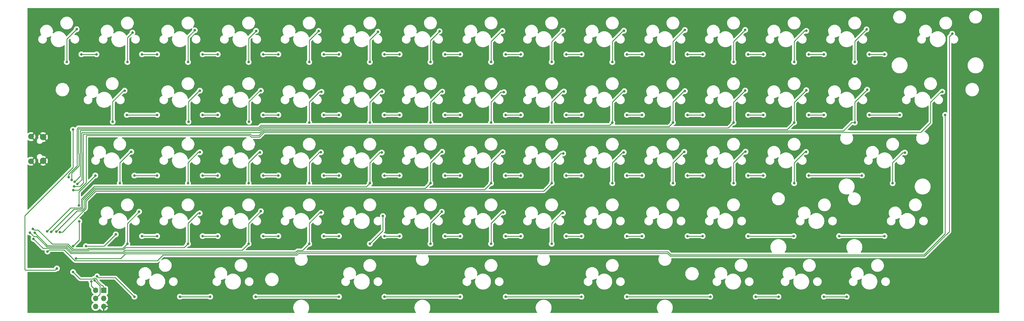
<source format=gbr>
G04 #@! TF.GenerationSoftware,KiCad,Pcbnew,(6.0.0)*
G04 #@! TF.CreationDate,2022-06-17T00:07:40-05:00*
G04 #@! TF.ProjectId,okeeb,6f6b6565-622e-46b6-9963-61645f706362,rev?*
G04 #@! TF.SameCoordinates,Original*
G04 #@! TF.FileFunction,Copper,L1,Top*
G04 #@! TF.FilePolarity,Positive*
%FSLAX46Y46*%
G04 Gerber Fmt 4.6, Leading zero omitted, Abs format (unit mm)*
G04 Created by KiCad (PCBNEW (6.0.0)) date 2022-06-17 00:07:40*
%MOMM*%
%LPD*%
G01*
G04 APERTURE LIST*
G04 #@! TA.AperFunction,ComponentPad*
%ADD10R,1.700000X1.700000*%
G04 #@! TD*
G04 #@! TA.AperFunction,ComponentPad*
%ADD11O,1.700000X1.700000*%
G04 #@! TD*
G04 #@! TA.AperFunction,ComponentPad*
%ADD12C,2.000000*%
G04 #@! TD*
G04 #@! TA.AperFunction,ComponentPad*
%ADD13C,1.800000*%
G04 #@! TD*
G04 #@! TA.AperFunction,ViaPad*
%ADD14C,0.800000*%
G04 #@! TD*
G04 #@! TA.AperFunction,Conductor*
%ADD15C,0.250000*%
G04 #@! TD*
G04 APERTURE END LIST*
D10*
X67985000Y-116565000D03*
D11*
X65445000Y-116565000D03*
X67985000Y-119105000D03*
X65445000Y-119105000D03*
X67985000Y-121645000D03*
X65445000Y-121645000D03*
D12*
X48920000Y-75815000D03*
D13*
X45120000Y-68215000D03*
D12*
X48920000Y-68365000D03*
D13*
X45120000Y-75965000D03*
D14*
X55170000Y-78640000D03*
X56100000Y-77890000D03*
X62160000Y-92270000D03*
X62277728Y-93833003D03*
X61960000Y-94730000D03*
X53900000Y-80330000D03*
X58350000Y-110790000D03*
X137166250Y-42350000D03*
X53270000Y-109660000D03*
X308616250Y-42350000D03*
X218136250Y-42350000D03*
X199086250Y-42350000D03*
X60966250Y-42350000D03*
X270516250Y-42350000D03*
X294336250Y-42350000D03*
X65736250Y-42350000D03*
X99066250Y-42350000D03*
X118116250Y-42350000D03*
X313386250Y-42350000D03*
X58340000Y-66020000D03*
X275286250Y-42350000D03*
X84786250Y-42350000D03*
X289566250Y-42350000D03*
X156216250Y-42350000D03*
X175266250Y-42350000D03*
X237186250Y-42350000D03*
X232416250Y-42350000D03*
X194316250Y-42350000D03*
X103836250Y-42350000D03*
X122886250Y-42350000D03*
X180036250Y-42350000D03*
X256236250Y-42350000D03*
X160986250Y-42350000D03*
X251466250Y-42350000D03*
X80016250Y-42350000D03*
X213366250Y-42350000D03*
X141936250Y-42350000D03*
X141936250Y-61400000D03*
X175266250Y-61400000D03*
X199086250Y-61400000D03*
X332428750Y-61400000D03*
X294336250Y-61400000D03*
X256236250Y-61400000D03*
X232416250Y-61400000D03*
X275286250Y-61400000D03*
X308616250Y-61400000D03*
X318148750Y-61400000D03*
X84786250Y-61400000D03*
X122886250Y-61400000D03*
X156216250Y-61400000D03*
X213366250Y-61400000D03*
X137166250Y-61400000D03*
X218136250Y-61400000D03*
X75253750Y-61400000D03*
X194316250Y-61400000D03*
X270516250Y-61400000D03*
X180036250Y-61400000D03*
X289566250Y-61400000D03*
X103836250Y-61400000D03*
X118116250Y-61400000D03*
X99066250Y-61400000D03*
X237186250Y-61400000D03*
X59260000Y-106510000D03*
X160986250Y-61400000D03*
X251466250Y-61400000D03*
X306242500Y-80450000D03*
X232416250Y-80450000D03*
X289566250Y-80450000D03*
X77635000Y-80450000D03*
X137166250Y-80450000D03*
X156216250Y-80450000D03*
X251466250Y-80450000D03*
X141936250Y-80450000D03*
X175266250Y-80450000D03*
X60192697Y-89910001D03*
X103836250Y-80450000D03*
X122886250Y-80450000D03*
X60300000Y-94850000D03*
X65344010Y-80450000D03*
X84786250Y-80450000D03*
X199086250Y-80450000D03*
X270516250Y-80450000D03*
X213366250Y-80450000D03*
X218136250Y-80450000D03*
X118116250Y-80450000D03*
X237186250Y-80450000D03*
X160986250Y-80450000D03*
X275286250Y-80450000D03*
X58374500Y-102620000D03*
X194316250Y-80450000D03*
X99066250Y-80450000D03*
X64080000Y-113740000D03*
X180036250Y-80450000D03*
X256236250Y-80450000D03*
X84786250Y-99500000D03*
X194316250Y-99500000D03*
X284811250Y-99500000D03*
X156216250Y-99500000D03*
X199086250Y-99500000D03*
X232416250Y-99500000D03*
X213366250Y-99500000D03*
X71780000Y-98960000D03*
X65140000Y-113420000D03*
X103836250Y-99500000D03*
X137166250Y-99500000D03*
X270516250Y-99500000D03*
X180036250Y-99500000D03*
X122886250Y-99500000D03*
X99066250Y-99500000D03*
X175266250Y-99500000D03*
X237186250Y-99500000D03*
X62400000Y-102650000D03*
X218136250Y-99500000D03*
X80016250Y-99500000D03*
X118116250Y-99500000D03*
X256236250Y-99500000D03*
X313386250Y-99500000D03*
X251466250Y-99500000D03*
X299091250Y-99500000D03*
X160986250Y-99500000D03*
X141936250Y-99500000D03*
X65898154Y-112134173D03*
X91922500Y-118550000D03*
X115735000Y-118550000D03*
X301480000Y-118550000D03*
X156216250Y-118550000D03*
X180036250Y-118550000D03*
X280048750Y-118550000D03*
X272897500Y-118550000D03*
X141936250Y-118550000D03*
X232416250Y-118550000D03*
X77642500Y-118550000D03*
X218136250Y-118550000D03*
X101455000Y-118550000D03*
X258617500Y-118550000D03*
X294328750Y-118550000D03*
X194316250Y-118550000D03*
X75416250Y-101910000D03*
X70818573Y-63555500D03*
X74560000Y-53770000D03*
X59480000Y-34450000D03*
X45740000Y-97250000D03*
X79120000Y-91820000D03*
X56366250Y-44760000D03*
X76660000Y-72990000D03*
X73035000Y-82860000D03*
X75416250Y-44760000D03*
X98220000Y-73140000D03*
X77020000Y-35520000D03*
X94466250Y-82860000D03*
X94624296Y-63555500D03*
X98200000Y-53760000D03*
X98160000Y-92320000D03*
X94466250Y-101910000D03*
X46280000Y-98420000D03*
X117350000Y-53780000D03*
X117380000Y-91670000D03*
X113658602Y-63555500D03*
X44810000Y-98390000D03*
X113516250Y-82860000D03*
X96620000Y-34790000D03*
X113516250Y-101910000D03*
X117090000Y-73190000D03*
X94466250Y-44760000D03*
X45916081Y-100350062D03*
X132566250Y-82860000D03*
X113516250Y-44760000D03*
X136220000Y-73130000D03*
X115870000Y-34980000D03*
X132566250Y-63810000D03*
X136440000Y-54150000D03*
X136310000Y-92110000D03*
X132566250Y-101910000D03*
X155350000Y-73230000D03*
X151616250Y-82860000D03*
X155430000Y-54050000D03*
X135530000Y-35000000D03*
X50190000Y-98030000D03*
X151616250Y-101910000D03*
X132566250Y-44760000D03*
X155720000Y-93210000D03*
X151616250Y-63810000D03*
X154140000Y-35240000D03*
X170666250Y-82860000D03*
X174400000Y-54070000D03*
X151616250Y-44760000D03*
X174370000Y-72990000D03*
X170666250Y-101910000D03*
X51520000Y-98190000D03*
X174230000Y-91840000D03*
X170666250Y-63810000D03*
X189716250Y-63810000D03*
X189716250Y-101910000D03*
X193540000Y-92070000D03*
X189716250Y-82860000D03*
X173540000Y-35090000D03*
X193750000Y-54250000D03*
X53070000Y-98060000D03*
X170666250Y-44760000D03*
X193370000Y-73100000D03*
X212400000Y-73510000D03*
X208766250Y-82860000D03*
X212290000Y-92280000D03*
X189716250Y-44760000D03*
X212630000Y-54040000D03*
X208766250Y-63810000D03*
X208766250Y-101910000D03*
X54220000Y-98220000D03*
X193320000Y-35010000D03*
X227816250Y-82860000D03*
X231420000Y-73150000D03*
X227816250Y-63810000D03*
X231600000Y-53930000D03*
X208766250Y-44760000D03*
X56970000Y-80960000D03*
X212260000Y-34870000D03*
X250440000Y-73000000D03*
X231460000Y-34910000D03*
X246866250Y-82860000D03*
X227816250Y-44760000D03*
X250630000Y-53890000D03*
X57940000Y-81830000D03*
X246866250Y-63810000D03*
X265916250Y-63810000D03*
X246866250Y-44760000D03*
X250600000Y-34700000D03*
X58860000Y-82398500D03*
X265916250Y-82860000D03*
X269700000Y-72950000D03*
X269570000Y-53730000D03*
X284966250Y-63810000D03*
X288690000Y-73030000D03*
X265916250Y-44760000D03*
X288790000Y-53610000D03*
X269570000Y-34680000D03*
X59664553Y-83123001D03*
X284966250Y-82860000D03*
X319770000Y-73240000D03*
X307920000Y-53450000D03*
X315922500Y-82860000D03*
X288780000Y-34960000D03*
X304016250Y-63810000D03*
X284966250Y-44760000D03*
X58693780Y-83847501D03*
X58440000Y-85040000D03*
X307730000Y-34510000D03*
X331540000Y-54100000D03*
X304016250Y-44760000D03*
X334650000Y-35880000D03*
X50310000Y-104360000D03*
D15*
X65864501Y-113119901D02*
X65440099Y-112695499D01*
X67985000Y-115465000D02*
X67534295Y-115014295D01*
X65864501Y-113508797D02*
X65864501Y-113119901D01*
X60550490Y-112990490D02*
X58350000Y-110790000D01*
X67259999Y-114904295D02*
X65864501Y-113508797D01*
X64839901Y-112695499D02*
X64544910Y-112990490D01*
X67985000Y-116565000D02*
X67985000Y-115465000D01*
X65440099Y-112695499D02*
X64839901Y-112695499D01*
X67534295Y-115014295D02*
X67259999Y-115014295D01*
X67259999Y-115014295D02*
X67259999Y-114904295D01*
X64544910Y-112990490D02*
X60550490Y-112990490D01*
X43360000Y-110160000D02*
X47900000Y-110160000D01*
X194316250Y-42350000D02*
X199086250Y-42350000D01*
X43180000Y-109980000D02*
X43360000Y-110160000D01*
X54980000Y-81280000D02*
X43180000Y-93080000D01*
X52770000Y-110160000D02*
X53270000Y-109660000D01*
X175266250Y-42350000D02*
X180036250Y-42350000D01*
X58340000Y-77920000D02*
X54980000Y-81280000D01*
X47900000Y-110160000D02*
X52770000Y-110160000D01*
X308616250Y-42350000D02*
X313386250Y-42350000D01*
X156216250Y-42350000D02*
X160986250Y-42350000D01*
X289566250Y-42350000D02*
X294336250Y-42350000D01*
X118116250Y-42350000D02*
X122886250Y-42350000D01*
X137166250Y-42350000D02*
X141936250Y-42350000D01*
X60966250Y-42350000D02*
X65736250Y-42350000D01*
X251466250Y-42350000D02*
X256236250Y-42350000D01*
X99066250Y-42350000D02*
X103836250Y-42350000D01*
X43180000Y-93080000D02*
X43180000Y-109980000D01*
X58340000Y-66020000D02*
X58340000Y-77920000D01*
X232416250Y-42350000D02*
X237186250Y-42350000D01*
X213366250Y-42350000D02*
X218136250Y-42350000D01*
X80016250Y-42350000D02*
X84786250Y-42350000D01*
X270516250Y-42350000D02*
X275286250Y-42350000D01*
X332428750Y-61400000D02*
X332428750Y-98731250D01*
X74871022Y-104998044D02*
X73359066Y-106510000D01*
X218070000Y-61400000D02*
X218390000Y-61080000D01*
X118116250Y-61400000D02*
X122886250Y-61400000D01*
X245307637Y-104462018D02*
X129067412Y-104462019D01*
X332428750Y-98731250D02*
X325816579Y-105343421D01*
X73359066Y-106510000D02*
X59260000Y-106510000D01*
X218390000Y-61080000D02*
X218390000Y-61146250D01*
X75253750Y-61400000D02*
X84786250Y-61400000D01*
X325816579Y-105343421D02*
X246189040Y-105343421D01*
X129067412Y-104462019D02*
X128531387Y-104998044D01*
X251466250Y-61400000D02*
X256236250Y-61400000D01*
X137166250Y-61400000D02*
X141936250Y-61400000D01*
X128531387Y-104998044D02*
X74871022Y-104998044D01*
X156216250Y-61400000D02*
X160986250Y-61400000D01*
X194316250Y-61400000D02*
X199086250Y-61400000D01*
X218390000Y-61146250D02*
X218136250Y-61400000D01*
X175266250Y-61400000D02*
X180036250Y-61400000D01*
X270516250Y-61400000D02*
X275286250Y-61400000D01*
X246189040Y-105343421D02*
X245307637Y-104462018D01*
X289566250Y-61400000D02*
X294336250Y-61400000D01*
X99066250Y-61400000D02*
X103836250Y-61400000D01*
X308616250Y-61400000D02*
X318148750Y-61400000D01*
X213366250Y-61400000D02*
X218070000Y-61400000D01*
X232416250Y-61400000D02*
X237186250Y-61400000D01*
X251466250Y-80450000D02*
X256236250Y-80450000D01*
X77635000Y-80450000D02*
X84786250Y-80450000D01*
X64080000Y-113740000D02*
X64080000Y-115200000D01*
X213366250Y-80450000D02*
X218136250Y-80450000D01*
X118116250Y-80450000D02*
X122886250Y-80450000D01*
X60300000Y-100694500D02*
X58374500Y-102620000D01*
X289566250Y-80450000D02*
X306242500Y-80450000D01*
X175266250Y-80450000D02*
X180036250Y-80450000D01*
X156216250Y-80450000D02*
X160986250Y-80450000D01*
X137166250Y-80450000D02*
X141936250Y-80450000D01*
X65344010Y-80450000D02*
X60192697Y-85601313D01*
X99066250Y-80450000D02*
X103836250Y-80450000D01*
X232416250Y-80450000D02*
X237186250Y-80450000D01*
X270516250Y-80450000D02*
X275286250Y-80450000D01*
X64080000Y-115200000D02*
X65445000Y-116565000D01*
X60300000Y-94850000D02*
X60300000Y-100694500D01*
X194316250Y-80450000D02*
X199086250Y-80450000D01*
X60192697Y-85601313D02*
X60192697Y-89910001D01*
X194316250Y-99500000D02*
X199086250Y-99500000D01*
X156216250Y-99500000D02*
X160986250Y-99500000D01*
X237186250Y-99500000D02*
X232416250Y-99500000D01*
X137166250Y-99500000D02*
X141936250Y-99500000D01*
X313386250Y-99500000D02*
X299091250Y-99500000D01*
X66810489Y-117739511D02*
X66810489Y-116949511D01*
X99066250Y-99500000D02*
X103836250Y-99500000D01*
X66810489Y-115090489D02*
X65140000Y-113420000D01*
X68090000Y-102650000D02*
X71780000Y-98960000D01*
X284811250Y-99500000D02*
X270516250Y-99500000D01*
X65445000Y-119105000D02*
X66810489Y-117739511D01*
X175266250Y-99500000D02*
X180036250Y-99500000D01*
X256236250Y-99500000D02*
X251466250Y-99500000D01*
X66810489Y-116949511D02*
X66810489Y-115090489D01*
X62400000Y-102650000D02*
X68090000Y-102650000D01*
X118116250Y-99500000D02*
X122886250Y-99500000D01*
X84786250Y-99500000D02*
X80016250Y-99500000D01*
X213366250Y-99500000D02*
X218136250Y-99500000D01*
X77642500Y-118550000D02*
X71652500Y-112560000D01*
X156216250Y-118550000D02*
X180036250Y-118550000D01*
X272897500Y-118550000D02*
X280048750Y-118550000D01*
X91922500Y-118550000D02*
X101455000Y-118550000D01*
X71652500Y-112560000D02*
X66323981Y-112560000D01*
X294328750Y-118550000D02*
X301480000Y-118550000D01*
X115735000Y-118550000D02*
X141936250Y-118550000D01*
X194316250Y-118550000D02*
X218136250Y-118550000D01*
X232416250Y-118550000D02*
X258617500Y-118550000D01*
X66323981Y-112560000D02*
X65898154Y-112134173D01*
X75416250Y-101910000D02*
X75416250Y-95523750D01*
X73035000Y-82860000D02*
X73035000Y-76410926D01*
X74244676Y-53770000D02*
X74560000Y-53770000D01*
X56366250Y-44760000D02*
X56366250Y-37563750D01*
X62938700Y-103585897D02*
X63180096Y-103344501D01*
X51799510Y-102009510D02*
X56724910Y-102009510D01*
X45740000Y-97250000D02*
X46050000Y-97560000D01*
X56724910Y-102009510D02*
X58301297Y-103585897D01*
X46050000Y-97560000D02*
X47350000Y-97560000D01*
X58301297Y-103585897D02*
X62938700Y-103585897D01*
X63180096Y-103344501D02*
X73981749Y-103344501D01*
X47350000Y-97560000D02*
X51799510Y-102009510D01*
X73981749Y-103344501D02*
X75416250Y-101910000D01*
X70818573Y-57196103D02*
X74244676Y-53770000D01*
X75416250Y-95523750D02*
X79120000Y-91820000D01*
X70818573Y-63555500D02*
X70818573Y-57196103D01*
X73035000Y-76410926D02*
X76455926Y-72990000D01*
X76455926Y-72990000D02*
X76660000Y-72990000D01*
X56366250Y-37563750D02*
X59480000Y-34450000D01*
X63124894Y-104035407D02*
X63366289Y-103794012D01*
X93274782Y-103101468D02*
X94466250Y-101910000D01*
X94466250Y-76410926D02*
X97737176Y-73140000D01*
X63366289Y-103794012D02*
X74167943Y-103794011D01*
X94466250Y-101910000D02*
X94466250Y-95460926D01*
X74167943Y-103794011D02*
X74860486Y-103101468D01*
X50319020Y-102459020D02*
X56538716Y-102459020D01*
X94624296Y-57202880D02*
X98067176Y-53760000D01*
X98067176Y-53760000D02*
X98200000Y-53760000D01*
X46280000Y-98420000D02*
X50319020Y-102459020D01*
X56538716Y-102459020D02*
X58115103Y-104035407D01*
X97737176Y-73140000D02*
X98220000Y-73140000D01*
X58115103Y-104035407D02*
X63124894Y-104035407D01*
X97607176Y-92320000D02*
X98160000Y-92320000D01*
X75416250Y-37123750D02*
X77020000Y-35520000D01*
X74860486Y-103101468D02*
X93274782Y-103101468D01*
X94466250Y-82860000D02*
X94466250Y-76410926D01*
X94624296Y-63555500D02*
X94624296Y-57202880D01*
X75416250Y-44760000D02*
X75416250Y-37123750D01*
X94466250Y-95460926D02*
X97607176Y-92320000D01*
X113516250Y-101910000D02*
X113516250Y-95533750D01*
X113658602Y-63555500D02*
X113658602Y-57218574D01*
X113516250Y-95533750D02*
X117380000Y-91670000D01*
X46060000Y-99640000D02*
X46864296Y-99640000D01*
X94466250Y-36943750D02*
X96620000Y-34790000D01*
X74688636Y-103909022D02*
X111517228Y-103909022D01*
X46864296Y-99640000D02*
X50132827Y-102908531D01*
X113516250Y-82860000D02*
X113516250Y-76410926D01*
X56292525Y-102908532D02*
X57868910Y-104484917D01*
X74112741Y-104484917D02*
X74688636Y-103909022D01*
X94466250Y-44760000D02*
X94466250Y-36943750D01*
X57868910Y-104484917D02*
X74112741Y-104484917D01*
X44810000Y-98390000D02*
X46060000Y-99640000D01*
X50132827Y-102908531D02*
X56292525Y-102908532D01*
X116737176Y-73190000D02*
X117090000Y-73190000D01*
X111517228Y-103909022D02*
X113516250Y-101910000D01*
X113658602Y-57218574D02*
X117097176Y-53780000D01*
X117097176Y-53780000D02*
X117350000Y-53780000D01*
X113516250Y-76410926D02*
X116737176Y-73190000D01*
X74298932Y-104934430D02*
X57682719Y-104934430D01*
X113516250Y-44760000D02*
X113516250Y-37333750D01*
X132566250Y-95460926D02*
X135917176Y-92110000D01*
X57682719Y-104934430D02*
X56106332Y-103358043D01*
X48924061Y-103358042D02*
X45916081Y-100350062D01*
X132566250Y-82860000D02*
X132566250Y-76410926D01*
X132566250Y-63810000D02*
X132566250Y-57360926D01*
X132566250Y-101910000D02*
X132566250Y-95460926D01*
X74684828Y-104548534D02*
X74298932Y-104934430D01*
X135917176Y-92110000D02*
X136310000Y-92110000D01*
X135777176Y-54150000D02*
X136440000Y-54150000D01*
X113516250Y-37333750D02*
X115870000Y-34980000D01*
X56106332Y-103358043D02*
X48924061Y-103358042D01*
X128881218Y-104012509D02*
X128345194Y-104548533D01*
X132566250Y-101910000D02*
X130463743Y-104012507D01*
X132566250Y-57360926D02*
X135777176Y-54150000D01*
X135847176Y-73130000D02*
X136220000Y-73130000D01*
X128345194Y-104548533D02*
X74684828Y-104548534D01*
X130463743Y-104012507D02*
X128881218Y-104012509D01*
X132566250Y-76410926D02*
X135847176Y-73130000D01*
X60966966Y-87921296D02*
X64976793Y-83911469D01*
X151616250Y-63810000D02*
X151616250Y-57360926D01*
X60966966Y-90337634D02*
X60966966Y-87921296D01*
X154797176Y-73230000D02*
X155350000Y-73230000D01*
X151616250Y-82860000D02*
X151616250Y-76410926D01*
X155720000Y-97806250D02*
X155720000Y-93210000D01*
X64976793Y-83911469D02*
X150564781Y-83911469D01*
X151616250Y-76410926D02*
X154797176Y-73230000D01*
X151616250Y-57360926D02*
X154927176Y-54050000D01*
X60670099Y-90634501D02*
X60966966Y-90337634D01*
X154927176Y-54050000D02*
X155430000Y-54050000D01*
X151616250Y-101910000D02*
X155720000Y-97806250D01*
X57585499Y-90634501D02*
X60670099Y-90634501D01*
X132566250Y-37963750D02*
X135530000Y-35000000D01*
X50190000Y-98030000D02*
X57585499Y-90634501D01*
X132566250Y-44760000D02*
X132566250Y-37963750D01*
X150564781Y-83911469D02*
X151616250Y-82860000D01*
X169065272Y-84460978D02*
X170666250Y-82860000D01*
X170666250Y-63810000D02*
X170666250Y-57360926D01*
X170666250Y-57360926D02*
X173957176Y-54070000D01*
X170666250Y-95403750D02*
X174230000Y-91840000D01*
X51520000Y-98190000D02*
X58625989Y-91084011D01*
X174087176Y-72990000D02*
X174370000Y-72990000D01*
X170666250Y-76410926D02*
X174087176Y-72990000D01*
X151616250Y-44760000D02*
X151616250Y-37763750D01*
X65063014Y-84460978D02*
X169065272Y-84460978D01*
X170666250Y-101910000D02*
X170666250Y-95403750D01*
X61416477Y-90523827D02*
X61416477Y-88107515D01*
X60856293Y-91084011D02*
X61416477Y-90523827D01*
X170666250Y-82860000D02*
X170666250Y-76410926D01*
X151616250Y-37763750D02*
X154140000Y-35240000D01*
X61416477Y-88107515D02*
X65063014Y-84460978D01*
X58625989Y-91084011D02*
X60856293Y-91084011D01*
X173957176Y-54070000D02*
X174400000Y-54070000D01*
X61945988Y-90630020D02*
X61945988Y-88213708D01*
X53070000Y-98060000D02*
X59596479Y-91533521D01*
X189716250Y-82860000D02*
X189716250Y-76410926D01*
X189716250Y-63810000D02*
X189716250Y-57360926D01*
X61042487Y-91533521D02*
X61945988Y-90630020D01*
X192827176Y-54250000D02*
X193750000Y-54250000D01*
X170666250Y-44760000D02*
X170666250Y-37963750D01*
X189716250Y-101910000D02*
X189716250Y-95460926D01*
X61945988Y-88213708D02*
X65249207Y-84910489D01*
X187665761Y-84910489D02*
X189716250Y-82860000D01*
X189716250Y-95460926D02*
X193107176Y-92070000D01*
X189716250Y-76410926D02*
X193027176Y-73100000D01*
X193027176Y-73100000D02*
X193370000Y-73100000D01*
X59596479Y-91533521D02*
X61042487Y-91533521D01*
X189716250Y-57360926D02*
X192827176Y-54250000D01*
X65249207Y-84910489D02*
X187665761Y-84910489D01*
X170666250Y-37963750D02*
X173540000Y-35090000D01*
X193107176Y-92070000D02*
X193540000Y-92070000D01*
X62405499Y-88389901D02*
X65435400Y-85360000D01*
X208766250Y-95460926D02*
X211947176Y-92280000D01*
X62405499Y-90806213D02*
X62405499Y-88389901D01*
X208766250Y-57360926D02*
X212087176Y-54040000D01*
X208766250Y-82860000D02*
X208766250Y-76410926D01*
X211667176Y-73510000D02*
X212400000Y-73510000D01*
X208766250Y-101910000D02*
X208766250Y-95460926D01*
X193017176Y-35010000D02*
X193320000Y-35010000D01*
X211947176Y-92280000D02*
X212290000Y-92280000D01*
X189716250Y-38310926D02*
X193017176Y-35010000D01*
X54991712Y-98220000D02*
X62405499Y-90806213D01*
X189716250Y-44760000D02*
X189716250Y-38310926D01*
X206266250Y-85360000D02*
X208766250Y-82860000D01*
X212087176Y-54040000D02*
X212630000Y-54040000D01*
X208766250Y-76410926D02*
X211667176Y-73510000D01*
X65435400Y-85360000D02*
X206266250Y-85360000D01*
X208766250Y-63810000D02*
X208766250Y-57360926D01*
X54220000Y-98220000D02*
X54991712Y-98220000D01*
X117297697Y-64724116D02*
X117308611Y-64722557D01*
X117456162Y-64622448D02*
X117828549Y-64622449D01*
X56970000Y-80960000D02*
X56970000Y-80030000D01*
X231077176Y-73150000D02*
X231420000Y-73150000D01*
X117376044Y-64663666D02*
X117389722Y-64662946D01*
X117376023Y-64663676D02*
X117376036Y-64663675D01*
X59930000Y-65360000D02*
X116718592Y-65360000D01*
X116945558Y-65133034D02*
X117047107Y-65020258D01*
X231247176Y-53930000D02*
X231600000Y-53930000D01*
X227816250Y-63810000D02*
X227816250Y-57360926D01*
X117179381Y-64873287D02*
X117179649Y-64872989D01*
X227816250Y-82860000D02*
X227816250Y-76410926D01*
X117047747Y-65018169D02*
X117056089Y-65008993D01*
X117828549Y-64622449D02*
X227003805Y-64622445D01*
X56970000Y-80030000D02*
X59570000Y-77430000D01*
X117047807Y-65019433D02*
X117047747Y-65018169D01*
X117336005Y-64703685D02*
X117336028Y-64703684D01*
X117327762Y-64712807D02*
X117335939Y-64703717D01*
X117389722Y-64662946D02*
X117399407Y-64653261D01*
X117056089Y-64996579D02*
X117179381Y-64873287D01*
X117336028Y-64703684D02*
X117336044Y-64703666D01*
X116718592Y-65360000D02*
X116945558Y-65133034D01*
X117376036Y-64663675D02*
X117376044Y-64663666D01*
X117047105Y-65020212D02*
X117047807Y-65019433D01*
X208766250Y-38363750D02*
X212260000Y-34870000D01*
X117047107Y-65020258D02*
X117047105Y-65020212D01*
X227003805Y-64622445D02*
X227816250Y-63810000D01*
X227816250Y-57360926D02*
X231247176Y-53930000D01*
X59570000Y-77430000D02*
X59570001Y-65719999D01*
X117179649Y-64872989D02*
X117184340Y-64867776D01*
X117308611Y-64722557D02*
X117315592Y-64714024D01*
X117340233Y-64703446D02*
X117376023Y-64663676D01*
X117446145Y-64632447D02*
X117446163Y-64632447D01*
X117056089Y-65008993D02*
X117056089Y-64996579D01*
X117184340Y-64867776D02*
X117251678Y-64785474D01*
X117446163Y-64632447D02*
X117456162Y-64622448D01*
X117251678Y-64785474D02*
X117297697Y-64724116D01*
X117399407Y-64653261D02*
X117425331Y-64653261D01*
X117335978Y-64703715D02*
X117336005Y-64703685D01*
X117336044Y-64703666D02*
X117340233Y-64703446D01*
X59570001Y-65719999D02*
X59930000Y-65360000D01*
X208766250Y-44760000D02*
X208766250Y-38363750D01*
X117315592Y-64714024D02*
X117327762Y-64712807D01*
X117335939Y-64703717D02*
X117335978Y-64703715D01*
X117425331Y-64653261D02*
X117446145Y-64632447D01*
X227816250Y-76410926D02*
X231077176Y-73150000D01*
X60189511Y-73633807D02*
X60019511Y-73463807D01*
X117585605Y-65102770D02*
X117612966Y-65101330D01*
X117549803Y-65142549D02*
X117585600Y-65102772D01*
X246866250Y-76410926D02*
X250277176Y-73000000D01*
X117585603Y-65102772D02*
X117585605Y-65102770D01*
X250337176Y-53890000D02*
X250630000Y-53890000D01*
X117505668Y-65182767D02*
X117505711Y-65182719D01*
X117506688Y-65182668D02*
X117515589Y-65172777D01*
X117545601Y-65142771D02*
X117545604Y-65142771D01*
X117515589Y-65172777D02*
X117515599Y-65172776D01*
X57940000Y-81830000D02*
X57940000Y-79695704D01*
X117545604Y-65142771D02*
X117549803Y-65142549D01*
X117612966Y-65101330D02*
X117632338Y-65081958D01*
X117515700Y-65172724D02*
X117517740Y-65172617D01*
X117505711Y-65182719D02*
X117506688Y-65182668D01*
X117271741Y-65442555D02*
X117272142Y-65442110D01*
X60019511Y-65906193D02*
X60116193Y-65809511D01*
X57940000Y-79695704D02*
X60189510Y-77446194D01*
X246866250Y-63810000D02*
X246866250Y-57360926D01*
X245604294Y-65071956D02*
X246866250Y-63810000D01*
X117382674Y-65319358D02*
X117505600Y-65182772D01*
X117515661Y-65172767D02*
X117515700Y-65172724D01*
X227816250Y-38310926D02*
X231217176Y-34910000D01*
X117585600Y-65102772D02*
X117585603Y-65102772D01*
X117535605Y-65152770D02*
X117535668Y-65152767D01*
X117505603Y-65182772D02*
X117505605Y-65182770D01*
X117515599Y-65172776D02*
X117515605Y-65172770D01*
X117277455Y-65436210D02*
X117382674Y-65319358D01*
X250277176Y-73000000D02*
X250440000Y-73000000D01*
X60116193Y-65809511D02*
X116904785Y-65809511D01*
X117536688Y-65152668D02*
X117545589Y-65142777D01*
X117545596Y-65142776D02*
X117545601Y-65142771D01*
X246866250Y-57360926D02*
X250337176Y-53890000D01*
X60019511Y-73463807D02*
X60019511Y-65906193D01*
X117632338Y-65081958D02*
X117632356Y-65081958D01*
X117505605Y-65182770D02*
X117505668Y-65182767D01*
X117545589Y-65142777D02*
X117545596Y-65142776D01*
X117642355Y-65071959D02*
X245604294Y-65071956D01*
X117515605Y-65172770D02*
X117515661Y-65172767D01*
X117505600Y-65182772D02*
X117505603Y-65182772D01*
X116904785Y-65809511D02*
X117271741Y-65442555D01*
X117272142Y-65442110D02*
X117277455Y-65436210D01*
X231217176Y-34910000D02*
X231460000Y-34910000D01*
X60189510Y-77446194D02*
X60189511Y-73633807D01*
X117535711Y-65152719D02*
X117536688Y-65152668D01*
X117517740Y-65172617D02*
X117535605Y-65152770D01*
X117632356Y-65081958D02*
X117642355Y-65071959D01*
X117535668Y-65152767D02*
X117535711Y-65152719D01*
X227816250Y-44760000D02*
X227816250Y-38310926D01*
X246866250Y-82860000D02*
X246866250Y-76410926D01*
X265916250Y-82860000D02*
X265916250Y-76410926D01*
X60619023Y-67166197D02*
X60619023Y-73427615D01*
X117715163Y-65621875D02*
X117598508Y-65751492D01*
X117828548Y-65521470D02*
X117818549Y-65531469D01*
X60639021Y-80619479D02*
X58860000Y-82398500D01*
X117755163Y-65581875D02*
X117746213Y-65591820D01*
X265916250Y-57383750D02*
X269570000Y-53730000D01*
X246866250Y-44760000D02*
X246866250Y-38310926D01*
X60619023Y-73427615D02*
X60639021Y-73447613D01*
X60639021Y-73447613D02*
X60639021Y-80619479D01*
X60619029Y-66259021D02*
X60619028Y-66793804D01*
X117808845Y-65541155D02*
X117795163Y-65541875D01*
X269377176Y-72950000D02*
X269700000Y-72950000D01*
X117818549Y-65531469D02*
X117818531Y-65531469D01*
X265916250Y-76410926D02*
X269377176Y-72950000D01*
X117725163Y-65611875D02*
X117716213Y-65621820D01*
X117716213Y-65621820D02*
X117715163Y-65621875D01*
X60619028Y-66793804D02*
X60619022Y-66793810D01*
X60619022Y-66793810D02*
X60619023Y-67166197D01*
X264204783Y-65521467D02*
X117828548Y-65521470D01*
X117090979Y-66259021D02*
X60619029Y-66259021D01*
X117746213Y-65591820D02*
X117745163Y-65591875D01*
X117795163Y-65541875D02*
X117759362Y-65581654D01*
X117759362Y-65581654D02*
X117755163Y-65581875D01*
X117818531Y-65531469D02*
X117808845Y-65541155D01*
X250477176Y-34700000D02*
X250600000Y-34700000D01*
X117598508Y-65751492D02*
X117090979Y-66259021D01*
X117727262Y-65611765D02*
X117725163Y-65611875D01*
X265916250Y-63810000D02*
X265916250Y-57383750D01*
X246866250Y-38310926D02*
X250477176Y-34700000D01*
X117745163Y-65591875D02*
X117727262Y-65611765D01*
X265916250Y-63810000D02*
X264204783Y-65521467D01*
X61068533Y-66980003D02*
X61068533Y-73241421D01*
X114213804Y-66949508D02*
X61099026Y-66949510D01*
X284966250Y-82860000D02*
X284966250Y-76410926D01*
X284966250Y-57433750D02*
X288790000Y-53610000D01*
X61099026Y-66949510D02*
X61068533Y-66980003D01*
X288347176Y-73030000D02*
X288690000Y-73030000D01*
X61068533Y-73241421D02*
X61088531Y-73261419D01*
X265916250Y-38333750D02*
X269570000Y-34680000D01*
X118004725Y-65980979D02*
X117036194Y-66949510D01*
X61088531Y-81699023D02*
X59664553Y-83123001D01*
X284966250Y-76410926D02*
X288347176Y-73030000D01*
X118014742Y-65970980D02*
X118004744Y-65980978D01*
X118004744Y-65980978D02*
X118004725Y-65980979D01*
X265916250Y-44760000D02*
X265916250Y-38333750D01*
X117036194Y-66949510D02*
X114213804Y-66949508D01*
X282805272Y-65970978D02*
X118014742Y-65970980D01*
X284966250Y-63810000D02*
X284966250Y-57433750D01*
X284966250Y-63810000D02*
X282805272Y-65970978D01*
X61088531Y-73261419D02*
X61088531Y-81699023D01*
X303051431Y-63810000D02*
X300440942Y-66420489D01*
X304016250Y-63810000D02*
X304016250Y-57353750D01*
X319093426Y-73240000D02*
X319770000Y-73240000D01*
X300440942Y-66420489D02*
X118200919Y-66420489D01*
X288317176Y-34960000D02*
X288780000Y-34960000D01*
X114517612Y-67889020D02*
X114027611Y-67399019D01*
X61532388Y-73069572D02*
X61538042Y-73075226D01*
X116732388Y-67889020D02*
X114517612Y-67889020D01*
X61538042Y-73075226D02*
X61538042Y-82828660D01*
X61538042Y-82828660D02*
X60519201Y-83847501D01*
X118200919Y-66420489D02*
X116732388Y-67889020D01*
X315922500Y-82860000D02*
X315922500Y-76410926D01*
X60519201Y-83847501D02*
X58693780Y-83847501D01*
X315922500Y-76410926D02*
X319093426Y-73240000D01*
X61532388Y-67399020D02*
X61532388Y-73069572D01*
X114027611Y-67399019D02*
X61532388Y-67399020D01*
X284966250Y-38310926D02*
X288317176Y-34960000D01*
X304016250Y-63810000D02*
X303051431Y-63810000D01*
X304016250Y-57353750D02*
X307920000Y-53450000D01*
X284966250Y-44760000D02*
X284966250Y-38310926D01*
X331540000Y-54100000D02*
X331089676Y-54100000D01*
X304016250Y-38223750D02*
X307730000Y-34510000D01*
X331089676Y-54100000D02*
X327828750Y-57360926D01*
X304016250Y-44760000D02*
X304016250Y-38223750D01*
X116918599Y-68338531D02*
X114331419Y-68338531D01*
X113841418Y-67848530D02*
X62458530Y-67848530D01*
X300685606Y-66811529D02*
X300627135Y-66870000D01*
X302258394Y-66811529D02*
X300685606Y-66811529D01*
X324768750Y-66870000D02*
X302316865Y-66870000D01*
X327828750Y-57360926D02*
X327828750Y-63810000D01*
X62458530Y-67848530D02*
X62458530Y-82681470D01*
X114331419Y-68338531D02*
X113841418Y-67848530D01*
X62458530Y-82681470D02*
X60100000Y-85040000D01*
X302316865Y-66870000D02*
X302258394Y-66811529D01*
X300627135Y-66870000D02*
X118387130Y-66870000D01*
X60100000Y-85040000D02*
X58440000Y-85040000D01*
X327828750Y-63810000D02*
X324768750Y-66870000D01*
X118387130Y-66870000D02*
X116918599Y-68338531D01*
X246002846Y-105792931D02*
X326007069Y-105792931D01*
X55550899Y-103825499D02*
X58959901Y-107234501D01*
X58959901Y-107234501D02*
X84801203Y-107234501D01*
X333720000Y-98080000D02*
X333720000Y-36810000D01*
X245121444Y-104911529D02*
X246002846Y-105792931D01*
X84801203Y-107234501D02*
X86586194Y-105449510D01*
X326007069Y-105792931D02*
X333720000Y-98080000D01*
X50310000Y-104360000D02*
X50844501Y-103825499D01*
X50844501Y-103825499D02*
X55550899Y-103825499D01*
X333720000Y-36810000D02*
X334650000Y-35880000D01*
X86586194Y-105449510D02*
X128715625Y-105449510D01*
X129253606Y-104911529D02*
X245121444Y-104911529D01*
X128715625Y-105449510D02*
X129253606Y-104911529D01*
G04 #@! TA.AperFunction,Conductor*
G36*
X349394121Y-27788002D02*
G01*
X349440614Y-27841658D01*
X349452000Y-27894000D01*
X349452000Y-123536000D01*
X349431998Y-123604121D01*
X349378342Y-123650614D01*
X349326000Y-123662000D01*
X246491076Y-123662000D01*
X246422955Y-123641998D01*
X246376462Y-123588342D01*
X246366358Y-123518068D01*
X246389140Y-123461939D01*
X246454693Y-123371713D01*
X246454696Y-123371708D01*
X246457024Y-123368504D01*
X246459746Y-123363554D01*
X246606813Y-123096039D01*
X246606814Y-123096036D01*
X246608716Y-123092577D01*
X246724630Y-122799813D01*
X246802936Y-122494830D01*
X246842400Y-122182438D01*
X246842400Y-121867562D01*
X246802936Y-121555170D01*
X246724630Y-121250187D01*
X246705205Y-121201124D01*
X246621644Y-120990076D01*
X246608716Y-120957423D01*
X246605995Y-120952473D01*
X246458933Y-120684968D01*
X246458931Y-120684965D01*
X246457024Y-120681496D01*
X246318989Y-120491507D01*
X246274273Y-120429960D01*
X246274272Y-120429958D01*
X246271945Y-120426756D01*
X246056398Y-120197222D01*
X245813782Y-119996513D01*
X245547924Y-119827794D01*
X245544345Y-119826110D01*
X245544338Y-119826106D01*
X245266606Y-119695416D01*
X245266602Y-119695414D01*
X245263016Y-119693727D01*
X244963552Y-119596425D01*
X244654254Y-119537423D01*
X244560700Y-119531537D01*
X244420642Y-119522725D01*
X244420626Y-119522724D01*
X244418647Y-119522600D01*
X244261353Y-119522600D01*
X244259374Y-119522724D01*
X244259358Y-119522725D01*
X244119300Y-119531537D01*
X244025746Y-119537423D01*
X243716448Y-119596425D01*
X243416984Y-119693727D01*
X243413398Y-119695414D01*
X243413394Y-119695416D01*
X243135662Y-119826106D01*
X243135655Y-119826110D01*
X243132076Y-119827794D01*
X242866218Y-119996513D01*
X242623602Y-120197222D01*
X242408055Y-120426756D01*
X242405728Y-120429958D01*
X242405727Y-120429960D01*
X242361011Y-120491507D01*
X242222976Y-120681496D01*
X242221069Y-120684965D01*
X242221067Y-120684968D01*
X242074005Y-120952473D01*
X242071284Y-120957423D01*
X242058356Y-120990076D01*
X241974796Y-121201124D01*
X241955370Y-121250187D01*
X241877064Y-121555170D01*
X241837600Y-121867562D01*
X241837600Y-122182438D01*
X241877064Y-122494830D01*
X241955370Y-122799813D01*
X242071284Y-123092577D01*
X242073186Y-123096036D01*
X242073187Y-123096039D01*
X242220255Y-123363554D01*
X242222976Y-123368504D01*
X242225304Y-123371708D01*
X242225307Y-123371713D01*
X242290860Y-123461939D01*
X242314719Y-123528807D01*
X242298638Y-123597959D01*
X242247724Y-123647439D01*
X242188924Y-123662000D01*
X208391076Y-123662000D01*
X208322955Y-123641998D01*
X208276462Y-123588342D01*
X208266358Y-123518068D01*
X208289140Y-123461939D01*
X208354693Y-123371713D01*
X208354696Y-123371708D01*
X208357024Y-123368504D01*
X208359746Y-123363554D01*
X208506813Y-123096039D01*
X208506814Y-123096036D01*
X208508716Y-123092577D01*
X208624630Y-122799813D01*
X208702936Y-122494830D01*
X208742400Y-122182438D01*
X208742400Y-121867562D01*
X208702936Y-121555170D01*
X208624630Y-121250187D01*
X208605205Y-121201124D01*
X208521644Y-120990076D01*
X208508716Y-120957423D01*
X208505995Y-120952473D01*
X208358933Y-120684968D01*
X208358931Y-120684965D01*
X208357024Y-120681496D01*
X208218989Y-120491507D01*
X208174273Y-120429960D01*
X208174272Y-120429958D01*
X208171945Y-120426756D01*
X207956398Y-120197222D01*
X207713782Y-119996513D01*
X207447924Y-119827794D01*
X207444345Y-119826110D01*
X207444338Y-119826106D01*
X207166606Y-119695416D01*
X207166602Y-119695414D01*
X207163016Y-119693727D01*
X206863552Y-119596425D01*
X206554254Y-119537423D01*
X206460700Y-119531537D01*
X206320642Y-119522725D01*
X206320626Y-119522724D01*
X206318647Y-119522600D01*
X206161353Y-119522600D01*
X206159374Y-119522724D01*
X206159358Y-119522725D01*
X206019300Y-119531537D01*
X205925746Y-119537423D01*
X205616448Y-119596425D01*
X205316984Y-119693727D01*
X205313398Y-119695414D01*
X205313394Y-119695416D01*
X205035662Y-119826106D01*
X205035655Y-119826110D01*
X205032076Y-119827794D01*
X204766218Y-119996513D01*
X204523602Y-120197222D01*
X204308055Y-120426756D01*
X204305728Y-120429958D01*
X204305727Y-120429960D01*
X204261011Y-120491507D01*
X204122976Y-120681496D01*
X204121069Y-120684965D01*
X204121067Y-120684968D01*
X203974005Y-120952473D01*
X203971284Y-120957423D01*
X203958356Y-120990076D01*
X203874796Y-121201124D01*
X203855370Y-121250187D01*
X203777064Y-121555170D01*
X203737600Y-121867562D01*
X203737600Y-122182438D01*
X203777064Y-122494830D01*
X203855370Y-122799813D01*
X203971284Y-123092577D01*
X203973186Y-123096036D01*
X203973187Y-123096039D01*
X204120255Y-123363554D01*
X204122976Y-123368504D01*
X204125304Y-123371708D01*
X204125307Y-123371713D01*
X204190860Y-123461939D01*
X204214719Y-123528807D01*
X204198638Y-123597959D01*
X204147724Y-123647439D01*
X204088924Y-123662000D01*
X170287479Y-123662000D01*
X170219358Y-123641998D01*
X170172865Y-123588342D01*
X170162761Y-123518068D01*
X170185543Y-123461939D01*
X170253428Y-123368504D01*
X170257024Y-123363554D01*
X170404092Y-123096039D01*
X170406813Y-123091089D01*
X170406814Y-123091086D01*
X170408716Y-123087627D01*
X170524630Y-122794863D01*
X170602936Y-122489880D01*
X170642400Y-122177488D01*
X170642400Y-121862612D01*
X170602936Y-121550220D01*
X170524630Y-121245237D01*
X170408716Y-120952473D01*
X170406813Y-120949011D01*
X170258933Y-120680018D01*
X170258931Y-120680015D01*
X170257024Y-120676546D01*
X170134220Y-120507520D01*
X170074273Y-120425010D01*
X170074272Y-120425008D01*
X170071945Y-120421806D01*
X169856398Y-120192272D01*
X169613782Y-119991563D01*
X169347924Y-119822844D01*
X169344345Y-119821160D01*
X169344338Y-119821156D01*
X169066606Y-119690466D01*
X169066602Y-119690464D01*
X169063016Y-119688777D01*
X168763552Y-119591475D01*
X168454254Y-119532473D01*
X168360700Y-119526587D01*
X168220642Y-119517775D01*
X168220626Y-119517774D01*
X168218647Y-119517650D01*
X168061353Y-119517650D01*
X168059374Y-119517774D01*
X168059358Y-119517775D01*
X167919300Y-119526587D01*
X167825746Y-119532473D01*
X167516448Y-119591475D01*
X167216984Y-119688777D01*
X167213398Y-119690464D01*
X167213394Y-119690466D01*
X166935662Y-119821156D01*
X166935655Y-119821160D01*
X166932076Y-119822844D01*
X166666218Y-119991563D01*
X166423602Y-120192272D01*
X166208055Y-120421806D01*
X166205728Y-120425008D01*
X166205727Y-120425010D01*
X166145780Y-120507520D01*
X166022976Y-120676546D01*
X166021069Y-120680015D01*
X166021067Y-120680018D01*
X165873187Y-120949011D01*
X165871284Y-120952473D01*
X165755370Y-121245237D01*
X165677064Y-121550220D01*
X165637600Y-121862612D01*
X165637600Y-122177488D01*
X165677064Y-122489880D01*
X165755370Y-122794863D01*
X165871284Y-123087627D01*
X165873186Y-123091086D01*
X165873187Y-123091089D01*
X165875909Y-123096039D01*
X166022976Y-123363554D01*
X166026573Y-123368504D01*
X166094457Y-123461939D01*
X166118316Y-123528807D01*
X166102235Y-123597958D01*
X166051321Y-123647439D01*
X165992521Y-123662000D01*
X132187479Y-123662000D01*
X132119358Y-123641998D01*
X132072865Y-123588342D01*
X132062761Y-123518068D01*
X132085543Y-123461939D01*
X132153428Y-123368504D01*
X132157024Y-123363554D01*
X132304092Y-123096039D01*
X132306813Y-123091089D01*
X132306814Y-123091086D01*
X132308716Y-123087627D01*
X132424630Y-122794863D01*
X132502936Y-122489880D01*
X132542400Y-122177488D01*
X132542400Y-121862612D01*
X132502936Y-121550220D01*
X132424630Y-121245237D01*
X132308716Y-120952473D01*
X132306813Y-120949011D01*
X132158933Y-120680018D01*
X132158931Y-120680015D01*
X132157024Y-120676546D01*
X132034220Y-120507520D01*
X131974273Y-120425010D01*
X131974272Y-120425008D01*
X131971945Y-120421806D01*
X131756398Y-120192272D01*
X131513782Y-119991563D01*
X131247924Y-119822844D01*
X131244345Y-119821160D01*
X131244338Y-119821156D01*
X130966606Y-119690466D01*
X130966602Y-119690464D01*
X130963016Y-119688777D01*
X130663552Y-119591475D01*
X130354254Y-119532473D01*
X130260700Y-119526587D01*
X130120642Y-119517775D01*
X130120626Y-119517774D01*
X130118647Y-119517650D01*
X129961353Y-119517650D01*
X129959374Y-119517774D01*
X129959358Y-119517775D01*
X129819300Y-119526587D01*
X129725746Y-119532473D01*
X129416448Y-119591475D01*
X129116984Y-119688777D01*
X129113398Y-119690464D01*
X129113394Y-119690466D01*
X128835662Y-119821156D01*
X128835655Y-119821160D01*
X128832076Y-119822844D01*
X128566218Y-119991563D01*
X128323602Y-120192272D01*
X128108055Y-120421806D01*
X128105728Y-120425008D01*
X128105727Y-120425010D01*
X128045780Y-120507520D01*
X127922976Y-120676546D01*
X127921069Y-120680015D01*
X127921067Y-120680018D01*
X127773187Y-120949011D01*
X127771284Y-120952473D01*
X127655370Y-121245237D01*
X127577064Y-121550220D01*
X127537600Y-121862612D01*
X127537600Y-122177488D01*
X127577064Y-122489880D01*
X127655370Y-122794863D01*
X127771284Y-123087627D01*
X127773186Y-123091086D01*
X127773187Y-123091089D01*
X127775909Y-123096039D01*
X127922976Y-123363554D01*
X127926573Y-123368504D01*
X127994457Y-123461939D01*
X128018316Y-123528807D01*
X128002235Y-123597958D01*
X127951321Y-123647439D01*
X127892521Y-123662000D01*
X44134000Y-123662000D01*
X44065879Y-123641998D01*
X44019386Y-123588342D01*
X44008000Y-123536000D01*
X44008000Y-110919500D01*
X44028002Y-110851379D01*
X44081658Y-110804886D01*
X44134000Y-110793500D01*
X52691233Y-110793500D01*
X52702416Y-110794027D01*
X52709909Y-110795702D01*
X52717835Y-110795453D01*
X52717836Y-110795453D01*
X52777986Y-110793562D01*
X52781945Y-110793500D01*
X52809856Y-110793500D01*
X52813791Y-110793003D01*
X52813856Y-110792995D01*
X52825693Y-110792062D01*
X52857951Y-110791048D01*
X52861970Y-110790922D01*
X52869889Y-110790673D01*
X52872205Y-110790000D01*
X57436496Y-110790000D01*
X57437186Y-110796565D01*
X57449347Y-110912266D01*
X57456458Y-110979928D01*
X57515473Y-111161556D01*
X57518776Y-111167278D01*
X57518777Y-111167279D01*
X57534278Y-111194127D01*
X57610960Y-111326944D01*
X57615378Y-111331851D01*
X57615379Y-111331852D01*
X57723042Y-111451424D01*
X57738747Y-111468866D01*
X57893248Y-111581118D01*
X57899276Y-111583802D01*
X57899278Y-111583803D01*
X57966862Y-111613893D01*
X58067712Y-111658794D01*
X58161113Y-111678647D01*
X58248056Y-111697128D01*
X58248061Y-111697128D01*
X58254513Y-111698500D01*
X58310406Y-111698500D01*
X58378527Y-111718502D01*
X58399501Y-111735405D01*
X59223778Y-112559683D01*
X60046838Y-113382743D01*
X60054378Y-113391029D01*
X60058490Y-113397508D01*
X60064267Y-113402933D01*
X60108141Y-113444133D01*
X60110983Y-113446888D01*
X60130720Y-113466625D01*
X60133917Y-113469105D01*
X60142937Y-113476808D01*
X60175169Y-113507076D01*
X60182115Y-113510895D01*
X60182118Y-113510897D01*
X60192924Y-113516838D01*
X60209443Y-113527689D01*
X60225449Y-113540104D01*
X60232718Y-113543249D01*
X60232722Y-113543252D01*
X60266027Y-113557664D01*
X60276677Y-113562881D01*
X60315430Y-113584185D01*
X60323105Y-113586156D01*
X60323106Y-113586156D01*
X60335052Y-113589223D01*
X60353757Y-113595627D01*
X60372345Y-113603671D01*
X60380168Y-113604910D01*
X60380178Y-113604913D01*
X60416014Y-113610589D01*
X60427634Y-113612995D01*
X60462779Y-113622018D01*
X60470460Y-113623990D01*
X60490714Y-113623990D01*
X60510424Y-113625541D01*
X60530433Y-113628710D01*
X60538325Y-113627964D01*
X60574451Y-113624549D01*
X60586309Y-113623990D01*
X63041186Y-113623990D01*
X63109307Y-113643992D01*
X63155800Y-113697648D01*
X63165046Y-113740152D01*
X63166496Y-113740000D01*
X63178997Y-113858937D01*
X63186458Y-113929928D01*
X63245473Y-114111556D01*
X63340960Y-114276944D01*
X63414137Y-114358215D01*
X63444853Y-114422221D01*
X63446500Y-114442524D01*
X63446500Y-115121233D01*
X63445973Y-115132416D01*
X63444298Y-115139909D01*
X63444547Y-115147835D01*
X63444547Y-115147836D01*
X63446438Y-115207986D01*
X63446500Y-115211945D01*
X63446500Y-115239856D01*
X63446997Y-115243790D01*
X63446997Y-115243791D01*
X63447005Y-115243856D01*
X63447938Y-115255693D01*
X63449327Y-115299889D01*
X63454978Y-115319339D01*
X63458987Y-115338700D01*
X63459955Y-115346358D01*
X63461526Y-115358797D01*
X63464445Y-115366168D01*
X63464445Y-115366170D01*
X63477804Y-115399912D01*
X63481649Y-115411142D01*
X63493982Y-115453593D01*
X63498015Y-115460412D01*
X63498017Y-115460417D01*
X63504293Y-115471028D01*
X63512988Y-115488776D01*
X63520448Y-115507617D01*
X63525110Y-115514033D01*
X63525110Y-115514034D01*
X63546436Y-115543387D01*
X63552952Y-115553307D01*
X63575458Y-115591362D01*
X63589779Y-115605683D01*
X63602619Y-115620716D01*
X63614528Y-115637107D01*
X63620634Y-115642158D01*
X63648605Y-115665298D01*
X63657384Y-115673288D01*
X64094778Y-116110682D01*
X64128804Y-116172994D01*
X64127100Y-116233448D01*
X64105989Y-116309570D01*
X64082251Y-116531695D01*
X64095110Y-116754715D01*
X64096247Y-116759761D01*
X64096248Y-116759767D01*
X64120304Y-116866508D01*
X64144222Y-116972639D01*
X64228266Y-117179616D01*
X64344987Y-117370088D01*
X64491250Y-117538938D01*
X64663126Y-117681632D01*
X64733595Y-117722811D01*
X64736445Y-117724476D01*
X64785169Y-117776114D01*
X64798240Y-117845897D01*
X64771509Y-117911669D01*
X64731055Y-117945027D01*
X64718607Y-117951507D01*
X64714474Y-117954610D01*
X64714471Y-117954612D01*
X64590567Y-118047642D01*
X64539965Y-118085635D01*
X64385629Y-118247138D01*
X64259743Y-118431680D01*
X64212715Y-118532993D01*
X64201774Y-118556565D01*
X64165688Y-118634305D01*
X64105989Y-118849570D01*
X64082251Y-119071695D01*
X64082548Y-119076848D01*
X64082548Y-119076851D01*
X64091030Y-119223955D01*
X64095110Y-119294715D01*
X64096247Y-119299761D01*
X64096248Y-119299767D01*
X64116119Y-119387939D01*
X64144222Y-119512639D01*
X64182461Y-119606811D01*
X64216430Y-119690466D01*
X64228266Y-119719616D01*
X64279019Y-119802438D01*
X64342291Y-119905688D01*
X64344987Y-119910088D01*
X64491250Y-120078938D01*
X64663126Y-120221632D01*
X64733595Y-120262811D01*
X64736445Y-120264476D01*
X64785169Y-120316114D01*
X64798240Y-120385897D01*
X64771509Y-120451669D01*
X64731055Y-120485027D01*
X64718607Y-120491507D01*
X64714474Y-120494610D01*
X64714471Y-120494612D01*
X64690247Y-120512800D01*
X64539965Y-120625635D01*
X64385629Y-120787138D01*
X64259743Y-120971680D01*
X64165688Y-121174305D01*
X64105989Y-121389570D01*
X64082251Y-121611695D01*
X64095110Y-121834715D01*
X64096247Y-121839761D01*
X64096248Y-121839767D01*
X64109597Y-121899000D01*
X64144222Y-122052639D01*
X64228266Y-122259616D01*
X64344987Y-122450088D01*
X64491250Y-122618938D01*
X64663126Y-122761632D01*
X64856000Y-122874338D01*
X65064692Y-122954030D01*
X65069760Y-122955061D01*
X65069763Y-122955062D01*
X65164862Y-122974410D01*
X65283597Y-122998567D01*
X65288772Y-122998757D01*
X65288774Y-122998757D01*
X65501673Y-123006564D01*
X65501677Y-123006564D01*
X65506837Y-123006753D01*
X65511957Y-123006097D01*
X65511959Y-123006097D01*
X65723288Y-122979025D01*
X65723289Y-122979025D01*
X65728416Y-122978368D01*
X65733366Y-122976883D01*
X65937429Y-122915661D01*
X65937434Y-122915659D01*
X65942384Y-122914174D01*
X66142994Y-122815896D01*
X66324860Y-122686173D01*
X66483096Y-122528489D01*
X66542594Y-122445689D01*
X66613453Y-122347077D01*
X66614640Y-122347930D01*
X66661960Y-122304362D01*
X66731897Y-122292145D01*
X66797338Y-122319678D01*
X66825166Y-122351511D01*
X66882694Y-122445388D01*
X66888777Y-122453699D01*
X67028213Y-122614667D01*
X67035580Y-122621883D01*
X67199434Y-122757916D01*
X67207881Y-122763831D01*
X67391756Y-122871279D01*
X67401042Y-122875729D01*
X67600001Y-122951703D01*
X67609899Y-122954579D01*
X67713250Y-122975606D01*
X67727299Y-122974410D01*
X67731000Y-122964065D01*
X67731000Y-122963517D01*
X68239000Y-122963517D01*
X68243064Y-122977359D01*
X68256478Y-122979393D01*
X68263184Y-122978534D01*
X68273262Y-122976392D01*
X68477255Y-122915191D01*
X68486842Y-122911433D01*
X68678095Y-122817739D01*
X68686945Y-122812464D01*
X68860328Y-122688792D01*
X68868200Y-122682139D01*
X69019052Y-122531812D01*
X69025730Y-122523965D01*
X69150003Y-122351020D01*
X69155313Y-122342183D01*
X69249670Y-122151267D01*
X69253469Y-122141672D01*
X69315377Y-121937910D01*
X69317555Y-121927837D01*
X69318986Y-121916962D01*
X69316775Y-121902778D01*
X69303617Y-121899000D01*
X68257115Y-121899000D01*
X68241876Y-121903475D01*
X68240671Y-121904865D01*
X68239000Y-121912548D01*
X68239000Y-122963517D01*
X67731000Y-122963517D01*
X67731000Y-121517000D01*
X67751002Y-121448879D01*
X67804658Y-121402386D01*
X67857000Y-121391000D01*
X69303344Y-121391000D01*
X69316875Y-121387027D01*
X69318180Y-121377947D01*
X69276214Y-121210875D01*
X69272894Y-121201124D01*
X69187972Y-121005814D01*
X69183105Y-120996739D01*
X69067426Y-120817926D01*
X69061136Y-120809757D01*
X68917806Y-120652240D01*
X68910273Y-120645215D01*
X68743139Y-120513222D01*
X68734556Y-120507520D01*
X68697602Y-120487120D01*
X68647631Y-120436687D01*
X68632859Y-120367245D01*
X68657975Y-120300839D01*
X68685327Y-120274232D01*
X68708797Y-120257491D01*
X68864860Y-120146173D01*
X69023096Y-119988489D01*
X69082594Y-119905689D01*
X69150435Y-119811277D01*
X69153453Y-119807077D01*
X69174320Y-119764857D01*
X69250136Y-119611453D01*
X69250137Y-119611451D01*
X69252430Y-119606811D01*
X69284900Y-119499940D01*
X69315865Y-119398023D01*
X69315865Y-119398021D01*
X69317370Y-119393069D01*
X69346529Y-119171590D01*
X69348156Y-119105000D01*
X69329852Y-118882361D01*
X69275431Y-118665702D01*
X69186354Y-118460840D01*
X69065014Y-118273277D01*
X69061532Y-118269450D01*
X68917798Y-118111488D01*
X68886746Y-118047642D01*
X68895141Y-117977143D01*
X68940317Y-117922375D01*
X68966761Y-117908706D01*
X69073297Y-117868767D01*
X69081705Y-117865615D01*
X69198261Y-117778261D01*
X69285615Y-117661705D01*
X69336745Y-117525316D01*
X69343500Y-117463134D01*
X69343500Y-115666866D01*
X69336745Y-115604684D01*
X69285615Y-115468295D01*
X69198261Y-115351739D01*
X69081705Y-115264385D01*
X68945316Y-115213255D01*
X68883134Y-115206500D01*
X68644438Y-115206500D01*
X68576317Y-115186498D01*
X68542501Y-115154560D01*
X68518564Y-115121613D01*
X68512048Y-115111693D01*
X68493580Y-115080465D01*
X68493578Y-115080462D01*
X68489542Y-115073638D01*
X68475221Y-115059317D01*
X68462380Y-115044283D01*
X68455132Y-115034307D01*
X68450472Y-115027893D01*
X68416407Y-114999712D01*
X68407626Y-114991722D01*
X68037941Y-114622036D01*
X68030408Y-114613758D01*
X68026295Y-114607277D01*
X68017786Y-114599286D01*
X67976660Y-114560668D01*
X67973814Y-114557910D01*
X67956866Y-114540961D01*
X67954065Y-114538160D01*
X67950868Y-114535680D01*
X67941846Y-114527975D01*
X67915395Y-114503136D01*
X67909616Y-114497709D01*
X67902670Y-114493890D01*
X67902667Y-114493888D01*
X67891861Y-114487947D01*
X67875342Y-114477096D01*
X67874878Y-114476736D01*
X67859336Y-114464681D01*
X67852067Y-114461536D01*
X67852063Y-114461533D01*
X67818758Y-114447121D01*
X67808108Y-114441904D01*
X67769355Y-114420600D01*
X67749732Y-114415562D01*
X67731029Y-114409158D01*
X67719715Y-114404262D01*
X67719714Y-114404262D01*
X67712440Y-114401114D01*
X67704617Y-114399875D01*
X67704607Y-114399872D01*
X67681916Y-114396278D01*
X67612534Y-114360925D01*
X66660204Y-113408595D01*
X66626178Y-113346283D01*
X66631243Y-113275468D01*
X66673790Y-113218632D01*
X66740310Y-113193821D01*
X66749299Y-113193500D01*
X71337906Y-113193500D01*
X71406027Y-113213502D01*
X71427001Y-113230405D01*
X76695378Y-118498782D01*
X76729404Y-118561094D01*
X76731592Y-118574703D01*
X76748958Y-118739928D01*
X76807973Y-118921556D01*
X76903460Y-119086944D01*
X76907878Y-119091851D01*
X76907879Y-119091852D01*
X76982663Y-119174908D01*
X77031247Y-119228866D01*
X77185748Y-119341118D01*
X77191776Y-119343802D01*
X77191778Y-119343803D01*
X77290910Y-119387939D01*
X77360212Y-119418794D01*
X77453612Y-119438647D01*
X77540556Y-119457128D01*
X77540561Y-119457128D01*
X77547013Y-119458500D01*
X77737987Y-119458500D01*
X77744439Y-119457128D01*
X77744444Y-119457128D01*
X77831388Y-119438647D01*
X77924788Y-119418794D01*
X77994090Y-119387939D01*
X78093222Y-119343803D01*
X78093224Y-119343802D01*
X78099252Y-119341118D01*
X78253753Y-119228866D01*
X78302337Y-119174908D01*
X78377121Y-119091852D01*
X78377122Y-119091851D01*
X78381540Y-119086944D01*
X78477027Y-118921556D01*
X78536042Y-118739928D01*
X78543844Y-118665702D01*
X78555314Y-118556565D01*
X78556004Y-118550000D01*
X91008996Y-118550000D01*
X91009686Y-118556565D01*
X91021157Y-118665702D01*
X91028958Y-118739928D01*
X91087973Y-118921556D01*
X91183460Y-119086944D01*
X91187878Y-119091851D01*
X91187879Y-119091852D01*
X91262663Y-119174908D01*
X91311247Y-119228866D01*
X91465748Y-119341118D01*
X91471776Y-119343802D01*
X91471778Y-119343803D01*
X91570910Y-119387939D01*
X91640212Y-119418794D01*
X91733612Y-119438647D01*
X91820556Y-119457128D01*
X91820561Y-119457128D01*
X91827013Y-119458500D01*
X92017987Y-119458500D01*
X92024439Y-119457128D01*
X92024444Y-119457128D01*
X92111388Y-119438647D01*
X92204788Y-119418794D01*
X92274090Y-119387939D01*
X92373222Y-119343803D01*
X92373224Y-119343802D01*
X92379252Y-119341118D01*
X92533753Y-119228866D01*
X92538168Y-119223963D01*
X92543080Y-119219540D01*
X92544205Y-119220789D01*
X92597514Y-119187949D01*
X92630700Y-119183500D01*
X100746800Y-119183500D01*
X100814921Y-119203502D01*
X100834147Y-119219843D01*
X100834420Y-119219540D01*
X100839332Y-119223963D01*
X100843747Y-119228866D01*
X100998248Y-119341118D01*
X101004276Y-119343802D01*
X101004278Y-119343803D01*
X101103410Y-119387939D01*
X101172712Y-119418794D01*
X101266112Y-119438647D01*
X101353056Y-119457128D01*
X101353061Y-119457128D01*
X101359513Y-119458500D01*
X101550487Y-119458500D01*
X101556939Y-119457128D01*
X101556944Y-119457128D01*
X101643888Y-119438647D01*
X101737288Y-119418794D01*
X101806590Y-119387939D01*
X101905722Y-119343803D01*
X101905724Y-119343802D01*
X101911752Y-119341118D01*
X102066253Y-119228866D01*
X102114837Y-119174908D01*
X102189621Y-119091852D01*
X102189622Y-119091851D01*
X102194040Y-119086944D01*
X102289527Y-118921556D01*
X102348542Y-118739928D01*
X102356344Y-118665702D01*
X102367814Y-118556565D01*
X102368504Y-118550000D01*
X114821496Y-118550000D01*
X114822186Y-118556565D01*
X114833657Y-118665702D01*
X114841458Y-118739928D01*
X114900473Y-118921556D01*
X114995960Y-119086944D01*
X115000378Y-119091851D01*
X115000379Y-119091852D01*
X115075163Y-119174908D01*
X115123747Y-119228866D01*
X115278248Y-119341118D01*
X115284276Y-119343802D01*
X115284278Y-119343803D01*
X115383410Y-119387939D01*
X115452712Y-119418794D01*
X115546112Y-119438647D01*
X115633056Y-119457128D01*
X115633061Y-119457128D01*
X115639513Y-119458500D01*
X115830487Y-119458500D01*
X115836939Y-119457128D01*
X115836944Y-119457128D01*
X115923888Y-119438647D01*
X116017288Y-119418794D01*
X116086590Y-119387939D01*
X116185722Y-119343803D01*
X116185724Y-119343802D01*
X116191752Y-119341118D01*
X116346253Y-119228866D01*
X116350668Y-119223963D01*
X116355580Y-119219540D01*
X116356705Y-119220789D01*
X116410014Y-119187949D01*
X116443200Y-119183500D01*
X141228050Y-119183500D01*
X141296171Y-119203502D01*
X141315397Y-119219843D01*
X141315670Y-119219540D01*
X141320582Y-119223963D01*
X141324997Y-119228866D01*
X141479498Y-119341118D01*
X141485526Y-119343802D01*
X141485528Y-119343803D01*
X141584660Y-119387939D01*
X141653962Y-119418794D01*
X141747362Y-119438647D01*
X141834306Y-119457128D01*
X141834311Y-119457128D01*
X141840763Y-119458500D01*
X142031737Y-119458500D01*
X142038189Y-119457128D01*
X142038194Y-119457128D01*
X142125138Y-119438647D01*
X142218538Y-119418794D01*
X142287840Y-119387939D01*
X142386972Y-119343803D01*
X142386974Y-119343802D01*
X142393002Y-119341118D01*
X142547503Y-119228866D01*
X142596087Y-119174908D01*
X142670871Y-119091852D01*
X142670872Y-119091851D01*
X142675290Y-119086944D01*
X142770777Y-118921556D01*
X142829792Y-118739928D01*
X142837594Y-118665702D01*
X142849064Y-118556565D01*
X142849754Y-118550000D01*
X155302746Y-118550000D01*
X155303436Y-118556565D01*
X155314907Y-118665702D01*
X155322708Y-118739928D01*
X155381723Y-118921556D01*
X155477210Y-119086944D01*
X155481628Y-119091851D01*
X155481629Y-119091852D01*
X155556413Y-119174908D01*
X155604997Y-119228866D01*
X155759498Y-119341118D01*
X155765526Y-119343802D01*
X155765528Y-119343803D01*
X155864660Y-119387939D01*
X155933962Y-119418794D01*
X156027362Y-119438647D01*
X156114306Y-119457128D01*
X156114311Y-119457128D01*
X156120763Y-119458500D01*
X156311737Y-119458500D01*
X156318189Y-119457128D01*
X156318194Y-119457128D01*
X156405138Y-119438647D01*
X156498538Y-119418794D01*
X156567840Y-119387939D01*
X156666972Y-119343803D01*
X156666974Y-119343802D01*
X156673002Y-119341118D01*
X156827503Y-119228866D01*
X156831918Y-119223963D01*
X156836830Y-119219540D01*
X156837955Y-119220789D01*
X156891264Y-119187949D01*
X156924450Y-119183500D01*
X179328050Y-119183500D01*
X179396171Y-119203502D01*
X179415397Y-119219843D01*
X179415670Y-119219540D01*
X179420582Y-119223963D01*
X179424997Y-119228866D01*
X179579498Y-119341118D01*
X179585526Y-119343802D01*
X179585528Y-119343803D01*
X179684660Y-119387939D01*
X179753962Y-119418794D01*
X179847362Y-119438647D01*
X179934306Y-119457128D01*
X179934311Y-119457128D01*
X179940763Y-119458500D01*
X180131737Y-119458500D01*
X180138189Y-119457128D01*
X180138194Y-119457128D01*
X180225138Y-119438647D01*
X180318538Y-119418794D01*
X180387840Y-119387939D01*
X180486972Y-119343803D01*
X180486974Y-119343802D01*
X180493002Y-119341118D01*
X180647503Y-119228866D01*
X180696087Y-119174908D01*
X180770871Y-119091852D01*
X180770872Y-119091851D01*
X180775290Y-119086944D01*
X180870777Y-118921556D01*
X180929792Y-118739928D01*
X180937594Y-118665702D01*
X180949064Y-118556565D01*
X180949754Y-118550000D01*
X193402746Y-118550000D01*
X193403436Y-118556565D01*
X193414907Y-118665702D01*
X193422708Y-118739928D01*
X193481723Y-118921556D01*
X193577210Y-119086944D01*
X193581628Y-119091851D01*
X193581629Y-119091852D01*
X193656413Y-119174908D01*
X193704997Y-119228866D01*
X193859498Y-119341118D01*
X193865526Y-119343802D01*
X193865528Y-119343803D01*
X193964660Y-119387939D01*
X194033962Y-119418794D01*
X194127362Y-119438647D01*
X194214306Y-119457128D01*
X194214311Y-119457128D01*
X194220763Y-119458500D01*
X194411737Y-119458500D01*
X194418189Y-119457128D01*
X194418194Y-119457128D01*
X194505138Y-119438647D01*
X194598538Y-119418794D01*
X194667840Y-119387939D01*
X194766972Y-119343803D01*
X194766974Y-119343802D01*
X194773002Y-119341118D01*
X194927503Y-119228866D01*
X194931918Y-119223963D01*
X194936830Y-119219540D01*
X194937955Y-119220789D01*
X194991264Y-119187949D01*
X195024450Y-119183500D01*
X217428050Y-119183500D01*
X217496171Y-119203502D01*
X217515397Y-119219843D01*
X217515670Y-119219540D01*
X217520582Y-119223963D01*
X217524997Y-119228866D01*
X217679498Y-119341118D01*
X217685526Y-119343802D01*
X217685528Y-119343803D01*
X217784660Y-119387939D01*
X217853962Y-119418794D01*
X217947362Y-119438647D01*
X218034306Y-119457128D01*
X218034311Y-119457128D01*
X218040763Y-119458500D01*
X218231737Y-119458500D01*
X218238189Y-119457128D01*
X218238194Y-119457128D01*
X218325138Y-119438647D01*
X218418538Y-119418794D01*
X218487840Y-119387939D01*
X218586972Y-119343803D01*
X218586974Y-119343802D01*
X218593002Y-119341118D01*
X218747503Y-119228866D01*
X218796087Y-119174908D01*
X218870871Y-119091852D01*
X218870872Y-119091851D01*
X218875290Y-119086944D01*
X218970777Y-118921556D01*
X219029792Y-118739928D01*
X219037594Y-118665702D01*
X219049064Y-118556565D01*
X219049754Y-118550000D01*
X231502746Y-118550000D01*
X231503436Y-118556565D01*
X231514907Y-118665702D01*
X231522708Y-118739928D01*
X231581723Y-118921556D01*
X231677210Y-119086944D01*
X231681628Y-119091851D01*
X231681629Y-119091852D01*
X231756413Y-119174908D01*
X231804997Y-119228866D01*
X231959498Y-119341118D01*
X231965526Y-119343802D01*
X231965528Y-119343803D01*
X232064660Y-119387939D01*
X232133962Y-119418794D01*
X232227362Y-119438647D01*
X232314306Y-119457128D01*
X232314311Y-119457128D01*
X232320763Y-119458500D01*
X232511737Y-119458500D01*
X232518189Y-119457128D01*
X232518194Y-119457128D01*
X232605138Y-119438647D01*
X232698538Y-119418794D01*
X232767840Y-119387939D01*
X232866972Y-119343803D01*
X232866974Y-119343802D01*
X232873002Y-119341118D01*
X233027503Y-119228866D01*
X233031918Y-119223963D01*
X233036830Y-119219540D01*
X233037955Y-119220789D01*
X233091264Y-119187949D01*
X233124450Y-119183500D01*
X257909300Y-119183500D01*
X257977421Y-119203502D01*
X257996647Y-119219843D01*
X257996920Y-119219540D01*
X258001832Y-119223963D01*
X258006247Y-119228866D01*
X258160748Y-119341118D01*
X258166776Y-119343802D01*
X258166778Y-119343803D01*
X258265910Y-119387939D01*
X258335212Y-119418794D01*
X258428612Y-119438647D01*
X258515556Y-119457128D01*
X258515561Y-119457128D01*
X258522013Y-119458500D01*
X258712987Y-119458500D01*
X258719439Y-119457128D01*
X258719444Y-119457128D01*
X258806388Y-119438647D01*
X258899788Y-119418794D01*
X258969090Y-119387939D01*
X259068222Y-119343803D01*
X259068224Y-119343802D01*
X259074252Y-119341118D01*
X259228753Y-119228866D01*
X259277337Y-119174908D01*
X259352121Y-119091852D01*
X259352122Y-119091851D01*
X259356540Y-119086944D01*
X259452027Y-118921556D01*
X259511042Y-118739928D01*
X259518844Y-118665702D01*
X259530314Y-118556565D01*
X259531004Y-118550000D01*
X271983996Y-118550000D01*
X271984686Y-118556565D01*
X271996157Y-118665702D01*
X272003958Y-118739928D01*
X272062973Y-118921556D01*
X272158460Y-119086944D01*
X272162878Y-119091851D01*
X272162879Y-119091852D01*
X272237663Y-119174908D01*
X272286247Y-119228866D01*
X272440748Y-119341118D01*
X272446776Y-119343802D01*
X272446778Y-119343803D01*
X272545910Y-119387939D01*
X272615212Y-119418794D01*
X272708612Y-119438647D01*
X272795556Y-119457128D01*
X272795561Y-119457128D01*
X272802013Y-119458500D01*
X272992987Y-119458500D01*
X272999439Y-119457128D01*
X272999444Y-119457128D01*
X273086388Y-119438647D01*
X273179788Y-119418794D01*
X273249090Y-119387939D01*
X273348222Y-119343803D01*
X273348224Y-119343802D01*
X273354252Y-119341118D01*
X273508753Y-119228866D01*
X273513168Y-119223963D01*
X273518080Y-119219540D01*
X273519205Y-119220789D01*
X273572514Y-119187949D01*
X273605700Y-119183500D01*
X279340550Y-119183500D01*
X279408671Y-119203502D01*
X279427897Y-119219843D01*
X279428170Y-119219540D01*
X279433082Y-119223963D01*
X279437497Y-119228866D01*
X279591998Y-119341118D01*
X279598026Y-119343802D01*
X279598028Y-119343803D01*
X279697160Y-119387939D01*
X279766462Y-119418794D01*
X279859862Y-119438647D01*
X279946806Y-119457128D01*
X279946811Y-119457128D01*
X279953263Y-119458500D01*
X280144237Y-119458500D01*
X280150689Y-119457128D01*
X280150694Y-119457128D01*
X280237638Y-119438647D01*
X280331038Y-119418794D01*
X280400340Y-119387939D01*
X280499472Y-119343803D01*
X280499474Y-119343802D01*
X280505502Y-119341118D01*
X280660003Y-119228866D01*
X280708587Y-119174908D01*
X280783371Y-119091852D01*
X280783372Y-119091851D01*
X280787790Y-119086944D01*
X280883277Y-118921556D01*
X280942292Y-118739928D01*
X280950094Y-118665702D01*
X280961564Y-118556565D01*
X280962254Y-118550000D01*
X293415246Y-118550000D01*
X293415936Y-118556565D01*
X293427407Y-118665702D01*
X293435208Y-118739928D01*
X293494223Y-118921556D01*
X293589710Y-119086944D01*
X293594128Y-119091851D01*
X293594129Y-119091852D01*
X293668913Y-119174908D01*
X293717497Y-119228866D01*
X293871998Y-119341118D01*
X293878026Y-119343802D01*
X293878028Y-119343803D01*
X293977160Y-119387939D01*
X294046462Y-119418794D01*
X294139862Y-119438647D01*
X294226806Y-119457128D01*
X294226811Y-119457128D01*
X294233263Y-119458500D01*
X294424237Y-119458500D01*
X294430689Y-119457128D01*
X294430694Y-119457128D01*
X294517638Y-119438647D01*
X294611038Y-119418794D01*
X294680340Y-119387939D01*
X294779472Y-119343803D01*
X294779474Y-119343802D01*
X294785502Y-119341118D01*
X294940003Y-119228866D01*
X294944418Y-119223963D01*
X294949330Y-119219540D01*
X294950455Y-119220789D01*
X295003764Y-119187949D01*
X295036950Y-119183500D01*
X300771800Y-119183500D01*
X300839921Y-119203502D01*
X300859147Y-119219843D01*
X300859420Y-119219540D01*
X300864332Y-119223963D01*
X300868747Y-119228866D01*
X301023248Y-119341118D01*
X301029276Y-119343802D01*
X301029278Y-119343803D01*
X301128410Y-119387939D01*
X301197712Y-119418794D01*
X301291112Y-119438647D01*
X301378056Y-119457128D01*
X301378061Y-119457128D01*
X301384513Y-119458500D01*
X301575487Y-119458500D01*
X301581939Y-119457128D01*
X301581944Y-119457128D01*
X301668888Y-119438647D01*
X301762288Y-119418794D01*
X301831590Y-119387939D01*
X301930722Y-119343803D01*
X301930724Y-119343802D01*
X301936752Y-119341118D01*
X302091253Y-119228866D01*
X302139837Y-119174908D01*
X302214621Y-119091852D01*
X302214622Y-119091851D01*
X302219040Y-119086944D01*
X302314527Y-118921556D01*
X302373542Y-118739928D01*
X302381344Y-118665702D01*
X302392814Y-118556565D01*
X302393504Y-118550000D01*
X302381068Y-118431680D01*
X302374232Y-118366635D01*
X302374232Y-118366633D01*
X302373542Y-118360072D01*
X302314527Y-118178444D01*
X302219040Y-118013056D01*
X302157787Y-117945027D01*
X302095675Y-117876045D01*
X302095674Y-117876044D01*
X302091253Y-117871134D01*
X301960470Y-117776114D01*
X301942094Y-117762763D01*
X301942093Y-117762762D01*
X301936752Y-117758882D01*
X301930724Y-117756198D01*
X301930722Y-117756197D01*
X301768319Y-117683891D01*
X301768318Y-117683891D01*
X301762288Y-117681206D01*
X301668888Y-117661353D01*
X301581944Y-117642872D01*
X301581939Y-117642872D01*
X301575487Y-117641500D01*
X301384513Y-117641500D01*
X301378061Y-117642872D01*
X301378056Y-117642872D01*
X301291112Y-117661353D01*
X301197712Y-117681206D01*
X301191682Y-117683891D01*
X301191681Y-117683891D01*
X301029278Y-117756197D01*
X301029276Y-117756198D01*
X301023248Y-117758882D01*
X301017907Y-117762762D01*
X301017906Y-117762763D01*
X300999530Y-117776114D01*
X300868747Y-117871134D01*
X300864332Y-117876037D01*
X300859420Y-117880460D01*
X300858295Y-117879211D01*
X300804986Y-117912051D01*
X300771800Y-117916500D01*
X295036950Y-117916500D01*
X294968829Y-117896498D01*
X294949603Y-117880157D01*
X294949330Y-117880460D01*
X294944418Y-117876037D01*
X294940003Y-117871134D01*
X294809220Y-117776114D01*
X294790844Y-117762763D01*
X294790843Y-117762762D01*
X294785502Y-117758882D01*
X294779474Y-117756198D01*
X294779472Y-117756197D01*
X294617069Y-117683891D01*
X294617068Y-117683891D01*
X294611038Y-117681206D01*
X294517638Y-117661353D01*
X294430694Y-117642872D01*
X294430689Y-117642872D01*
X294424237Y-117641500D01*
X294233263Y-117641500D01*
X294226811Y-117642872D01*
X294226806Y-117642872D01*
X294139862Y-117661353D01*
X294046462Y-117681206D01*
X294040432Y-117683891D01*
X294040431Y-117683891D01*
X293878028Y-117756197D01*
X293878026Y-117756198D01*
X293871998Y-117758882D01*
X293866657Y-117762762D01*
X293866656Y-117762763D01*
X293848280Y-117776114D01*
X293717497Y-117871134D01*
X293713076Y-117876044D01*
X293713075Y-117876045D01*
X293650964Y-117945027D01*
X293589710Y-118013056D01*
X293494223Y-118178444D01*
X293435208Y-118360072D01*
X293434518Y-118366633D01*
X293434518Y-118366635D01*
X293427682Y-118431680D01*
X293415246Y-118550000D01*
X280962254Y-118550000D01*
X280949818Y-118431680D01*
X280942982Y-118366635D01*
X280942982Y-118366633D01*
X280942292Y-118360072D01*
X280883277Y-118178444D01*
X280787790Y-118013056D01*
X280726537Y-117945027D01*
X280664425Y-117876045D01*
X280664424Y-117876044D01*
X280660003Y-117871134D01*
X280529220Y-117776114D01*
X280510844Y-117762763D01*
X280510843Y-117762762D01*
X280505502Y-117758882D01*
X280499474Y-117756198D01*
X280499472Y-117756197D01*
X280337069Y-117683891D01*
X280337068Y-117683891D01*
X280331038Y-117681206D01*
X280237638Y-117661353D01*
X280150694Y-117642872D01*
X280150689Y-117642872D01*
X280144237Y-117641500D01*
X279953263Y-117641500D01*
X279946811Y-117642872D01*
X279946806Y-117642872D01*
X279859862Y-117661353D01*
X279766462Y-117681206D01*
X279760432Y-117683891D01*
X279760431Y-117683891D01*
X279598028Y-117756197D01*
X279598026Y-117756198D01*
X279591998Y-117758882D01*
X279586657Y-117762762D01*
X279586656Y-117762763D01*
X279568280Y-117776114D01*
X279437497Y-117871134D01*
X279433082Y-117876037D01*
X279428170Y-117880460D01*
X279427045Y-117879211D01*
X279373736Y-117912051D01*
X279340550Y-117916500D01*
X273605700Y-117916500D01*
X273537579Y-117896498D01*
X273518353Y-117880157D01*
X273518080Y-117880460D01*
X273513168Y-117876037D01*
X273508753Y-117871134D01*
X273377970Y-117776114D01*
X273359594Y-117762763D01*
X273359593Y-117762762D01*
X273354252Y-117758882D01*
X273348224Y-117756198D01*
X273348222Y-117756197D01*
X273185819Y-117683891D01*
X273185818Y-117683891D01*
X273179788Y-117681206D01*
X273086388Y-117661353D01*
X272999444Y-117642872D01*
X272999439Y-117642872D01*
X272992987Y-117641500D01*
X272802013Y-117641500D01*
X272795561Y-117642872D01*
X272795556Y-117642872D01*
X272708612Y-117661353D01*
X272615212Y-117681206D01*
X272609182Y-117683891D01*
X272609181Y-117683891D01*
X272446778Y-117756197D01*
X272446776Y-117756198D01*
X272440748Y-117758882D01*
X272435407Y-117762762D01*
X272435406Y-117762763D01*
X272417030Y-117776114D01*
X272286247Y-117871134D01*
X272281826Y-117876044D01*
X272281825Y-117876045D01*
X272219714Y-117945027D01*
X272158460Y-118013056D01*
X272062973Y-118178444D01*
X272003958Y-118360072D01*
X272003268Y-118366633D01*
X272003268Y-118366635D01*
X271996432Y-118431680D01*
X271983996Y-118550000D01*
X259531004Y-118550000D01*
X259518568Y-118431680D01*
X259511732Y-118366635D01*
X259511732Y-118366633D01*
X259511042Y-118360072D01*
X259452027Y-118178444D01*
X259356540Y-118013056D01*
X259295287Y-117945027D01*
X259233175Y-117876045D01*
X259233174Y-117876044D01*
X259228753Y-117871134D01*
X259097970Y-117776114D01*
X259079594Y-117762763D01*
X259079593Y-117762762D01*
X259074252Y-117758882D01*
X259068224Y-117756198D01*
X259068222Y-117756197D01*
X258905819Y-117683891D01*
X258905818Y-117683891D01*
X258899788Y-117681206D01*
X258806388Y-117661353D01*
X258719444Y-117642872D01*
X258719439Y-117642872D01*
X258712987Y-117641500D01*
X258522013Y-117641500D01*
X258515561Y-117642872D01*
X258515556Y-117642872D01*
X258428612Y-117661353D01*
X258335212Y-117681206D01*
X258329182Y-117683891D01*
X258329181Y-117683891D01*
X258166778Y-117756197D01*
X258166776Y-117756198D01*
X258160748Y-117758882D01*
X258155407Y-117762762D01*
X258155406Y-117762763D01*
X258137030Y-117776114D01*
X258006247Y-117871134D01*
X258001832Y-117876037D01*
X257996920Y-117880460D01*
X257995795Y-117879211D01*
X257942486Y-117912051D01*
X257909300Y-117916500D01*
X233124450Y-117916500D01*
X233056329Y-117896498D01*
X233037103Y-117880157D01*
X233036830Y-117880460D01*
X233031918Y-117876037D01*
X233027503Y-117871134D01*
X232896720Y-117776114D01*
X232878344Y-117762763D01*
X232878343Y-117762762D01*
X232873002Y-117758882D01*
X232866974Y-117756198D01*
X232866972Y-117756197D01*
X232704569Y-117683891D01*
X232704568Y-117683891D01*
X232698538Y-117681206D01*
X232605138Y-117661353D01*
X232518194Y-117642872D01*
X232518189Y-117642872D01*
X232511737Y-117641500D01*
X232320763Y-117641500D01*
X232314311Y-117642872D01*
X232314306Y-117642872D01*
X232227362Y-117661353D01*
X232133962Y-117681206D01*
X232127932Y-117683891D01*
X232127931Y-117683891D01*
X231965528Y-117756197D01*
X231965526Y-117756198D01*
X231959498Y-117758882D01*
X231954157Y-117762762D01*
X231954156Y-117762763D01*
X231935780Y-117776114D01*
X231804997Y-117871134D01*
X231800576Y-117876044D01*
X231800575Y-117876045D01*
X231738464Y-117945027D01*
X231677210Y-118013056D01*
X231581723Y-118178444D01*
X231522708Y-118360072D01*
X231522018Y-118366633D01*
X231522018Y-118366635D01*
X231515182Y-118431680D01*
X231502746Y-118550000D01*
X219049754Y-118550000D01*
X219037318Y-118431680D01*
X219030482Y-118366635D01*
X219030482Y-118366633D01*
X219029792Y-118360072D01*
X218970777Y-118178444D01*
X218875290Y-118013056D01*
X218814037Y-117945027D01*
X218751925Y-117876045D01*
X218751924Y-117876044D01*
X218747503Y-117871134D01*
X218616720Y-117776114D01*
X218598344Y-117762763D01*
X218598343Y-117762762D01*
X218593002Y-117758882D01*
X218586974Y-117756198D01*
X218586972Y-117756197D01*
X218424569Y-117683891D01*
X218424568Y-117683891D01*
X218418538Y-117681206D01*
X218325138Y-117661353D01*
X218238194Y-117642872D01*
X218238189Y-117642872D01*
X218231737Y-117641500D01*
X218040763Y-117641500D01*
X218034311Y-117642872D01*
X218034306Y-117642872D01*
X217947362Y-117661353D01*
X217853962Y-117681206D01*
X217847932Y-117683891D01*
X217847931Y-117683891D01*
X217685528Y-117756197D01*
X217685526Y-117756198D01*
X217679498Y-117758882D01*
X217674157Y-117762762D01*
X217674156Y-117762763D01*
X217655780Y-117776114D01*
X217524997Y-117871134D01*
X217520582Y-117876037D01*
X217515670Y-117880460D01*
X217514545Y-117879211D01*
X217461236Y-117912051D01*
X217428050Y-117916500D01*
X195024450Y-117916500D01*
X194956329Y-117896498D01*
X194937103Y-117880157D01*
X194936830Y-117880460D01*
X194931918Y-117876037D01*
X194927503Y-117871134D01*
X194796720Y-117776114D01*
X194778344Y-117762763D01*
X194778343Y-117762762D01*
X194773002Y-117758882D01*
X194766974Y-117756198D01*
X194766972Y-117756197D01*
X194604569Y-117683891D01*
X194604568Y-117683891D01*
X194598538Y-117681206D01*
X194505138Y-117661353D01*
X194418194Y-117642872D01*
X194418189Y-117642872D01*
X194411737Y-117641500D01*
X194220763Y-117641500D01*
X194214311Y-117642872D01*
X194214306Y-117642872D01*
X194127362Y-117661353D01*
X194033962Y-117681206D01*
X194027932Y-117683891D01*
X194027931Y-117683891D01*
X193865528Y-117756197D01*
X193865526Y-117756198D01*
X193859498Y-117758882D01*
X193854157Y-117762762D01*
X193854156Y-117762763D01*
X193835780Y-117776114D01*
X193704997Y-117871134D01*
X193700576Y-117876044D01*
X193700575Y-117876045D01*
X193638464Y-117945027D01*
X193577210Y-118013056D01*
X193481723Y-118178444D01*
X193422708Y-118360072D01*
X193422018Y-118366633D01*
X193422018Y-118366635D01*
X193415182Y-118431680D01*
X193402746Y-118550000D01*
X180949754Y-118550000D01*
X180937318Y-118431680D01*
X180930482Y-118366635D01*
X180930482Y-118366633D01*
X180929792Y-118360072D01*
X180870777Y-118178444D01*
X180775290Y-118013056D01*
X180714037Y-117945027D01*
X180651925Y-117876045D01*
X180651924Y-117876044D01*
X180647503Y-117871134D01*
X180516720Y-117776114D01*
X180498344Y-117762763D01*
X180498343Y-117762762D01*
X180493002Y-117758882D01*
X180486974Y-117756198D01*
X180486972Y-117756197D01*
X180324569Y-117683891D01*
X180324568Y-117683891D01*
X180318538Y-117681206D01*
X180225138Y-117661353D01*
X180138194Y-117642872D01*
X180138189Y-117642872D01*
X180131737Y-117641500D01*
X179940763Y-117641500D01*
X179934311Y-117642872D01*
X179934306Y-117642872D01*
X179847362Y-117661353D01*
X179753962Y-117681206D01*
X179747932Y-117683891D01*
X179747931Y-117683891D01*
X179585528Y-117756197D01*
X179585526Y-117756198D01*
X179579498Y-117758882D01*
X179574157Y-117762762D01*
X179574156Y-117762763D01*
X179555780Y-117776114D01*
X179424997Y-117871134D01*
X179420582Y-117876037D01*
X179415670Y-117880460D01*
X179414545Y-117879211D01*
X179361236Y-117912051D01*
X179328050Y-117916500D01*
X156924450Y-117916500D01*
X156856329Y-117896498D01*
X156837103Y-117880157D01*
X156836830Y-117880460D01*
X156831918Y-117876037D01*
X156827503Y-117871134D01*
X156696720Y-117776114D01*
X156678344Y-117762763D01*
X156678343Y-117762762D01*
X156673002Y-117758882D01*
X156666974Y-117756198D01*
X156666972Y-117756197D01*
X156504569Y-117683891D01*
X156504568Y-117683891D01*
X156498538Y-117681206D01*
X156405138Y-117661353D01*
X156318194Y-117642872D01*
X156318189Y-117642872D01*
X156311737Y-117641500D01*
X156120763Y-117641500D01*
X156114311Y-117642872D01*
X156114306Y-117642872D01*
X156027362Y-117661353D01*
X155933962Y-117681206D01*
X155927932Y-117683891D01*
X155927931Y-117683891D01*
X155765528Y-117756197D01*
X155765526Y-117756198D01*
X155759498Y-117758882D01*
X155754157Y-117762762D01*
X155754156Y-117762763D01*
X155735780Y-117776114D01*
X155604997Y-117871134D01*
X155600576Y-117876044D01*
X155600575Y-117876045D01*
X155538464Y-117945027D01*
X155477210Y-118013056D01*
X155381723Y-118178444D01*
X155322708Y-118360072D01*
X155322018Y-118366633D01*
X155322018Y-118366635D01*
X155315182Y-118431680D01*
X155302746Y-118550000D01*
X142849754Y-118550000D01*
X142837318Y-118431680D01*
X142830482Y-118366635D01*
X142830482Y-118366633D01*
X142829792Y-118360072D01*
X142770777Y-118178444D01*
X142675290Y-118013056D01*
X142614037Y-117945027D01*
X142551925Y-117876045D01*
X142551924Y-117876044D01*
X142547503Y-117871134D01*
X142416720Y-117776114D01*
X142398344Y-117762763D01*
X142398343Y-117762762D01*
X142393002Y-117758882D01*
X142386974Y-117756198D01*
X142386972Y-117756197D01*
X142224569Y-117683891D01*
X142224568Y-117683891D01*
X142218538Y-117681206D01*
X142125138Y-117661353D01*
X142038194Y-117642872D01*
X142038189Y-117642872D01*
X142031737Y-117641500D01*
X141840763Y-117641500D01*
X141834311Y-117642872D01*
X141834306Y-117642872D01*
X141747362Y-117661353D01*
X141653962Y-117681206D01*
X141647932Y-117683891D01*
X141647931Y-117683891D01*
X141485528Y-117756197D01*
X141485526Y-117756198D01*
X141479498Y-117758882D01*
X141474157Y-117762762D01*
X141474156Y-117762763D01*
X141455780Y-117776114D01*
X141324997Y-117871134D01*
X141320582Y-117876037D01*
X141315670Y-117880460D01*
X141314545Y-117879211D01*
X141261236Y-117912051D01*
X141228050Y-117916500D01*
X116443200Y-117916500D01*
X116375079Y-117896498D01*
X116355853Y-117880157D01*
X116355580Y-117880460D01*
X116350668Y-117876037D01*
X116346253Y-117871134D01*
X116215470Y-117776114D01*
X116197094Y-117762763D01*
X116197093Y-117762762D01*
X116191752Y-117758882D01*
X116185724Y-117756198D01*
X116185722Y-117756197D01*
X116023319Y-117683891D01*
X116023318Y-117683891D01*
X116017288Y-117681206D01*
X115923888Y-117661353D01*
X115836944Y-117642872D01*
X115836939Y-117642872D01*
X115830487Y-117641500D01*
X115639513Y-117641500D01*
X115633061Y-117642872D01*
X115633056Y-117642872D01*
X115546112Y-117661353D01*
X115452712Y-117681206D01*
X115446682Y-117683891D01*
X115446681Y-117683891D01*
X115284278Y-117756197D01*
X115284276Y-117756198D01*
X115278248Y-117758882D01*
X115272907Y-117762762D01*
X115272906Y-117762763D01*
X115254530Y-117776114D01*
X115123747Y-117871134D01*
X115119326Y-117876044D01*
X115119325Y-117876045D01*
X115057214Y-117945027D01*
X114995960Y-118013056D01*
X114900473Y-118178444D01*
X114841458Y-118360072D01*
X114840768Y-118366633D01*
X114840768Y-118366635D01*
X114833932Y-118431680D01*
X114821496Y-118550000D01*
X102368504Y-118550000D01*
X102356068Y-118431680D01*
X102349232Y-118366635D01*
X102349232Y-118366633D01*
X102348542Y-118360072D01*
X102289527Y-118178444D01*
X102194040Y-118013056D01*
X102132787Y-117945027D01*
X102070675Y-117876045D01*
X102070674Y-117876044D01*
X102066253Y-117871134D01*
X101935470Y-117776114D01*
X101917094Y-117762763D01*
X101917093Y-117762762D01*
X101911752Y-117758882D01*
X101905724Y-117756198D01*
X101905722Y-117756197D01*
X101743319Y-117683891D01*
X101743318Y-117683891D01*
X101737288Y-117681206D01*
X101643888Y-117661353D01*
X101556944Y-117642872D01*
X101556939Y-117642872D01*
X101550487Y-117641500D01*
X101359513Y-117641500D01*
X101353061Y-117642872D01*
X101353056Y-117642872D01*
X101266112Y-117661353D01*
X101172712Y-117681206D01*
X101166682Y-117683891D01*
X101166681Y-117683891D01*
X101004278Y-117756197D01*
X101004276Y-117756198D01*
X100998248Y-117758882D01*
X100992907Y-117762762D01*
X100992906Y-117762763D01*
X100974530Y-117776114D01*
X100843747Y-117871134D01*
X100839332Y-117876037D01*
X100834420Y-117880460D01*
X100833295Y-117879211D01*
X100779986Y-117912051D01*
X100746800Y-117916500D01*
X92630700Y-117916500D01*
X92562579Y-117896498D01*
X92543353Y-117880157D01*
X92543080Y-117880460D01*
X92538168Y-117876037D01*
X92533753Y-117871134D01*
X92402970Y-117776114D01*
X92384594Y-117762763D01*
X92384593Y-117762762D01*
X92379252Y-117758882D01*
X92373224Y-117756198D01*
X92373222Y-117756197D01*
X92210819Y-117683891D01*
X92210818Y-117683891D01*
X92204788Y-117681206D01*
X92111388Y-117661353D01*
X92024444Y-117642872D01*
X92024439Y-117642872D01*
X92017987Y-117641500D01*
X91827013Y-117641500D01*
X91820561Y-117642872D01*
X91820556Y-117642872D01*
X91733612Y-117661353D01*
X91640212Y-117681206D01*
X91634182Y-117683891D01*
X91634181Y-117683891D01*
X91471778Y-117756197D01*
X91471776Y-117756198D01*
X91465748Y-117758882D01*
X91460407Y-117762762D01*
X91460406Y-117762763D01*
X91442030Y-117776114D01*
X91311247Y-117871134D01*
X91306826Y-117876044D01*
X91306825Y-117876045D01*
X91244714Y-117945027D01*
X91183460Y-118013056D01*
X91087973Y-118178444D01*
X91028958Y-118360072D01*
X91028268Y-118366633D01*
X91028268Y-118366635D01*
X91021432Y-118431680D01*
X91008996Y-118550000D01*
X78556004Y-118550000D01*
X78543568Y-118431680D01*
X78536732Y-118366635D01*
X78536732Y-118366633D01*
X78536042Y-118360072D01*
X78477027Y-118178444D01*
X78381540Y-118013056D01*
X78320287Y-117945027D01*
X78258175Y-117876045D01*
X78258174Y-117876044D01*
X78253753Y-117871134D01*
X78122970Y-117776114D01*
X78104594Y-117762763D01*
X78104593Y-117762762D01*
X78099252Y-117758882D01*
X78093224Y-117756198D01*
X78093222Y-117756197D01*
X77930819Y-117683891D01*
X77930818Y-117683891D01*
X77924788Y-117681206D01*
X77831388Y-117661353D01*
X77744444Y-117642872D01*
X77744439Y-117642872D01*
X77737987Y-117641500D01*
X77682095Y-117641500D01*
X77613974Y-117621498D01*
X77593000Y-117604595D01*
X73724137Y-113735732D01*
X78349700Y-113735732D01*
X78358354Y-113966268D01*
X78405728Y-114192050D01*
X78407686Y-114197009D01*
X78407687Y-114197011D01*
X78436445Y-114269830D01*
X78490467Y-114406622D01*
X78561217Y-114523214D01*
X78585648Y-114563475D01*
X78610147Y-114603849D01*
X78613644Y-114607879D01*
X78700268Y-114707704D01*
X78761347Y-114778092D01*
X78765478Y-114781479D01*
X78935615Y-114920984D01*
X78935621Y-114920988D01*
X78939743Y-114924368D01*
X79140235Y-115038494D01*
X79145251Y-115040315D01*
X79145256Y-115040317D01*
X79352075Y-115115389D01*
X79352079Y-115115390D01*
X79357090Y-115117209D01*
X79362339Y-115118158D01*
X79362342Y-115118159D01*
X79580023Y-115157522D01*
X79580030Y-115157523D01*
X79584107Y-115158260D01*
X79601844Y-115159096D01*
X79606792Y-115159330D01*
X79606799Y-115159330D01*
X79608280Y-115159400D01*
X79770425Y-115159400D01*
X79837381Y-115153719D01*
X79937062Y-115145261D01*
X79937066Y-115145260D01*
X79942373Y-115144810D01*
X79947528Y-115143472D01*
X79947534Y-115143471D01*
X80160503Y-115088195D01*
X80160507Y-115088194D01*
X80165672Y-115086853D01*
X80170538Y-115084661D01*
X80170541Y-115084660D01*
X80371149Y-114994293D01*
X80376015Y-114992101D01*
X80380435Y-114989125D01*
X80380439Y-114989123D01*
X80555833Y-114871039D01*
X80567385Y-114863262D01*
X80734312Y-114704022D01*
X80808843Y-114603849D01*
X80868837Y-114523214D01*
X80868839Y-114523211D01*
X80872021Y-114518934D01*
X80927834Y-114409158D01*
X80974158Y-114318046D01*
X80974158Y-114318045D01*
X80976577Y-114313288D01*
X81039217Y-114111556D01*
X81043405Y-114098070D01*
X81043406Y-114098064D01*
X81044989Y-114092967D01*
X81066598Y-113929928D01*
X81074600Y-113869553D01*
X81074600Y-113869548D01*
X81075300Y-113864268D01*
X81074611Y-113845898D01*
X81066846Y-113639063D01*
X81066646Y-113633732D01*
X81020604Y-113414298D01*
X81026191Y-113343523D01*
X81069156Y-113287003D01*
X81135129Y-113262732D01*
X81179757Y-113259612D01*
X81258328Y-113254118D01*
X81258334Y-113254117D01*
X81262712Y-113253811D01*
X81537470Y-113195409D01*
X81541599Y-113193906D01*
X81541603Y-113193905D01*
X81797281Y-113100846D01*
X81797285Y-113100844D01*
X81801426Y-113099337D01*
X82049442Y-112967464D01*
X82065947Y-112955473D01*
X82233827Y-112833501D01*
X82300695Y-112809642D01*
X82369847Y-112825723D01*
X82419327Y-112876637D01*
X82433426Y-112946220D01*
X82425040Y-112981820D01*
X82407870Y-113025187D01*
X82329564Y-113330170D01*
X82290100Y-113642562D01*
X82290100Y-113957438D01*
X82329564Y-114269830D01*
X82407870Y-114574813D01*
X82409323Y-114578482D01*
X82409323Y-114578483D01*
X82424097Y-114615797D01*
X82523784Y-114867577D01*
X82525686Y-114871036D01*
X82525687Y-114871039D01*
X82673500Y-115139909D01*
X82675476Y-115143504D01*
X82860555Y-115398244D01*
X83076102Y-115627778D01*
X83318718Y-115828487D01*
X83584576Y-115997206D01*
X83588155Y-115998890D01*
X83588162Y-115998894D01*
X83865894Y-116129584D01*
X83865898Y-116129586D01*
X83869484Y-116131273D01*
X83873256Y-116132499D01*
X83873257Y-116132499D01*
X83997888Y-116172994D01*
X84168948Y-116228575D01*
X84478246Y-116287577D01*
X84571800Y-116293463D01*
X84711858Y-116302275D01*
X84711874Y-116302276D01*
X84713853Y-116302400D01*
X84871147Y-116302400D01*
X84873126Y-116302276D01*
X84873142Y-116302275D01*
X85013200Y-116293463D01*
X85106754Y-116287577D01*
X85416052Y-116228575D01*
X85587112Y-116172994D01*
X85711743Y-116132499D01*
X85711744Y-116132499D01*
X85715516Y-116131273D01*
X85719102Y-116129586D01*
X85719106Y-116129584D01*
X85996838Y-115998894D01*
X85996845Y-115998890D01*
X86000424Y-115997206D01*
X86266282Y-115828487D01*
X86508898Y-115627778D01*
X86724445Y-115398244D01*
X86909524Y-115143504D01*
X86911501Y-115139909D01*
X87059313Y-114871039D01*
X87059314Y-114871036D01*
X87061216Y-114867577D01*
X87160903Y-114615797D01*
X87175677Y-114578483D01*
X87175677Y-114578482D01*
X87177130Y-114574813D01*
X87255436Y-114269830D01*
X87294900Y-113957438D01*
X87294900Y-113735732D01*
X88509700Y-113735732D01*
X88518354Y-113966268D01*
X88565728Y-114192050D01*
X88567686Y-114197009D01*
X88567687Y-114197011D01*
X88596445Y-114269830D01*
X88650467Y-114406622D01*
X88721217Y-114523214D01*
X88745648Y-114563475D01*
X88770147Y-114603849D01*
X88773644Y-114607879D01*
X88860268Y-114707704D01*
X88921347Y-114778092D01*
X88925478Y-114781479D01*
X89095615Y-114920984D01*
X89095621Y-114920988D01*
X89099743Y-114924368D01*
X89300235Y-115038494D01*
X89305251Y-115040315D01*
X89305256Y-115040317D01*
X89512075Y-115115389D01*
X89512079Y-115115390D01*
X89517090Y-115117209D01*
X89522339Y-115118158D01*
X89522342Y-115118159D01*
X89740023Y-115157522D01*
X89740030Y-115157523D01*
X89744107Y-115158260D01*
X89761844Y-115159096D01*
X89766792Y-115159330D01*
X89766799Y-115159330D01*
X89768280Y-115159400D01*
X89930425Y-115159400D01*
X89997381Y-115153719D01*
X90097062Y-115145261D01*
X90097066Y-115145260D01*
X90102373Y-115144810D01*
X90107528Y-115143472D01*
X90107534Y-115143471D01*
X90320503Y-115088195D01*
X90320507Y-115088194D01*
X90325672Y-115086853D01*
X90330538Y-115084661D01*
X90330541Y-115084660D01*
X90531149Y-114994293D01*
X90536015Y-114992101D01*
X90540435Y-114989125D01*
X90540439Y-114989123D01*
X90715833Y-114871039D01*
X90727385Y-114863262D01*
X90894312Y-114704022D01*
X90968843Y-114603849D01*
X91028837Y-114523214D01*
X91028839Y-114523211D01*
X91032021Y-114518934D01*
X91087834Y-114409158D01*
X91134158Y-114318046D01*
X91134158Y-114318045D01*
X91136577Y-114313288D01*
X91199217Y-114111556D01*
X91203405Y-114098070D01*
X91203406Y-114098064D01*
X91204989Y-114092967D01*
X91226598Y-113929928D01*
X91234600Y-113869553D01*
X91234600Y-113869548D01*
X91235300Y-113864268D01*
X91234611Y-113845898D01*
X91230475Y-113735732D01*
X102162200Y-113735732D01*
X102170854Y-113966268D01*
X102218228Y-114192050D01*
X102220186Y-114197009D01*
X102220187Y-114197011D01*
X102248945Y-114269830D01*
X102302967Y-114406622D01*
X102373717Y-114523214D01*
X102398148Y-114563475D01*
X102422647Y-114603849D01*
X102426144Y-114607879D01*
X102512768Y-114707704D01*
X102573847Y-114778092D01*
X102577978Y-114781479D01*
X102748115Y-114920984D01*
X102748121Y-114920988D01*
X102752243Y-114924368D01*
X102952735Y-115038494D01*
X102957751Y-115040315D01*
X102957756Y-115040317D01*
X103164575Y-115115389D01*
X103164579Y-115115390D01*
X103169590Y-115117209D01*
X103174839Y-115118158D01*
X103174842Y-115118159D01*
X103392523Y-115157522D01*
X103392530Y-115157523D01*
X103396607Y-115158260D01*
X103414344Y-115159096D01*
X103419292Y-115159330D01*
X103419299Y-115159330D01*
X103420780Y-115159400D01*
X103582925Y-115159400D01*
X103649881Y-115153719D01*
X103749562Y-115145261D01*
X103749566Y-115145260D01*
X103754873Y-115144810D01*
X103760028Y-115143472D01*
X103760034Y-115143471D01*
X103973003Y-115088195D01*
X103973007Y-115088194D01*
X103978172Y-115086853D01*
X103983038Y-115084661D01*
X103983041Y-115084660D01*
X104183649Y-114994293D01*
X104188515Y-114992101D01*
X104192935Y-114989125D01*
X104192939Y-114989123D01*
X104368333Y-114871039D01*
X104379885Y-114863262D01*
X104546812Y-114704022D01*
X104621343Y-114603849D01*
X104681337Y-114523214D01*
X104681339Y-114523211D01*
X104684521Y-114518934D01*
X104740334Y-114409158D01*
X104786658Y-114318046D01*
X104786658Y-114318045D01*
X104789077Y-114313288D01*
X104851717Y-114111556D01*
X104855905Y-114098070D01*
X104855906Y-114098064D01*
X104857489Y-114092967D01*
X104879098Y-113929928D01*
X104887100Y-113869553D01*
X104887100Y-113869548D01*
X104887800Y-113864268D01*
X104887111Y-113845898D01*
X104879346Y-113639063D01*
X104879146Y-113633732D01*
X104833104Y-113414298D01*
X104838691Y-113343523D01*
X104881656Y-113287003D01*
X104947629Y-113262732D01*
X104992257Y-113259612D01*
X105070828Y-113254118D01*
X105070834Y-113254117D01*
X105075212Y-113253811D01*
X105349970Y-113195409D01*
X105354099Y-113193906D01*
X105354103Y-113193905D01*
X105609781Y-113100846D01*
X105609785Y-113100844D01*
X105613926Y-113099337D01*
X105861942Y-112967464D01*
X105878447Y-112955473D01*
X106046327Y-112833501D01*
X106113195Y-112809642D01*
X106182347Y-112825723D01*
X106231827Y-112876637D01*
X106245926Y-112946220D01*
X106237540Y-112981820D01*
X106220370Y-113025187D01*
X106142064Y-113330170D01*
X106102600Y-113642562D01*
X106102600Y-113957438D01*
X106142064Y-114269830D01*
X106220370Y-114574813D01*
X106221823Y-114578482D01*
X106221823Y-114578483D01*
X106236597Y-114615797D01*
X106336284Y-114867577D01*
X106338186Y-114871036D01*
X106338187Y-114871039D01*
X106486000Y-115139909D01*
X106487976Y-115143504D01*
X106673055Y-115398244D01*
X106888602Y-115627778D01*
X107131218Y-115828487D01*
X107397076Y-115997206D01*
X107400655Y-115998890D01*
X107400662Y-115998894D01*
X107678394Y-116129584D01*
X107678398Y-116129586D01*
X107681984Y-116131273D01*
X107685756Y-116132499D01*
X107685757Y-116132499D01*
X107810388Y-116172994D01*
X107981448Y-116228575D01*
X108290746Y-116287577D01*
X108384300Y-116293463D01*
X108524358Y-116302275D01*
X108524374Y-116302276D01*
X108526353Y-116302400D01*
X108683647Y-116302400D01*
X108685626Y-116302276D01*
X108685642Y-116302275D01*
X108825700Y-116293463D01*
X108919254Y-116287577D01*
X109228552Y-116228575D01*
X109399612Y-116172994D01*
X109524243Y-116132499D01*
X109524244Y-116132499D01*
X109528016Y-116131273D01*
X109531602Y-116129586D01*
X109531606Y-116129584D01*
X109809338Y-115998894D01*
X109809345Y-115998890D01*
X109812924Y-115997206D01*
X110078782Y-115828487D01*
X110321398Y-115627778D01*
X110536945Y-115398244D01*
X110722024Y-115143504D01*
X110724001Y-115139909D01*
X110871813Y-114871039D01*
X110871814Y-114871036D01*
X110873716Y-114867577D01*
X110973403Y-114615797D01*
X110988177Y-114578483D01*
X110988177Y-114578482D01*
X110989630Y-114574813D01*
X111067936Y-114269830D01*
X111107400Y-113957438D01*
X111107400Y-113735732D01*
X112322200Y-113735732D01*
X112330854Y-113966268D01*
X112378228Y-114192050D01*
X112380186Y-114197009D01*
X112380187Y-114197011D01*
X112408945Y-114269830D01*
X112462967Y-114406622D01*
X112533717Y-114523214D01*
X112558148Y-114563475D01*
X112582647Y-114603849D01*
X112586144Y-114607879D01*
X112672768Y-114707704D01*
X112733847Y-114778092D01*
X112737978Y-114781479D01*
X112908115Y-114920984D01*
X112908121Y-114920988D01*
X112912243Y-114924368D01*
X113112735Y-115038494D01*
X113117751Y-115040315D01*
X113117756Y-115040317D01*
X113324575Y-115115389D01*
X113324579Y-115115390D01*
X113329590Y-115117209D01*
X113334839Y-115118158D01*
X113334842Y-115118159D01*
X113552523Y-115157522D01*
X113552530Y-115157523D01*
X113556607Y-115158260D01*
X113574344Y-115159096D01*
X113579292Y-115159330D01*
X113579299Y-115159330D01*
X113580780Y-115159400D01*
X113742925Y-115159400D01*
X113809881Y-115153719D01*
X113909562Y-115145261D01*
X113909566Y-115145260D01*
X113914873Y-115144810D01*
X113920028Y-115143472D01*
X113920034Y-115143471D01*
X114133003Y-115088195D01*
X114133007Y-115088194D01*
X114138172Y-115086853D01*
X114143038Y-115084661D01*
X114143041Y-115084660D01*
X114343649Y-114994293D01*
X114348515Y-114992101D01*
X114352935Y-114989125D01*
X114352939Y-114989123D01*
X114528333Y-114871039D01*
X114539885Y-114863262D01*
X114706812Y-114704022D01*
X114781343Y-114603849D01*
X114841337Y-114523214D01*
X114841339Y-114523211D01*
X114844521Y-114518934D01*
X114900334Y-114409158D01*
X114946658Y-114318046D01*
X114946658Y-114318045D01*
X114949077Y-114313288D01*
X115011717Y-114111556D01*
X115015905Y-114098070D01*
X115015906Y-114098064D01*
X115017489Y-114092967D01*
X115039098Y-113929928D01*
X115047100Y-113869553D01*
X115047100Y-113869548D01*
X115047800Y-113864268D01*
X115047111Y-113845898D01*
X115039346Y-113639063D01*
X115039146Y-113633732D01*
X114991772Y-113407950D01*
X114972643Y-113359511D01*
X114943131Y-113284784D01*
X114934411Y-113262703D01*
X118730743Y-113262703D01*
X118731302Y-113266947D01*
X118731302Y-113266951D01*
X118743294Y-113358036D01*
X118768268Y-113547734D01*
X118769401Y-113551874D01*
X118769401Y-113551876D01*
X118771630Y-113560023D01*
X118844129Y-113825036D01*
X118845813Y-113828984D01*
X118906596Y-113971486D01*
X118956923Y-114089476D01*
X118966376Y-114105271D01*
X119090872Y-114313288D01*
X119104561Y-114336161D01*
X119284313Y-114560528D01*
X119492851Y-114758423D01*
X119726317Y-114926186D01*
X119730112Y-114928195D01*
X119730113Y-114928196D01*
X119751869Y-114939715D01*
X119980392Y-115060712D01*
X120004699Y-115069607D01*
X120244938Y-115157522D01*
X120250373Y-115159511D01*
X120531264Y-115220755D01*
X120559841Y-115223004D01*
X120754282Y-115238307D01*
X120754291Y-115238307D01*
X120756739Y-115238500D01*
X120912271Y-115238500D01*
X120914407Y-115238354D01*
X120914418Y-115238354D01*
X121122548Y-115224165D01*
X121122554Y-115224164D01*
X121126825Y-115223873D01*
X121131020Y-115223004D01*
X121131022Y-115223004D01*
X121307303Y-115186498D01*
X121408342Y-115165574D01*
X121679343Y-115069607D01*
X121769953Y-115022840D01*
X121931005Y-114939715D01*
X121931006Y-114939715D01*
X121934812Y-114937750D01*
X121938313Y-114935289D01*
X121938317Y-114935287D01*
X122161982Y-114778092D01*
X122170023Y-114772441D01*
X122347113Y-114607879D01*
X122377479Y-114579661D01*
X122377481Y-114579658D01*
X122380622Y-114576740D01*
X122562713Y-114354268D01*
X122712927Y-114109142D01*
X122828483Y-113845898D01*
X122859865Y-113735732D01*
X142643450Y-113735732D01*
X142652104Y-113966268D01*
X142699478Y-114192050D01*
X142701436Y-114197009D01*
X142701437Y-114197011D01*
X142730195Y-114269830D01*
X142784217Y-114406622D01*
X142854967Y-114523214D01*
X142879398Y-114563475D01*
X142903897Y-114603849D01*
X142907394Y-114607879D01*
X142994018Y-114707704D01*
X143055097Y-114778092D01*
X143059228Y-114781479D01*
X143229365Y-114920984D01*
X143229371Y-114920988D01*
X143233493Y-114924368D01*
X143433985Y-115038494D01*
X143439001Y-115040315D01*
X143439006Y-115040317D01*
X143645825Y-115115389D01*
X143645829Y-115115390D01*
X143650840Y-115117209D01*
X143656089Y-115118158D01*
X143656092Y-115118159D01*
X143873773Y-115157522D01*
X143873780Y-115157523D01*
X143877857Y-115158260D01*
X143895594Y-115159096D01*
X143900542Y-115159330D01*
X143900549Y-115159330D01*
X143902030Y-115159400D01*
X144064175Y-115159400D01*
X144131131Y-115153719D01*
X144230812Y-115145261D01*
X144230816Y-115145260D01*
X144236123Y-115144810D01*
X144241278Y-115143472D01*
X144241284Y-115143471D01*
X144454253Y-115088195D01*
X144454257Y-115088194D01*
X144459422Y-115086853D01*
X144464288Y-115084661D01*
X144464291Y-115084660D01*
X144664899Y-114994293D01*
X144669765Y-114992101D01*
X144674185Y-114989125D01*
X144674189Y-114989123D01*
X144849583Y-114871039D01*
X144861135Y-114863262D01*
X145028062Y-114704022D01*
X145102593Y-114603849D01*
X145162587Y-114523214D01*
X145162589Y-114523211D01*
X145165771Y-114518934D01*
X145221584Y-114409158D01*
X145267908Y-114318046D01*
X145267908Y-114318045D01*
X145270327Y-114313288D01*
X145332967Y-114111556D01*
X145337155Y-114098070D01*
X145337156Y-114098064D01*
X145338739Y-114092967D01*
X145360348Y-113929928D01*
X145368350Y-113869553D01*
X145368350Y-113869548D01*
X145369050Y-113864268D01*
X145368361Y-113845898D01*
X145360596Y-113639063D01*
X145360396Y-113633732D01*
X145314354Y-113414298D01*
X145319941Y-113343523D01*
X145362906Y-113287003D01*
X145428879Y-113262732D01*
X145473507Y-113259612D01*
X145552078Y-113254118D01*
X145552084Y-113254117D01*
X145556462Y-113253811D01*
X145831220Y-113195409D01*
X145835349Y-113193906D01*
X145835353Y-113193905D01*
X146091031Y-113100846D01*
X146091035Y-113100844D01*
X146095176Y-113099337D01*
X146343192Y-112967464D01*
X146359697Y-112955473D01*
X146527577Y-112833501D01*
X146594445Y-112809642D01*
X146663597Y-112825723D01*
X146713077Y-112876637D01*
X146727176Y-112946220D01*
X146718790Y-112981820D01*
X146701620Y-113025187D01*
X146623314Y-113330170D01*
X146583850Y-113642562D01*
X146583850Y-113957438D01*
X146623314Y-114269830D01*
X146701620Y-114574813D01*
X146703073Y-114578482D01*
X146703073Y-114578483D01*
X146717847Y-114615797D01*
X146817534Y-114867577D01*
X146819436Y-114871036D01*
X146819437Y-114871039D01*
X146967250Y-115139909D01*
X146969226Y-115143504D01*
X147154305Y-115398244D01*
X147369852Y-115627778D01*
X147612468Y-115828487D01*
X147878326Y-115997206D01*
X147881905Y-115998890D01*
X147881912Y-115998894D01*
X148159644Y-116129584D01*
X148159648Y-116129586D01*
X148163234Y-116131273D01*
X148167006Y-116132499D01*
X148167007Y-116132499D01*
X148291638Y-116172994D01*
X148462698Y-116228575D01*
X148771996Y-116287577D01*
X148865550Y-116293463D01*
X149005608Y-116302275D01*
X149005624Y-116302276D01*
X149007603Y-116302400D01*
X149164897Y-116302400D01*
X149166876Y-116302276D01*
X149166892Y-116302275D01*
X149306950Y-116293463D01*
X149400504Y-116287577D01*
X149709802Y-116228575D01*
X149880862Y-116172994D01*
X150005493Y-116132499D01*
X150005494Y-116132499D01*
X150009266Y-116131273D01*
X150012852Y-116129586D01*
X150012856Y-116129584D01*
X150290588Y-115998894D01*
X150290595Y-115998890D01*
X150294174Y-115997206D01*
X150560032Y-115828487D01*
X150802648Y-115627778D01*
X151018195Y-115398244D01*
X151203274Y-115143504D01*
X151205251Y-115139909D01*
X151353063Y-114871039D01*
X151353064Y-114871036D01*
X151354966Y-114867577D01*
X151454653Y-114615797D01*
X151469427Y-114578483D01*
X151469427Y-114578482D01*
X151470880Y-114574813D01*
X151549186Y-114269830D01*
X151588650Y-113957438D01*
X151588650Y-113735732D01*
X152803450Y-113735732D01*
X152812104Y-113966268D01*
X152859478Y-114192050D01*
X152861436Y-114197009D01*
X152861437Y-114197011D01*
X152890195Y-114269830D01*
X152944217Y-114406622D01*
X153014967Y-114523214D01*
X153039398Y-114563475D01*
X153063897Y-114603849D01*
X153067394Y-114607879D01*
X153154018Y-114707704D01*
X153215097Y-114778092D01*
X153219228Y-114781479D01*
X153389365Y-114920984D01*
X153389371Y-114920988D01*
X153393493Y-114924368D01*
X153593985Y-115038494D01*
X153599001Y-115040315D01*
X153599006Y-115040317D01*
X153805825Y-115115389D01*
X153805829Y-115115390D01*
X153810840Y-115117209D01*
X153816089Y-115118158D01*
X153816092Y-115118159D01*
X154033773Y-115157522D01*
X154033780Y-115157523D01*
X154037857Y-115158260D01*
X154055594Y-115159096D01*
X154060542Y-115159330D01*
X154060549Y-115159330D01*
X154062030Y-115159400D01*
X154224175Y-115159400D01*
X154291131Y-115153719D01*
X154390812Y-115145261D01*
X154390816Y-115145260D01*
X154396123Y-115144810D01*
X154401278Y-115143472D01*
X154401284Y-115143471D01*
X154614253Y-115088195D01*
X154614257Y-115088194D01*
X154619422Y-115086853D01*
X154624288Y-115084661D01*
X154624291Y-115084660D01*
X154824899Y-114994293D01*
X154829765Y-114992101D01*
X154834185Y-114989125D01*
X154834189Y-114989123D01*
X155009583Y-114871039D01*
X155021135Y-114863262D01*
X155188062Y-114704022D01*
X155262593Y-114603849D01*
X155322587Y-114523214D01*
X155322589Y-114523211D01*
X155325771Y-114518934D01*
X155381584Y-114409158D01*
X155427908Y-114318046D01*
X155427908Y-114318045D01*
X155430327Y-114313288D01*
X155492967Y-114111556D01*
X155497155Y-114098070D01*
X155497156Y-114098064D01*
X155498739Y-114092967D01*
X155520348Y-113929928D01*
X155528350Y-113869553D01*
X155528350Y-113869548D01*
X155529050Y-113864268D01*
X155528361Y-113845898D01*
X155524225Y-113735732D01*
X180743450Y-113735732D01*
X180752104Y-113966268D01*
X180799478Y-114192050D01*
X180801436Y-114197009D01*
X180801437Y-114197011D01*
X180830195Y-114269830D01*
X180884217Y-114406622D01*
X180954967Y-114523214D01*
X180979398Y-114563475D01*
X181003897Y-114603849D01*
X181007394Y-114607879D01*
X181094018Y-114707704D01*
X181155097Y-114778092D01*
X181159228Y-114781479D01*
X181329365Y-114920984D01*
X181329371Y-114920988D01*
X181333493Y-114924368D01*
X181533985Y-115038494D01*
X181539001Y-115040315D01*
X181539006Y-115040317D01*
X181745825Y-115115389D01*
X181745829Y-115115390D01*
X181750840Y-115117209D01*
X181756089Y-115118158D01*
X181756092Y-115118159D01*
X181973773Y-115157522D01*
X181973780Y-115157523D01*
X181977857Y-115158260D01*
X181995594Y-115159096D01*
X182000542Y-115159330D01*
X182000549Y-115159330D01*
X182002030Y-115159400D01*
X182164175Y-115159400D01*
X182231131Y-115153719D01*
X182330812Y-115145261D01*
X182330816Y-115145260D01*
X182336123Y-115144810D01*
X182341278Y-115143472D01*
X182341284Y-115143471D01*
X182554253Y-115088195D01*
X182554257Y-115088194D01*
X182559422Y-115086853D01*
X182564288Y-115084661D01*
X182564291Y-115084660D01*
X182764899Y-114994293D01*
X182769765Y-114992101D01*
X182774185Y-114989125D01*
X182774189Y-114989123D01*
X182949583Y-114871039D01*
X182961135Y-114863262D01*
X183128062Y-114704022D01*
X183202593Y-114603849D01*
X183262587Y-114523214D01*
X183262589Y-114523211D01*
X183265771Y-114518934D01*
X183321584Y-114409158D01*
X183367908Y-114318046D01*
X183367908Y-114318045D01*
X183370327Y-114313288D01*
X183432967Y-114111556D01*
X183437155Y-114098070D01*
X183437156Y-114098064D01*
X183438739Y-114092967D01*
X183460348Y-113929928D01*
X183468350Y-113869553D01*
X183468350Y-113869548D01*
X183469050Y-113864268D01*
X183468361Y-113845898D01*
X183460596Y-113639063D01*
X183460396Y-113633732D01*
X183414354Y-113414298D01*
X183419941Y-113343523D01*
X183462906Y-113287003D01*
X183528879Y-113262732D01*
X183573507Y-113259612D01*
X183652078Y-113254118D01*
X183652084Y-113254117D01*
X183656462Y-113253811D01*
X183931220Y-113195409D01*
X183935349Y-113193906D01*
X183935353Y-113193905D01*
X184191031Y-113100846D01*
X184191035Y-113100844D01*
X184195176Y-113099337D01*
X184443192Y-112967464D01*
X184459697Y-112955473D01*
X184627577Y-112833501D01*
X184694445Y-112809642D01*
X184763597Y-112825723D01*
X184813077Y-112876637D01*
X184827176Y-112946220D01*
X184818790Y-112981820D01*
X184801620Y-113025187D01*
X184723314Y-113330170D01*
X184683850Y-113642562D01*
X184683850Y-113957438D01*
X184723314Y-114269830D01*
X184801620Y-114574813D01*
X184803073Y-114578482D01*
X184803073Y-114578483D01*
X184817847Y-114615797D01*
X184917534Y-114867577D01*
X184919436Y-114871036D01*
X184919437Y-114871039D01*
X185067250Y-115139909D01*
X185069226Y-115143504D01*
X185254305Y-115398244D01*
X185469852Y-115627778D01*
X185712468Y-115828487D01*
X185978326Y-115997206D01*
X185981905Y-115998890D01*
X185981912Y-115998894D01*
X186259644Y-116129584D01*
X186259648Y-116129586D01*
X186263234Y-116131273D01*
X186267006Y-116132499D01*
X186267007Y-116132499D01*
X186391638Y-116172994D01*
X186562698Y-116228575D01*
X186871996Y-116287577D01*
X186965550Y-116293463D01*
X187105608Y-116302275D01*
X187105624Y-116302276D01*
X187107603Y-116302400D01*
X187264897Y-116302400D01*
X187266876Y-116302276D01*
X187266892Y-116302275D01*
X187406950Y-116293463D01*
X187500504Y-116287577D01*
X187809802Y-116228575D01*
X187980862Y-116172994D01*
X188105493Y-116132499D01*
X188105494Y-116132499D01*
X188109266Y-116131273D01*
X188112852Y-116129586D01*
X188112856Y-116129584D01*
X188390588Y-115998894D01*
X188390595Y-115998890D01*
X188394174Y-115997206D01*
X188660032Y-115828487D01*
X188902648Y-115627778D01*
X189118195Y-115398244D01*
X189303274Y-115143504D01*
X189305251Y-115139909D01*
X189453063Y-114871039D01*
X189453064Y-114871036D01*
X189454966Y-114867577D01*
X189554653Y-114615797D01*
X189569427Y-114578483D01*
X189569427Y-114578482D01*
X189570880Y-114574813D01*
X189649186Y-114269830D01*
X189688650Y-113957438D01*
X189688650Y-113735732D01*
X190903450Y-113735732D01*
X190912104Y-113966268D01*
X190959478Y-114192050D01*
X190961436Y-114197009D01*
X190961437Y-114197011D01*
X190990195Y-114269830D01*
X191044217Y-114406622D01*
X191114967Y-114523214D01*
X191139398Y-114563475D01*
X191163897Y-114603849D01*
X191167394Y-114607879D01*
X191254018Y-114707704D01*
X191315097Y-114778092D01*
X191319228Y-114781479D01*
X191489365Y-114920984D01*
X191489371Y-114920988D01*
X191493493Y-114924368D01*
X191693985Y-115038494D01*
X191699001Y-115040315D01*
X191699006Y-115040317D01*
X191905825Y-115115389D01*
X191905829Y-115115390D01*
X191910840Y-115117209D01*
X191916089Y-115118158D01*
X191916092Y-115118159D01*
X192133773Y-115157522D01*
X192133780Y-115157523D01*
X192137857Y-115158260D01*
X192155594Y-115159096D01*
X192160542Y-115159330D01*
X192160549Y-115159330D01*
X192162030Y-115159400D01*
X192324175Y-115159400D01*
X192391131Y-115153719D01*
X192490812Y-115145261D01*
X192490816Y-115145260D01*
X192496123Y-115144810D01*
X192501278Y-115143472D01*
X192501284Y-115143471D01*
X192714253Y-115088195D01*
X192714257Y-115088194D01*
X192719422Y-115086853D01*
X192724288Y-115084661D01*
X192724291Y-115084660D01*
X192924899Y-114994293D01*
X192929765Y-114992101D01*
X192934185Y-114989125D01*
X192934189Y-114989123D01*
X193109583Y-114871039D01*
X193121135Y-114863262D01*
X193288062Y-114704022D01*
X193362593Y-114603849D01*
X193422587Y-114523214D01*
X193422589Y-114523211D01*
X193425771Y-114518934D01*
X193481584Y-114409158D01*
X193527908Y-114318046D01*
X193527908Y-114318045D01*
X193530327Y-114313288D01*
X193592967Y-114111556D01*
X193597155Y-114098070D01*
X193597156Y-114098064D01*
X193598739Y-114092967D01*
X193620348Y-113929928D01*
X193628350Y-113869553D01*
X193628350Y-113869548D01*
X193629050Y-113864268D01*
X193628361Y-113845898D01*
X193624225Y-113735732D01*
X218843450Y-113735732D01*
X218852104Y-113966268D01*
X218899478Y-114192050D01*
X218901436Y-114197009D01*
X218901437Y-114197011D01*
X218930195Y-114269830D01*
X218984217Y-114406622D01*
X219054967Y-114523214D01*
X219079398Y-114563475D01*
X219103897Y-114603849D01*
X219107394Y-114607879D01*
X219194018Y-114707704D01*
X219255097Y-114778092D01*
X219259228Y-114781479D01*
X219429365Y-114920984D01*
X219429371Y-114920988D01*
X219433493Y-114924368D01*
X219633985Y-115038494D01*
X219639001Y-115040315D01*
X219639006Y-115040317D01*
X219845825Y-115115389D01*
X219845829Y-115115390D01*
X219850840Y-115117209D01*
X219856089Y-115118158D01*
X219856092Y-115118159D01*
X220073773Y-115157522D01*
X220073780Y-115157523D01*
X220077857Y-115158260D01*
X220095594Y-115159096D01*
X220100542Y-115159330D01*
X220100549Y-115159330D01*
X220102030Y-115159400D01*
X220264175Y-115159400D01*
X220331131Y-115153719D01*
X220430812Y-115145261D01*
X220430816Y-115145260D01*
X220436123Y-115144810D01*
X220441278Y-115143472D01*
X220441284Y-115143471D01*
X220654253Y-115088195D01*
X220654257Y-115088194D01*
X220659422Y-115086853D01*
X220664288Y-115084661D01*
X220664291Y-115084660D01*
X220864899Y-114994293D01*
X220869765Y-114992101D01*
X220874185Y-114989125D01*
X220874189Y-114989123D01*
X221049583Y-114871039D01*
X221061135Y-114863262D01*
X221228062Y-114704022D01*
X221302593Y-114603849D01*
X221362587Y-114523214D01*
X221362589Y-114523211D01*
X221365771Y-114518934D01*
X221421584Y-114409158D01*
X221467908Y-114318046D01*
X221467908Y-114318045D01*
X221470327Y-114313288D01*
X221532967Y-114111556D01*
X221537155Y-114098070D01*
X221537156Y-114098064D01*
X221538739Y-114092967D01*
X221560348Y-113929928D01*
X221568350Y-113869553D01*
X221568350Y-113869548D01*
X221569050Y-113864268D01*
X221568361Y-113845898D01*
X221560596Y-113639063D01*
X221560396Y-113633732D01*
X221514354Y-113414298D01*
X221519941Y-113343523D01*
X221562906Y-113287003D01*
X221628879Y-113262732D01*
X221673507Y-113259612D01*
X221752078Y-113254118D01*
X221752084Y-113254117D01*
X221756462Y-113253811D01*
X222031220Y-113195409D01*
X222035349Y-113193906D01*
X222035353Y-113193905D01*
X222291031Y-113100846D01*
X222291035Y-113100844D01*
X222295176Y-113099337D01*
X222543192Y-112967464D01*
X222559697Y-112955473D01*
X222727577Y-112833501D01*
X222794445Y-112809642D01*
X222863597Y-112825723D01*
X222913077Y-112876637D01*
X222927176Y-112946220D01*
X222918790Y-112981820D01*
X222901620Y-113025187D01*
X222823314Y-113330170D01*
X222783850Y-113642562D01*
X222783850Y-113957438D01*
X222823314Y-114269830D01*
X222901620Y-114574813D01*
X222903073Y-114578482D01*
X222903073Y-114578483D01*
X222917847Y-114615797D01*
X223017534Y-114867577D01*
X223019436Y-114871036D01*
X223019437Y-114871039D01*
X223167250Y-115139909D01*
X223169226Y-115143504D01*
X223354305Y-115398244D01*
X223569852Y-115627778D01*
X223812468Y-115828487D01*
X224078326Y-115997206D01*
X224081905Y-115998890D01*
X224081912Y-115998894D01*
X224359644Y-116129584D01*
X224359648Y-116129586D01*
X224363234Y-116131273D01*
X224367006Y-116132499D01*
X224367007Y-116132499D01*
X224491638Y-116172994D01*
X224662698Y-116228575D01*
X224971996Y-116287577D01*
X225065550Y-116293463D01*
X225205608Y-116302275D01*
X225205624Y-116302276D01*
X225207603Y-116302400D01*
X225364897Y-116302400D01*
X225366876Y-116302276D01*
X225366892Y-116302275D01*
X225506950Y-116293463D01*
X225600504Y-116287577D01*
X225909802Y-116228575D01*
X226080862Y-116172994D01*
X226205493Y-116132499D01*
X226205494Y-116132499D01*
X226209266Y-116131273D01*
X226212852Y-116129586D01*
X226212856Y-116129584D01*
X226490588Y-115998894D01*
X226490595Y-115998890D01*
X226494174Y-115997206D01*
X226760032Y-115828487D01*
X227002648Y-115627778D01*
X227218195Y-115398244D01*
X227403274Y-115143504D01*
X227405251Y-115139909D01*
X227553063Y-114871039D01*
X227553064Y-114871036D01*
X227554966Y-114867577D01*
X227654653Y-114615797D01*
X227669427Y-114578483D01*
X227669427Y-114578482D01*
X227670880Y-114574813D01*
X227749186Y-114269830D01*
X227788650Y-113957438D01*
X227788650Y-113735732D01*
X229003450Y-113735732D01*
X229012104Y-113966268D01*
X229059478Y-114192050D01*
X229061436Y-114197009D01*
X229061437Y-114197011D01*
X229090195Y-114269830D01*
X229144217Y-114406622D01*
X229214967Y-114523214D01*
X229239398Y-114563475D01*
X229263897Y-114603849D01*
X229267394Y-114607879D01*
X229354018Y-114707704D01*
X229415097Y-114778092D01*
X229419228Y-114781479D01*
X229589365Y-114920984D01*
X229589371Y-114920988D01*
X229593493Y-114924368D01*
X229793985Y-115038494D01*
X229799001Y-115040315D01*
X229799006Y-115040317D01*
X230005825Y-115115389D01*
X230005829Y-115115390D01*
X230010840Y-115117209D01*
X230016089Y-115118158D01*
X230016092Y-115118159D01*
X230233773Y-115157522D01*
X230233780Y-115157523D01*
X230237857Y-115158260D01*
X230255594Y-115159096D01*
X230260542Y-115159330D01*
X230260549Y-115159330D01*
X230262030Y-115159400D01*
X230424175Y-115159400D01*
X230491131Y-115153719D01*
X230590812Y-115145261D01*
X230590816Y-115145260D01*
X230596123Y-115144810D01*
X230601278Y-115143472D01*
X230601284Y-115143471D01*
X230814253Y-115088195D01*
X230814257Y-115088194D01*
X230819422Y-115086853D01*
X230824288Y-115084661D01*
X230824291Y-115084660D01*
X231024899Y-114994293D01*
X231029765Y-114992101D01*
X231034185Y-114989125D01*
X231034189Y-114989123D01*
X231209583Y-114871039D01*
X231221135Y-114863262D01*
X231388062Y-114704022D01*
X231462593Y-114603849D01*
X231522587Y-114523214D01*
X231522589Y-114523211D01*
X231525771Y-114518934D01*
X231581584Y-114409158D01*
X231627908Y-114318046D01*
X231627908Y-114318045D01*
X231630327Y-114313288D01*
X231692967Y-114111556D01*
X231697155Y-114098070D01*
X231697156Y-114098064D01*
X231698739Y-114092967D01*
X231720348Y-113929928D01*
X231728350Y-113869553D01*
X231728350Y-113869548D01*
X231729050Y-113864268D01*
X231728361Y-113845898D01*
X231724225Y-113735732D01*
X259324700Y-113735732D01*
X259333354Y-113966268D01*
X259380728Y-114192050D01*
X259382686Y-114197009D01*
X259382687Y-114197011D01*
X259411445Y-114269830D01*
X259465467Y-114406622D01*
X259536217Y-114523214D01*
X259560648Y-114563475D01*
X259585147Y-114603849D01*
X259588644Y-114607879D01*
X259675268Y-114707704D01*
X259736347Y-114778092D01*
X259740478Y-114781479D01*
X259910615Y-114920984D01*
X259910621Y-114920988D01*
X259914743Y-114924368D01*
X260115235Y-115038494D01*
X260120251Y-115040315D01*
X260120256Y-115040317D01*
X260327075Y-115115389D01*
X260327079Y-115115390D01*
X260332090Y-115117209D01*
X260337339Y-115118158D01*
X260337342Y-115118159D01*
X260555023Y-115157522D01*
X260555030Y-115157523D01*
X260559107Y-115158260D01*
X260576844Y-115159096D01*
X260581792Y-115159330D01*
X260581799Y-115159330D01*
X260583280Y-115159400D01*
X260745425Y-115159400D01*
X260812381Y-115153719D01*
X260912062Y-115145261D01*
X260912066Y-115145260D01*
X260917373Y-115144810D01*
X260922528Y-115143472D01*
X260922534Y-115143471D01*
X261135503Y-115088195D01*
X261135507Y-115088194D01*
X261140672Y-115086853D01*
X261145538Y-115084661D01*
X261145541Y-115084660D01*
X261346149Y-114994293D01*
X261351015Y-114992101D01*
X261355435Y-114989125D01*
X261355439Y-114989123D01*
X261530833Y-114871039D01*
X261542385Y-114863262D01*
X261709312Y-114704022D01*
X261783843Y-114603849D01*
X261843837Y-114523214D01*
X261843839Y-114523211D01*
X261847021Y-114518934D01*
X261902834Y-114409158D01*
X261949158Y-114318046D01*
X261949158Y-114318045D01*
X261951577Y-114313288D01*
X262014217Y-114111556D01*
X262018405Y-114098070D01*
X262018406Y-114098064D01*
X262019989Y-114092967D01*
X262041598Y-113929928D01*
X262049600Y-113869553D01*
X262049600Y-113869548D01*
X262050300Y-113864268D01*
X262049611Y-113845898D01*
X262041846Y-113639063D01*
X262041646Y-113633732D01*
X261995604Y-113414298D01*
X262001191Y-113343523D01*
X262044156Y-113287003D01*
X262110129Y-113262732D01*
X262154757Y-113259612D01*
X262233328Y-113254118D01*
X262233334Y-113254117D01*
X262237712Y-113253811D01*
X262512470Y-113195409D01*
X262516599Y-113193906D01*
X262516603Y-113193905D01*
X262772281Y-113100846D01*
X262772285Y-113100844D01*
X262776426Y-113099337D01*
X263024442Y-112967464D01*
X263040947Y-112955473D01*
X263208827Y-112833501D01*
X263275695Y-112809642D01*
X263344847Y-112825723D01*
X263394327Y-112876637D01*
X263408426Y-112946220D01*
X263400040Y-112981820D01*
X263382870Y-113025187D01*
X263304564Y-113330170D01*
X263265100Y-113642562D01*
X263265100Y-113957438D01*
X263304564Y-114269830D01*
X263382870Y-114574813D01*
X263384323Y-114578482D01*
X263384323Y-114578483D01*
X263399097Y-114615797D01*
X263498784Y-114867577D01*
X263500686Y-114871036D01*
X263500687Y-114871039D01*
X263648500Y-115139909D01*
X263650476Y-115143504D01*
X263835555Y-115398244D01*
X264051102Y-115627778D01*
X264293718Y-115828487D01*
X264559576Y-115997206D01*
X264563155Y-115998890D01*
X264563162Y-115998894D01*
X264840894Y-116129584D01*
X264840898Y-116129586D01*
X264844484Y-116131273D01*
X264848256Y-116132499D01*
X264848257Y-116132499D01*
X264972888Y-116172994D01*
X265143948Y-116228575D01*
X265453246Y-116287577D01*
X265546800Y-116293463D01*
X265686858Y-116302275D01*
X265686874Y-116302276D01*
X265688853Y-116302400D01*
X265846147Y-116302400D01*
X265848126Y-116302276D01*
X265848142Y-116302275D01*
X265988200Y-116293463D01*
X266081754Y-116287577D01*
X266391052Y-116228575D01*
X266562112Y-116172994D01*
X266686743Y-116132499D01*
X266686744Y-116132499D01*
X266690516Y-116131273D01*
X266694102Y-116129586D01*
X266694106Y-116129584D01*
X266971838Y-115998894D01*
X266971845Y-115998890D01*
X266975424Y-115997206D01*
X267241282Y-115828487D01*
X267483898Y-115627778D01*
X267699445Y-115398244D01*
X267884524Y-115143504D01*
X267886501Y-115139909D01*
X268034313Y-114871039D01*
X268034314Y-114871036D01*
X268036216Y-114867577D01*
X268135903Y-114615797D01*
X268150677Y-114578483D01*
X268150677Y-114578482D01*
X268152130Y-114574813D01*
X268230436Y-114269830D01*
X268269900Y-113957438D01*
X268269900Y-113735732D01*
X269484700Y-113735732D01*
X269493354Y-113966268D01*
X269540728Y-114192050D01*
X269542686Y-114197009D01*
X269542687Y-114197011D01*
X269571445Y-114269830D01*
X269625467Y-114406622D01*
X269696217Y-114523214D01*
X269720648Y-114563475D01*
X269745147Y-114603849D01*
X269748644Y-114607879D01*
X269835268Y-114707704D01*
X269896347Y-114778092D01*
X269900478Y-114781479D01*
X270070615Y-114920984D01*
X270070621Y-114920988D01*
X270074743Y-114924368D01*
X270275235Y-115038494D01*
X270280251Y-115040315D01*
X270280256Y-115040317D01*
X270487075Y-115115389D01*
X270487079Y-115115390D01*
X270492090Y-115117209D01*
X270497339Y-115118158D01*
X270497342Y-115118159D01*
X270715023Y-115157522D01*
X270715030Y-115157523D01*
X270719107Y-115158260D01*
X270736844Y-115159096D01*
X270741792Y-115159330D01*
X270741799Y-115159330D01*
X270743280Y-115159400D01*
X270905425Y-115159400D01*
X270972381Y-115153719D01*
X271072062Y-115145261D01*
X271072066Y-115145260D01*
X271077373Y-115144810D01*
X271082528Y-115143472D01*
X271082534Y-115143471D01*
X271295503Y-115088195D01*
X271295507Y-115088194D01*
X271300672Y-115086853D01*
X271305538Y-115084661D01*
X271305541Y-115084660D01*
X271506149Y-114994293D01*
X271511015Y-114992101D01*
X271515435Y-114989125D01*
X271515439Y-114989123D01*
X271690833Y-114871039D01*
X271702385Y-114863262D01*
X271869312Y-114704022D01*
X271943843Y-114603849D01*
X272003837Y-114523214D01*
X272003839Y-114523211D01*
X272007021Y-114518934D01*
X272062834Y-114409158D01*
X272109158Y-114318046D01*
X272109158Y-114318045D01*
X272111577Y-114313288D01*
X272174217Y-114111556D01*
X272178405Y-114098070D01*
X272178406Y-114098064D01*
X272179989Y-114092967D01*
X272201598Y-113929928D01*
X272209600Y-113869553D01*
X272209600Y-113869548D01*
X272210300Y-113864268D01*
X272209611Y-113845898D01*
X272205475Y-113735732D01*
X280755950Y-113735732D01*
X280764604Y-113966268D01*
X280811978Y-114192050D01*
X280813936Y-114197009D01*
X280813937Y-114197011D01*
X280842695Y-114269830D01*
X280896717Y-114406622D01*
X280967467Y-114523214D01*
X280991898Y-114563475D01*
X281016397Y-114603849D01*
X281019894Y-114607879D01*
X281106518Y-114707704D01*
X281167597Y-114778092D01*
X281171728Y-114781479D01*
X281341865Y-114920984D01*
X281341871Y-114920988D01*
X281345993Y-114924368D01*
X281546485Y-115038494D01*
X281551501Y-115040315D01*
X281551506Y-115040317D01*
X281758325Y-115115389D01*
X281758329Y-115115390D01*
X281763340Y-115117209D01*
X281768589Y-115118158D01*
X281768592Y-115118159D01*
X281986273Y-115157522D01*
X281986280Y-115157523D01*
X281990357Y-115158260D01*
X282008094Y-115159096D01*
X282013042Y-115159330D01*
X282013049Y-115159330D01*
X282014530Y-115159400D01*
X282176675Y-115159400D01*
X282243631Y-115153719D01*
X282343312Y-115145261D01*
X282343316Y-115145260D01*
X282348623Y-115144810D01*
X282353778Y-115143472D01*
X282353784Y-115143471D01*
X282566753Y-115088195D01*
X282566757Y-115088194D01*
X282571922Y-115086853D01*
X282576788Y-115084661D01*
X282576791Y-115084660D01*
X282777399Y-114994293D01*
X282782265Y-114992101D01*
X282786685Y-114989125D01*
X282786689Y-114989123D01*
X282962083Y-114871039D01*
X282973635Y-114863262D01*
X283140562Y-114704022D01*
X283215093Y-114603849D01*
X283275087Y-114523214D01*
X283275089Y-114523211D01*
X283278271Y-114518934D01*
X283334084Y-114409158D01*
X283380408Y-114318046D01*
X283380408Y-114318045D01*
X283382827Y-114313288D01*
X283445467Y-114111556D01*
X283449655Y-114098070D01*
X283449656Y-114098064D01*
X283451239Y-114092967D01*
X283472848Y-113929928D01*
X283480850Y-113869553D01*
X283480850Y-113869548D01*
X283481550Y-113864268D01*
X283480861Y-113845898D01*
X283473096Y-113639063D01*
X283472896Y-113633732D01*
X283426854Y-113414298D01*
X283432441Y-113343523D01*
X283475406Y-113287003D01*
X283541379Y-113262732D01*
X283586007Y-113259612D01*
X283664578Y-113254118D01*
X283664584Y-113254117D01*
X283668962Y-113253811D01*
X283943720Y-113195409D01*
X283947849Y-113193906D01*
X283947853Y-113193905D01*
X284203531Y-113100846D01*
X284203535Y-113100844D01*
X284207676Y-113099337D01*
X284455692Y-112967464D01*
X284472197Y-112955473D01*
X284640077Y-112833501D01*
X284706945Y-112809642D01*
X284776097Y-112825723D01*
X284825577Y-112876637D01*
X284839676Y-112946220D01*
X284831290Y-112981820D01*
X284814120Y-113025187D01*
X284735814Y-113330170D01*
X284696350Y-113642562D01*
X284696350Y-113957438D01*
X284735814Y-114269830D01*
X284814120Y-114574813D01*
X284815573Y-114578482D01*
X284815573Y-114578483D01*
X284830347Y-114615797D01*
X284930034Y-114867577D01*
X284931936Y-114871036D01*
X284931937Y-114871039D01*
X285079750Y-115139909D01*
X285081726Y-115143504D01*
X285266805Y-115398244D01*
X285482352Y-115627778D01*
X285724968Y-115828487D01*
X285990826Y-115997206D01*
X285994405Y-115998890D01*
X285994412Y-115998894D01*
X286272144Y-116129584D01*
X286272148Y-116129586D01*
X286275734Y-116131273D01*
X286279506Y-116132499D01*
X286279507Y-116132499D01*
X286404138Y-116172994D01*
X286575198Y-116228575D01*
X286884496Y-116287577D01*
X286978050Y-116293463D01*
X287118108Y-116302275D01*
X287118124Y-116302276D01*
X287120103Y-116302400D01*
X287277397Y-116302400D01*
X287279376Y-116302276D01*
X287279392Y-116302275D01*
X287419450Y-116293463D01*
X287513004Y-116287577D01*
X287822302Y-116228575D01*
X287993362Y-116172994D01*
X288117993Y-116132499D01*
X288117994Y-116132499D01*
X288121766Y-116131273D01*
X288125352Y-116129586D01*
X288125356Y-116129584D01*
X288403088Y-115998894D01*
X288403095Y-115998890D01*
X288406674Y-115997206D01*
X288672532Y-115828487D01*
X288915148Y-115627778D01*
X289130695Y-115398244D01*
X289315774Y-115143504D01*
X289317751Y-115139909D01*
X289465563Y-114871039D01*
X289465564Y-114871036D01*
X289467466Y-114867577D01*
X289567153Y-114615797D01*
X289581927Y-114578483D01*
X289581927Y-114578482D01*
X289583380Y-114574813D01*
X289661686Y-114269830D01*
X289701150Y-113957438D01*
X289701150Y-113735732D01*
X290915950Y-113735732D01*
X290924604Y-113966268D01*
X290971978Y-114192050D01*
X290973936Y-114197009D01*
X290973937Y-114197011D01*
X291002695Y-114269830D01*
X291056717Y-114406622D01*
X291127467Y-114523214D01*
X291151898Y-114563475D01*
X291176397Y-114603849D01*
X291179894Y-114607879D01*
X291266518Y-114707704D01*
X291327597Y-114778092D01*
X291331728Y-114781479D01*
X291501865Y-114920984D01*
X291501871Y-114920988D01*
X291505993Y-114924368D01*
X291706485Y-115038494D01*
X291711501Y-115040315D01*
X291711506Y-115040317D01*
X291918325Y-115115389D01*
X291918329Y-115115390D01*
X291923340Y-115117209D01*
X291928589Y-115118158D01*
X291928592Y-115118159D01*
X292146273Y-115157522D01*
X292146280Y-115157523D01*
X292150357Y-115158260D01*
X292168094Y-115159096D01*
X292173042Y-115159330D01*
X292173049Y-115159330D01*
X292174530Y-115159400D01*
X292336675Y-115159400D01*
X292403631Y-115153719D01*
X292503312Y-115145261D01*
X292503316Y-115145260D01*
X292508623Y-115144810D01*
X292513778Y-115143472D01*
X292513784Y-115143471D01*
X292726753Y-115088195D01*
X292726757Y-115088194D01*
X292731922Y-115086853D01*
X292736788Y-115084661D01*
X292736791Y-115084660D01*
X292937399Y-114994293D01*
X292942265Y-114992101D01*
X292946685Y-114989125D01*
X292946689Y-114989123D01*
X293122083Y-114871039D01*
X293133635Y-114863262D01*
X293300562Y-114704022D01*
X293375093Y-114603849D01*
X293435087Y-114523214D01*
X293435089Y-114523211D01*
X293438271Y-114518934D01*
X293494084Y-114409158D01*
X293540408Y-114318046D01*
X293540408Y-114318045D01*
X293542827Y-114313288D01*
X293605467Y-114111556D01*
X293609655Y-114098070D01*
X293609656Y-114098064D01*
X293611239Y-114092967D01*
X293632848Y-113929928D01*
X293640850Y-113869553D01*
X293640850Y-113869548D01*
X293641550Y-113864268D01*
X293640861Y-113845898D01*
X293636725Y-113735732D01*
X302187200Y-113735732D01*
X302195854Y-113966268D01*
X302243228Y-114192050D01*
X302245186Y-114197009D01*
X302245187Y-114197011D01*
X302273945Y-114269830D01*
X302327967Y-114406622D01*
X302398717Y-114523214D01*
X302423148Y-114563475D01*
X302447647Y-114603849D01*
X302451144Y-114607879D01*
X302537768Y-114707704D01*
X302598847Y-114778092D01*
X302602978Y-114781479D01*
X302773115Y-114920984D01*
X302773121Y-114920988D01*
X302777243Y-114924368D01*
X302977735Y-115038494D01*
X302982751Y-115040315D01*
X302982756Y-115040317D01*
X303189575Y-115115389D01*
X303189579Y-115115390D01*
X303194590Y-115117209D01*
X303199839Y-115118158D01*
X303199842Y-115118159D01*
X303417523Y-115157522D01*
X303417530Y-115157523D01*
X303421607Y-115158260D01*
X303439344Y-115159096D01*
X303444292Y-115159330D01*
X303444299Y-115159330D01*
X303445780Y-115159400D01*
X303607925Y-115159400D01*
X303674881Y-115153719D01*
X303774562Y-115145261D01*
X303774566Y-115145260D01*
X303779873Y-115144810D01*
X303785028Y-115143472D01*
X303785034Y-115143471D01*
X303998003Y-115088195D01*
X303998007Y-115088194D01*
X304003172Y-115086853D01*
X304008038Y-115084661D01*
X304008041Y-115084660D01*
X304208649Y-114994293D01*
X304213515Y-114992101D01*
X304217935Y-114989125D01*
X304217939Y-114989123D01*
X304393333Y-114871039D01*
X304404885Y-114863262D01*
X304571812Y-114704022D01*
X304646343Y-114603849D01*
X304706337Y-114523214D01*
X304706339Y-114523211D01*
X304709521Y-114518934D01*
X304765334Y-114409158D01*
X304811658Y-114318046D01*
X304811658Y-114318045D01*
X304814077Y-114313288D01*
X304876717Y-114111556D01*
X304880905Y-114098070D01*
X304880906Y-114098064D01*
X304882489Y-114092967D01*
X304904098Y-113929928D01*
X304912100Y-113869553D01*
X304912100Y-113869548D01*
X304912800Y-113864268D01*
X304912111Y-113845898D01*
X304904346Y-113639063D01*
X304904146Y-113633732D01*
X304858104Y-113414298D01*
X304863691Y-113343523D01*
X304906656Y-113287003D01*
X304972629Y-113262732D01*
X305017257Y-113259612D01*
X305095828Y-113254118D01*
X305095834Y-113254117D01*
X305100212Y-113253811D01*
X305374970Y-113195409D01*
X305379099Y-113193906D01*
X305379103Y-113193905D01*
X305634781Y-113100846D01*
X305634785Y-113100844D01*
X305638926Y-113099337D01*
X305886942Y-112967464D01*
X305903447Y-112955473D01*
X306071327Y-112833501D01*
X306138195Y-112809642D01*
X306207347Y-112825723D01*
X306256827Y-112876637D01*
X306270926Y-112946220D01*
X306262540Y-112981820D01*
X306245370Y-113025187D01*
X306167064Y-113330170D01*
X306127600Y-113642562D01*
X306127600Y-113957438D01*
X306167064Y-114269830D01*
X306245370Y-114574813D01*
X306246823Y-114578482D01*
X306246823Y-114578483D01*
X306261597Y-114615797D01*
X306361284Y-114867577D01*
X306363186Y-114871036D01*
X306363187Y-114871039D01*
X306511000Y-115139909D01*
X306512976Y-115143504D01*
X306698055Y-115398244D01*
X306913602Y-115627778D01*
X307156218Y-115828487D01*
X307422076Y-115997206D01*
X307425655Y-115998890D01*
X307425662Y-115998894D01*
X307703394Y-116129584D01*
X307703398Y-116129586D01*
X307706984Y-116131273D01*
X307710756Y-116132499D01*
X307710757Y-116132499D01*
X307835388Y-116172994D01*
X308006448Y-116228575D01*
X308315746Y-116287577D01*
X308409300Y-116293463D01*
X308549358Y-116302275D01*
X308549374Y-116302276D01*
X308551353Y-116302400D01*
X308708647Y-116302400D01*
X308710626Y-116302276D01*
X308710642Y-116302275D01*
X308850700Y-116293463D01*
X308944254Y-116287577D01*
X309253552Y-116228575D01*
X309424612Y-116172994D01*
X309549243Y-116132499D01*
X309549244Y-116132499D01*
X309553016Y-116131273D01*
X309556602Y-116129586D01*
X309556606Y-116129584D01*
X309834338Y-115998894D01*
X309834345Y-115998890D01*
X309837924Y-115997206D01*
X310103782Y-115828487D01*
X310346398Y-115627778D01*
X310561945Y-115398244D01*
X310747024Y-115143504D01*
X310749001Y-115139909D01*
X310896813Y-114871039D01*
X310896814Y-114871036D01*
X310898716Y-114867577D01*
X310998403Y-114615797D01*
X311013177Y-114578483D01*
X311013177Y-114578482D01*
X311014630Y-114574813D01*
X311092936Y-114269830D01*
X311132400Y-113957438D01*
X311132400Y-113735732D01*
X312347200Y-113735732D01*
X312355854Y-113966268D01*
X312403228Y-114192050D01*
X312405186Y-114197009D01*
X312405187Y-114197011D01*
X312433945Y-114269830D01*
X312487967Y-114406622D01*
X312558717Y-114523214D01*
X312583148Y-114563475D01*
X312607647Y-114603849D01*
X312611144Y-114607879D01*
X312697768Y-114707704D01*
X312758847Y-114778092D01*
X312762978Y-114781479D01*
X312933115Y-114920984D01*
X312933121Y-114920988D01*
X312937243Y-114924368D01*
X313137735Y-115038494D01*
X313142751Y-115040315D01*
X313142756Y-115040317D01*
X313349575Y-115115389D01*
X313349579Y-115115390D01*
X313354590Y-115117209D01*
X313359839Y-115118158D01*
X313359842Y-115118159D01*
X313577523Y-115157522D01*
X313577530Y-115157523D01*
X313581607Y-115158260D01*
X313599344Y-115159096D01*
X313604292Y-115159330D01*
X313604299Y-115159330D01*
X313605780Y-115159400D01*
X313767925Y-115159400D01*
X313834881Y-115153719D01*
X313934562Y-115145261D01*
X313934566Y-115145260D01*
X313939873Y-115144810D01*
X313945028Y-115143472D01*
X313945034Y-115143471D01*
X314158003Y-115088195D01*
X314158007Y-115088194D01*
X314163172Y-115086853D01*
X314168038Y-115084661D01*
X314168041Y-115084660D01*
X314368649Y-114994293D01*
X314373515Y-114992101D01*
X314377935Y-114989125D01*
X314377939Y-114989123D01*
X314553333Y-114871039D01*
X314564885Y-114863262D01*
X314731812Y-114704022D01*
X314806343Y-114603849D01*
X314866337Y-114523214D01*
X314866339Y-114523211D01*
X314869521Y-114518934D01*
X314925334Y-114409158D01*
X314971658Y-114318046D01*
X314971658Y-114318045D01*
X314974077Y-114313288D01*
X315036717Y-114111556D01*
X315040905Y-114098070D01*
X315040906Y-114098064D01*
X315042489Y-114092967D01*
X315064098Y-113929928D01*
X315072100Y-113869553D01*
X315072100Y-113869548D01*
X315072800Y-113864268D01*
X315072111Y-113845898D01*
X315064346Y-113639063D01*
X315064146Y-113633732D01*
X315016772Y-113407950D01*
X314997643Y-113359511D01*
X314968131Y-113284784D01*
X314932033Y-113193378D01*
X314812353Y-112996151D01*
X314799918Y-112981821D01*
X314664653Y-112825941D01*
X314664651Y-112825939D01*
X314661153Y-112821908D01*
X314582219Y-112757186D01*
X314486885Y-112679016D01*
X314486879Y-112679012D01*
X314482757Y-112675632D01*
X314282265Y-112561506D01*
X314277249Y-112559685D01*
X314277244Y-112559683D01*
X314070425Y-112484611D01*
X314070421Y-112484610D01*
X314065410Y-112482791D01*
X314060161Y-112481842D01*
X314060158Y-112481841D01*
X313842477Y-112442478D01*
X313842470Y-112442477D01*
X313838393Y-112441740D01*
X313820656Y-112440904D01*
X313815708Y-112440670D01*
X313815701Y-112440670D01*
X313814220Y-112440600D01*
X313652075Y-112440600D01*
X313585119Y-112446281D01*
X313485438Y-112454739D01*
X313485434Y-112454740D01*
X313480127Y-112455190D01*
X313474972Y-112456528D01*
X313474966Y-112456529D01*
X313261997Y-112511805D01*
X313261993Y-112511806D01*
X313256828Y-112513147D01*
X313251962Y-112515339D01*
X313251959Y-112515340D01*
X313165542Y-112554268D01*
X313046485Y-112607899D01*
X313042065Y-112610875D01*
X313042061Y-112610877D01*
X312949800Y-112672992D01*
X312855115Y-112736738D01*
X312688188Y-112895978D01*
X312685000Y-112900263D01*
X312594785Y-113021517D01*
X312550479Y-113081066D01*
X312548064Y-113085816D01*
X312460165Y-113258701D01*
X312445923Y-113286712D01*
X312421880Y-113364144D01*
X312379095Y-113501930D01*
X312379094Y-113501936D01*
X312377511Y-113507033D01*
X312369807Y-113565159D01*
X312352248Y-113697648D01*
X312347200Y-113735732D01*
X311132400Y-113735732D01*
X311132400Y-113642562D01*
X311092936Y-113330170D01*
X311014630Y-113025187D01*
X311005285Y-113001583D01*
X310938736Y-112833501D01*
X310898716Y-112732423D01*
X310896813Y-112728961D01*
X310748933Y-112459968D01*
X310748931Y-112459965D01*
X310747024Y-112456496D01*
X310606260Y-112262750D01*
X310564273Y-112204960D01*
X310564272Y-112204958D01*
X310561945Y-112201756D01*
X310346398Y-111972222D01*
X310103782Y-111771513D01*
X309837924Y-111602794D01*
X309834345Y-111601110D01*
X309834338Y-111601106D01*
X309556606Y-111470416D01*
X309556602Y-111470414D01*
X309553016Y-111468727D01*
X309538330Y-111463955D01*
X309257328Y-111372652D01*
X309257329Y-111372652D01*
X309253552Y-111371425D01*
X308944254Y-111312423D01*
X308850700Y-111306537D01*
X308710642Y-111297725D01*
X308710626Y-111297724D01*
X308708647Y-111297600D01*
X308551353Y-111297600D01*
X308549374Y-111297724D01*
X308549358Y-111297725D01*
X308409300Y-111306537D01*
X308315746Y-111312423D01*
X308006448Y-111371425D01*
X308002671Y-111372652D01*
X308002672Y-111372652D01*
X307721671Y-111463955D01*
X307706984Y-111468727D01*
X307703398Y-111470414D01*
X307703394Y-111470416D01*
X307425662Y-111601106D01*
X307425655Y-111601110D01*
X307422076Y-111602794D01*
X307156218Y-111771513D01*
X307057908Y-111852842D01*
X306955413Y-111937633D01*
X306890176Y-111965643D01*
X306820151Y-111953936D01*
X306767571Y-111906229D01*
X306749131Y-111837669D01*
X306752841Y-111810066D01*
X306801753Y-111613893D01*
X306801754Y-111613888D01*
X306802817Y-111609624D01*
X306803713Y-111601106D01*
X306831719Y-111334636D01*
X306831719Y-111334633D01*
X306832178Y-111330267D01*
X306831898Y-111322250D01*
X306822529Y-111053939D01*
X306822528Y-111053933D01*
X306822375Y-111049542D01*
X306820721Y-111040158D01*
X306777572Y-110795453D01*
X306773598Y-110772913D01*
X306686797Y-110505765D01*
X306683750Y-110499516D01*
X306613162Y-110354792D01*
X306563660Y-110253298D01*
X306561205Y-110249659D01*
X306561202Y-110249653D01*
X306476339Y-110123839D01*
X306406585Y-110020424D01*
X306387189Y-109998882D01*
X306258722Y-109856206D01*
X306218629Y-109811678D01*
X306003450Y-109631121D01*
X305765236Y-109482269D01*
X305583375Y-109401299D01*
X305512639Y-109369805D01*
X305512637Y-109369804D01*
X305508625Y-109368018D01*
X305269934Y-109299575D01*
X305242837Y-109291805D01*
X305242836Y-109291805D01*
X305238610Y-109290593D01*
X305234260Y-109289982D01*
X305234257Y-109289981D01*
X305131310Y-109275513D01*
X304960448Y-109251500D01*
X304749854Y-109251500D01*
X304747668Y-109251653D01*
X304747664Y-109251653D01*
X304544173Y-109265882D01*
X304544168Y-109265883D01*
X304539788Y-109266189D01*
X304265030Y-109324591D01*
X304260901Y-109326094D01*
X304260897Y-109326095D01*
X304005219Y-109419154D01*
X304005215Y-109419156D01*
X304001074Y-109420663D01*
X303753058Y-109552536D01*
X303749499Y-109555122D01*
X303749497Y-109555123D01*
X303547920Y-109701577D01*
X303525808Y-109717642D01*
X303522644Y-109720698D01*
X303522641Y-109720700D01*
X303433865Y-109806431D01*
X303323748Y-109912769D01*
X303150812Y-110134118D01*
X303148616Y-110137922D01*
X303148611Y-110137929D01*
X303075278Y-110264947D01*
X303010364Y-110377381D01*
X302905138Y-110637824D01*
X302904073Y-110642097D01*
X302904072Y-110642099D01*
X302851893Y-110851379D01*
X302837183Y-110910376D01*
X302836724Y-110914744D01*
X302836723Y-110914749D01*
X302809348Y-111175216D01*
X302807822Y-111189733D01*
X302807975Y-111194121D01*
X302807975Y-111194127D01*
X302817398Y-111463955D01*
X302817625Y-111470458D01*
X302818387Y-111474781D01*
X302818388Y-111474788D01*
X302842164Y-111609624D01*
X302866402Y-111747087D01*
X302953203Y-112014235D01*
X302955131Y-112018188D01*
X302955133Y-112018193D01*
X302996790Y-112103602D01*
X303076340Y-112266702D01*
X303078796Y-112270344D01*
X303078800Y-112270350D01*
X303104966Y-112309142D01*
X303123749Y-112336988D01*
X303125008Y-112338855D01*
X303146519Y-112406515D01*
X303128035Y-112475063D01*
X303072300Y-112524196D01*
X302886485Y-112607899D01*
X302882065Y-112610875D01*
X302882061Y-112610877D01*
X302789800Y-112672992D01*
X302695115Y-112736738D01*
X302528188Y-112895978D01*
X302525000Y-112900263D01*
X302434785Y-113021517D01*
X302390479Y-113081066D01*
X302388064Y-113085816D01*
X302300165Y-113258701D01*
X302285923Y-113286712D01*
X302261880Y-113364144D01*
X302219095Y-113501930D01*
X302219094Y-113501936D01*
X302217511Y-113507033D01*
X302209807Y-113565159D01*
X302192248Y-113697648D01*
X302187200Y-113735732D01*
X293636725Y-113735732D01*
X293633096Y-113639063D01*
X293632896Y-113633732D01*
X293585522Y-113407950D01*
X293566393Y-113359511D01*
X293536881Y-113284784D01*
X293500783Y-113193378D01*
X293381103Y-112996151D01*
X293368668Y-112981821D01*
X293233403Y-112825941D01*
X293233401Y-112825939D01*
X293229903Y-112821908D01*
X293150969Y-112757186D01*
X293055635Y-112679016D01*
X293055629Y-112679012D01*
X293051507Y-112675632D01*
X292851015Y-112561506D01*
X292845999Y-112559685D01*
X292845994Y-112559683D01*
X292639175Y-112484611D01*
X292639171Y-112484610D01*
X292634160Y-112482791D01*
X292628911Y-112481842D01*
X292628908Y-112481841D01*
X292411227Y-112442478D01*
X292411220Y-112442477D01*
X292407143Y-112441740D01*
X292389406Y-112440904D01*
X292384458Y-112440670D01*
X292384451Y-112440670D01*
X292382970Y-112440600D01*
X292220825Y-112440600D01*
X292153869Y-112446281D01*
X292054188Y-112454739D01*
X292054184Y-112454740D01*
X292048877Y-112455190D01*
X292043722Y-112456528D01*
X292043716Y-112456529D01*
X291830747Y-112511805D01*
X291830743Y-112511806D01*
X291825578Y-112513147D01*
X291820712Y-112515339D01*
X291820709Y-112515340D01*
X291734292Y-112554268D01*
X291615235Y-112607899D01*
X291610815Y-112610875D01*
X291610811Y-112610877D01*
X291518550Y-112672992D01*
X291423865Y-112736738D01*
X291256938Y-112895978D01*
X291253750Y-112900263D01*
X291163535Y-113021517D01*
X291119229Y-113081066D01*
X291116814Y-113085816D01*
X291028915Y-113258701D01*
X291014673Y-113286712D01*
X290990630Y-113364144D01*
X290947845Y-113501930D01*
X290947844Y-113501936D01*
X290946261Y-113507033D01*
X290938557Y-113565159D01*
X290920998Y-113697648D01*
X290915950Y-113735732D01*
X289701150Y-113735732D01*
X289701150Y-113642562D01*
X289661686Y-113330170D01*
X289583380Y-113025187D01*
X289574035Y-113001583D01*
X289507486Y-112833501D01*
X289467466Y-112732423D01*
X289465563Y-112728961D01*
X289317683Y-112459968D01*
X289317681Y-112459965D01*
X289315774Y-112456496D01*
X289175010Y-112262750D01*
X289133023Y-112204960D01*
X289133022Y-112204958D01*
X289130695Y-112201756D01*
X288915148Y-111972222D01*
X288672532Y-111771513D01*
X288406674Y-111602794D01*
X288403095Y-111601110D01*
X288403088Y-111601106D01*
X288125356Y-111470416D01*
X288125352Y-111470414D01*
X288121766Y-111468727D01*
X288107080Y-111463955D01*
X287826078Y-111372652D01*
X287826079Y-111372652D01*
X287822302Y-111371425D01*
X287513004Y-111312423D01*
X287419450Y-111306537D01*
X287279392Y-111297725D01*
X287279376Y-111297724D01*
X287277397Y-111297600D01*
X287120103Y-111297600D01*
X287118124Y-111297724D01*
X287118108Y-111297725D01*
X286978050Y-111306537D01*
X286884496Y-111312423D01*
X286575198Y-111371425D01*
X286571421Y-111372652D01*
X286571422Y-111372652D01*
X286290421Y-111463955D01*
X286275734Y-111468727D01*
X286272148Y-111470414D01*
X286272144Y-111470416D01*
X285994412Y-111601106D01*
X285994405Y-111601110D01*
X285990826Y-111602794D01*
X285724968Y-111771513D01*
X285626658Y-111852842D01*
X285524163Y-111937633D01*
X285458926Y-111965643D01*
X285388901Y-111953936D01*
X285336321Y-111906229D01*
X285317881Y-111837669D01*
X285321591Y-111810066D01*
X285370503Y-111613893D01*
X285370504Y-111613888D01*
X285371567Y-111609624D01*
X285372463Y-111601106D01*
X285400469Y-111334636D01*
X285400469Y-111334633D01*
X285400928Y-111330267D01*
X285400648Y-111322250D01*
X285391279Y-111053939D01*
X285391278Y-111053933D01*
X285391125Y-111049542D01*
X285389471Y-111040158D01*
X285346322Y-110795453D01*
X285342348Y-110772913D01*
X285255547Y-110505765D01*
X285252500Y-110499516D01*
X285181912Y-110354792D01*
X285132410Y-110253298D01*
X285129955Y-110249659D01*
X285129952Y-110249653D01*
X285045089Y-110123839D01*
X284975335Y-110020424D01*
X284955939Y-109998882D01*
X284827472Y-109856206D01*
X284787379Y-109811678D01*
X284572200Y-109631121D01*
X284333986Y-109482269D01*
X284152125Y-109401299D01*
X284081389Y-109369805D01*
X284081387Y-109369804D01*
X284077375Y-109368018D01*
X283838684Y-109299575D01*
X283811587Y-109291805D01*
X283811586Y-109291805D01*
X283807360Y-109290593D01*
X283803010Y-109289982D01*
X283803007Y-109289981D01*
X283700060Y-109275513D01*
X283529198Y-109251500D01*
X283318604Y-109251500D01*
X283316418Y-109251653D01*
X283316414Y-109251653D01*
X283112923Y-109265882D01*
X283112918Y-109265883D01*
X283108538Y-109266189D01*
X282833780Y-109324591D01*
X282829651Y-109326094D01*
X282829647Y-109326095D01*
X282573969Y-109419154D01*
X282573965Y-109419156D01*
X282569824Y-109420663D01*
X282321808Y-109552536D01*
X282318249Y-109555122D01*
X282318247Y-109555123D01*
X282116670Y-109701577D01*
X282094558Y-109717642D01*
X282091394Y-109720698D01*
X282091391Y-109720700D01*
X282002615Y-109806431D01*
X281892498Y-109912769D01*
X281719562Y-110134118D01*
X281717366Y-110137922D01*
X281717361Y-110137929D01*
X281644028Y-110264947D01*
X281579114Y-110377381D01*
X281473888Y-110637824D01*
X281472823Y-110642097D01*
X281472822Y-110642099D01*
X281420643Y-110851379D01*
X281405933Y-110910376D01*
X281405474Y-110914744D01*
X281405473Y-110914749D01*
X281378098Y-111175216D01*
X281376572Y-111189733D01*
X281376725Y-111194121D01*
X281376725Y-111194127D01*
X281386148Y-111463955D01*
X281386375Y-111470458D01*
X281387137Y-111474781D01*
X281387138Y-111474788D01*
X281410914Y-111609624D01*
X281435152Y-111747087D01*
X281521953Y-112014235D01*
X281523881Y-112018188D01*
X281523883Y-112018193D01*
X281565540Y-112103602D01*
X281645090Y-112266702D01*
X281647546Y-112270344D01*
X281647550Y-112270350D01*
X281673716Y-112309142D01*
X281692499Y-112336988D01*
X281693758Y-112338855D01*
X281715269Y-112406515D01*
X281696785Y-112475063D01*
X281641050Y-112524196D01*
X281455235Y-112607899D01*
X281450815Y-112610875D01*
X281450811Y-112610877D01*
X281358550Y-112672992D01*
X281263865Y-112736738D01*
X281096938Y-112895978D01*
X281093750Y-112900263D01*
X281003535Y-113021517D01*
X280959229Y-113081066D01*
X280956814Y-113085816D01*
X280868915Y-113258701D01*
X280854673Y-113286712D01*
X280830630Y-113364144D01*
X280787845Y-113501930D01*
X280787844Y-113501936D01*
X280786261Y-113507033D01*
X280778557Y-113565159D01*
X280760998Y-113697648D01*
X280755950Y-113735732D01*
X272205475Y-113735732D01*
X272201846Y-113639063D01*
X272201646Y-113633732D01*
X272154272Y-113407950D01*
X272135143Y-113359511D01*
X272105631Y-113284784D01*
X272069533Y-113193378D01*
X271949853Y-112996151D01*
X271937418Y-112981821D01*
X271802153Y-112825941D01*
X271802151Y-112825939D01*
X271798653Y-112821908D01*
X271719719Y-112757186D01*
X271624385Y-112679016D01*
X271624379Y-112679012D01*
X271620257Y-112675632D01*
X271419765Y-112561506D01*
X271414749Y-112559685D01*
X271414744Y-112559683D01*
X271207925Y-112484611D01*
X271207921Y-112484610D01*
X271202910Y-112482791D01*
X271197661Y-112481842D01*
X271197658Y-112481841D01*
X270979977Y-112442478D01*
X270979970Y-112442477D01*
X270975893Y-112441740D01*
X270958156Y-112440904D01*
X270953208Y-112440670D01*
X270953201Y-112440670D01*
X270951720Y-112440600D01*
X270789575Y-112440600D01*
X270722619Y-112446281D01*
X270622938Y-112454739D01*
X270622934Y-112454740D01*
X270617627Y-112455190D01*
X270612472Y-112456528D01*
X270612466Y-112456529D01*
X270399497Y-112511805D01*
X270399493Y-112511806D01*
X270394328Y-112513147D01*
X270389462Y-112515339D01*
X270389459Y-112515340D01*
X270303042Y-112554268D01*
X270183985Y-112607899D01*
X270179565Y-112610875D01*
X270179561Y-112610877D01*
X270087300Y-112672992D01*
X269992615Y-112736738D01*
X269825688Y-112895978D01*
X269822500Y-112900263D01*
X269732285Y-113021517D01*
X269687979Y-113081066D01*
X269685564Y-113085816D01*
X269597665Y-113258701D01*
X269583423Y-113286712D01*
X269559380Y-113364144D01*
X269516595Y-113501930D01*
X269516594Y-113501936D01*
X269515011Y-113507033D01*
X269507307Y-113565159D01*
X269489748Y-113697648D01*
X269484700Y-113735732D01*
X268269900Y-113735732D01*
X268269900Y-113642562D01*
X268230436Y-113330170D01*
X268152130Y-113025187D01*
X268142785Y-113001583D01*
X268076236Y-112833501D01*
X268036216Y-112732423D01*
X268034313Y-112728961D01*
X267886433Y-112459968D01*
X267886431Y-112459965D01*
X267884524Y-112456496D01*
X267743760Y-112262750D01*
X267701773Y-112204960D01*
X267701772Y-112204958D01*
X267699445Y-112201756D01*
X267483898Y-111972222D01*
X267241282Y-111771513D01*
X266975424Y-111602794D01*
X266971845Y-111601110D01*
X266971838Y-111601106D01*
X266694106Y-111470416D01*
X266694102Y-111470414D01*
X266690516Y-111468727D01*
X266675830Y-111463955D01*
X266394828Y-111372652D01*
X266394829Y-111372652D01*
X266391052Y-111371425D01*
X266081754Y-111312423D01*
X265988200Y-111306537D01*
X265848142Y-111297725D01*
X265848126Y-111297724D01*
X265846147Y-111297600D01*
X265688853Y-111297600D01*
X265686874Y-111297724D01*
X265686858Y-111297725D01*
X265546800Y-111306537D01*
X265453246Y-111312423D01*
X265143948Y-111371425D01*
X265140171Y-111372652D01*
X265140172Y-111372652D01*
X264859171Y-111463955D01*
X264844484Y-111468727D01*
X264840898Y-111470414D01*
X264840894Y-111470416D01*
X264563162Y-111601106D01*
X264563155Y-111601110D01*
X264559576Y-111602794D01*
X264293718Y-111771513D01*
X264195408Y-111852842D01*
X264092913Y-111937633D01*
X264027676Y-111965643D01*
X263957651Y-111953936D01*
X263905071Y-111906229D01*
X263886631Y-111837669D01*
X263890341Y-111810066D01*
X263939253Y-111613893D01*
X263939254Y-111613888D01*
X263940317Y-111609624D01*
X263941213Y-111601106D01*
X263969219Y-111334636D01*
X263969219Y-111334633D01*
X263969678Y-111330267D01*
X263969398Y-111322250D01*
X263960029Y-111053939D01*
X263960028Y-111053933D01*
X263959875Y-111049542D01*
X263958221Y-111040158D01*
X263915072Y-110795453D01*
X263911098Y-110772913D01*
X263824297Y-110505765D01*
X263821250Y-110499516D01*
X263750662Y-110354792D01*
X263701160Y-110253298D01*
X263698705Y-110249659D01*
X263698702Y-110249653D01*
X263613839Y-110123839D01*
X263544085Y-110020424D01*
X263524689Y-109998882D01*
X263396222Y-109856206D01*
X263356129Y-109811678D01*
X263140950Y-109631121D01*
X262902736Y-109482269D01*
X262720875Y-109401299D01*
X262650139Y-109369805D01*
X262650137Y-109369804D01*
X262646125Y-109368018D01*
X262407434Y-109299575D01*
X262380337Y-109291805D01*
X262380336Y-109291805D01*
X262376110Y-109290593D01*
X262371760Y-109289982D01*
X262371757Y-109289981D01*
X262268810Y-109275513D01*
X262097948Y-109251500D01*
X261887354Y-109251500D01*
X261885168Y-109251653D01*
X261885164Y-109251653D01*
X261681673Y-109265882D01*
X261681668Y-109265883D01*
X261677288Y-109266189D01*
X261402530Y-109324591D01*
X261398401Y-109326094D01*
X261398397Y-109326095D01*
X261142719Y-109419154D01*
X261142715Y-109419156D01*
X261138574Y-109420663D01*
X260890558Y-109552536D01*
X260886999Y-109555122D01*
X260886997Y-109555123D01*
X260685420Y-109701577D01*
X260663308Y-109717642D01*
X260660144Y-109720698D01*
X260660141Y-109720700D01*
X260571365Y-109806431D01*
X260461248Y-109912769D01*
X260288312Y-110134118D01*
X260286116Y-110137922D01*
X260286111Y-110137929D01*
X260212778Y-110264947D01*
X260147864Y-110377381D01*
X260042638Y-110637824D01*
X260041573Y-110642097D01*
X260041572Y-110642099D01*
X259989393Y-110851379D01*
X259974683Y-110910376D01*
X259974224Y-110914744D01*
X259974223Y-110914749D01*
X259946848Y-111175216D01*
X259945322Y-111189733D01*
X259945475Y-111194121D01*
X259945475Y-111194127D01*
X259954898Y-111463955D01*
X259955125Y-111470458D01*
X259955887Y-111474781D01*
X259955888Y-111474788D01*
X259979664Y-111609624D01*
X260003902Y-111747087D01*
X260090703Y-112014235D01*
X260092631Y-112018188D01*
X260092633Y-112018193D01*
X260134290Y-112103602D01*
X260213840Y-112266702D01*
X260216296Y-112270344D01*
X260216300Y-112270350D01*
X260242466Y-112309142D01*
X260261249Y-112336988D01*
X260262508Y-112338855D01*
X260284019Y-112406515D01*
X260265535Y-112475063D01*
X260209800Y-112524196D01*
X260023985Y-112607899D01*
X260019565Y-112610875D01*
X260019561Y-112610877D01*
X259927300Y-112672992D01*
X259832615Y-112736738D01*
X259665688Y-112895978D01*
X259662500Y-112900263D01*
X259572285Y-113021517D01*
X259527979Y-113081066D01*
X259525564Y-113085816D01*
X259437665Y-113258701D01*
X259423423Y-113286712D01*
X259399380Y-113364144D01*
X259356595Y-113501930D01*
X259356594Y-113501936D01*
X259355011Y-113507033D01*
X259347307Y-113565159D01*
X259329748Y-113697648D01*
X259324700Y-113735732D01*
X231724225Y-113735732D01*
X231720596Y-113639063D01*
X231720396Y-113633732D01*
X231673022Y-113407950D01*
X231653893Y-113359511D01*
X231624381Y-113284784D01*
X231588283Y-113193378D01*
X231468603Y-112996151D01*
X231456168Y-112981821D01*
X231320903Y-112825941D01*
X231320901Y-112825939D01*
X231317403Y-112821908D01*
X231238469Y-112757186D01*
X231143135Y-112679016D01*
X231143129Y-112679012D01*
X231139007Y-112675632D01*
X230938515Y-112561506D01*
X230933499Y-112559685D01*
X230933494Y-112559683D01*
X230726675Y-112484611D01*
X230726671Y-112484610D01*
X230721660Y-112482791D01*
X230716411Y-112481842D01*
X230716408Y-112481841D01*
X230498727Y-112442478D01*
X230498720Y-112442477D01*
X230494643Y-112441740D01*
X230476906Y-112440904D01*
X230471958Y-112440670D01*
X230471951Y-112440670D01*
X230470470Y-112440600D01*
X230308325Y-112440600D01*
X230241369Y-112446281D01*
X230141688Y-112454739D01*
X230141684Y-112454740D01*
X230136377Y-112455190D01*
X230131222Y-112456528D01*
X230131216Y-112456529D01*
X229918247Y-112511805D01*
X229918243Y-112511806D01*
X229913078Y-112513147D01*
X229908212Y-112515339D01*
X229908209Y-112515340D01*
X229821792Y-112554268D01*
X229702735Y-112607899D01*
X229698315Y-112610875D01*
X229698311Y-112610877D01*
X229606050Y-112672992D01*
X229511365Y-112736738D01*
X229344438Y-112895978D01*
X229341250Y-112900263D01*
X229251035Y-113021517D01*
X229206729Y-113081066D01*
X229204314Y-113085816D01*
X229116415Y-113258701D01*
X229102173Y-113286712D01*
X229078130Y-113364144D01*
X229035345Y-113501930D01*
X229035344Y-113501936D01*
X229033761Y-113507033D01*
X229026057Y-113565159D01*
X229008498Y-113697648D01*
X229003450Y-113735732D01*
X227788650Y-113735732D01*
X227788650Y-113642562D01*
X227749186Y-113330170D01*
X227670880Y-113025187D01*
X227661535Y-113001583D01*
X227594986Y-112833501D01*
X227554966Y-112732423D01*
X227553063Y-112728961D01*
X227405183Y-112459968D01*
X227405181Y-112459965D01*
X227403274Y-112456496D01*
X227262510Y-112262750D01*
X227220523Y-112204960D01*
X227220522Y-112204958D01*
X227218195Y-112201756D01*
X227002648Y-111972222D01*
X226760032Y-111771513D01*
X226494174Y-111602794D01*
X226490595Y-111601110D01*
X226490588Y-111601106D01*
X226212856Y-111470416D01*
X226212852Y-111470414D01*
X226209266Y-111468727D01*
X226194580Y-111463955D01*
X226190727Y-111462703D01*
X250770743Y-111462703D01*
X250771302Y-111466947D01*
X250771302Y-111466951D01*
X250775531Y-111499074D01*
X250808268Y-111747734D01*
X250809401Y-111751874D01*
X250809401Y-111751876D01*
X250813035Y-111765159D01*
X250884129Y-112025036D01*
X250885813Y-112028984D01*
X250989841Y-112272872D01*
X250996923Y-112289476D01*
X251026476Y-112338855D01*
X251112620Y-112482791D01*
X251144561Y-112536161D01*
X251324313Y-112760528D01*
X251385425Y-112818521D01*
X251519992Y-112946220D01*
X251532851Y-112958423D01*
X251766317Y-113126186D01*
X251770112Y-113128195D01*
X251770113Y-113128196D01*
X251791869Y-113139715D01*
X252020392Y-113260712D01*
X252092236Y-113287003D01*
X252246684Y-113343523D01*
X252290373Y-113359511D01*
X252571264Y-113420755D01*
X252599841Y-113423004D01*
X252794282Y-113438307D01*
X252794291Y-113438307D01*
X252796739Y-113438500D01*
X252952271Y-113438500D01*
X252954407Y-113438354D01*
X252954418Y-113438354D01*
X253162548Y-113424165D01*
X253162554Y-113424164D01*
X253166825Y-113423873D01*
X253171020Y-113423004D01*
X253171022Y-113423004D01*
X253335279Y-113388988D01*
X253448342Y-113365574D01*
X253719343Y-113269607D01*
X253857423Y-113198339D01*
X253971005Y-113139715D01*
X253971006Y-113139715D01*
X253974812Y-113137750D01*
X253978313Y-113135289D01*
X253978317Y-113135287D01*
X254168558Y-113001583D01*
X254210023Y-112972441D01*
X254372016Y-112821908D01*
X254417479Y-112779661D01*
X254417481Y-112779658D01*
X254420622Y-112776740D01*
X254602713Y-112554268D01*
X254752927Y-112309142D01*
X254769956Y-112270350D01*
X254866757Y-112049830D01*
X254868483Y-112045898D01*
X254877503Y-112014235D01*
X254946068Y-111773534D01*
X254947244Y-111769406D01*
X254987751Y-111484784D01*
X254987804Y-111474788D01*
X254989235Y-111201583D01*
X254989235Y-111201576D01*
X254989257Y-111197297D01*
X254951732Y-110912266D01*
X254875871Y-110634964D01*
X254798599Y-110453803D01*
X254764763Y-110374476D01*
X254764761Y-110374472D01*
X254763077Y-110370524D01*
X254662129Y-110201852D01*
X254617643Y-110127521D01*
X254617640Y-110127517D01*
X254615439Y-110123839D01*
X254435687Y-109899472D01*
X254312289Y-109782372D01*
X254230258Y-109704527D01*
X254230255Y-109704525D01*
X254227149Y-109701577D01*
X254037064Y-109564987D01*
X253997172Y-109536321D01*
X253997171Y-109536320D01*
X253993683Y-109533814D01*
X253971843Y-109522250D01*
X253942092Y-109506498D01*
X253739608Y-109399288D01*
X253469627Y-109300489D01*
X253188736Y-109239245D01*
X253157685Y-109236801D01*
X252965718Y-109221693D01*
X252965709Y-109221693D01*
X252963261Y-109221500D01*
X252807729Y-109221500D01*
X252805593Y-109221646D01*
X252805582Y-109221646D01*
X252597452Y-109235835D01*
X252597446Y-109235836D01*
X252593175Y-109236127D01*
X252588980Y-109236996D01*
X252588978Y-109236996D01*
X252518941Y-109251500D01*
X252311658Y-109294426D01*
X252040657Y-109390393D01*
X252036848Y-109392359D01*
X251858142Y-109484596D01*
X251785188Y-109522250D01*
X251781687Y-109524711D01*
X251781683Y-109524713D01*
X251771594Y-109531804D01*
X251549977Y-109687559D01*
X251534892Y-109701577D01*
X251368492Y-109856206D01*
X251339378Y-109883260D01*
X251157287Y-110105732D01*
X251007073Y-110350858D01*
X251005347Y-110354791D01*
X251005346Y-110354792D01*
X250996705Y-110374476D01*
X250891517Y-110614102D01*
X250812756Y-110890594D01*
X250800976Y-110973365D01*
X250773379Y-111167279D01*
X250772249Y-111175216D01*
X250772227Y-111179505D01*
X250772226Y-111179512D01*
X250770765Y-111458417D01*
X250770743Y-111462703D01*
X226190727Y-111462703D01*
X225913578Y-111372652D01*
X225913579Y-111372652D01*
X225909802Y-111371425D01*
X225600504Y-111312423D01*
X225506950Y-111306537D01*
X225366892Y-111297725D01*
X225366876Y-111297724D01*
X225364897Y-111297600D01*
X225207603Y-111297600D01*
X225205624Y-111297724D01*
X225205608Y-111297725D01*
X225065550Y-111306537D01*
X224971996Y-111312423D01*
X224662698Y-111371425D01*
X224658921Y-111372652D01*
X224658922Y-111372652D01*
X224377921Y-111463955D01*
X224363234Y-111468727D01*
X224359648Y-111470414D01*
X224359644Y-111470416D01*
X224081912Y-111601106D01*
X224081905Y-111601110D01*
X224078326Y-111602794D01*
X223812468Y-111771513D01*
X223714158Y-111852842D01*
X223611663Y-111937633D01*
X223546426Y-111965643D01*
X223476401Y-111953936D01*
X223423821Y-111906229D01*
X223405381Y-111837669D01*
X223409091Y-111810066D01*
X223458003Y-111613893D01*
X223458004Y-111613888D01*
X223459067Y-111609624D01*
X223459963Y-111601106D01*
X223487969Y-111334636D01*
X223487969Y-111334633D01*
X223488428Y-111330267D01*
X223488148Y-111322250D01*
X223478779Y-111053939D01*
X223478778Y-111053933D01*
X223478625Y-111049542D01*
X223476971Y-111040158D01*
X223433822Y-110795453D01*
X223429848Y-110772913D01*
X223343047Y-110505765D01*
X223340000Y-110499516D01*
X223269412Y-110354792D01*
X223219910Y-110253298D01*
X223217455Y-110249659D01*
X223217452Y-110249653D01*
X223132589Y-110123839D01*
X223062835Y-110020424D01*
X223043439Y-109998882D01*
X222914972Y-109856206D01*
X222874879Y-109811678D01*
X222659700Y-109631121D01*
X222421486Y-109482269D01*
X222239625Y-109401299D01*
X222168889Y-109369805D01*
X222168887Y-109369804D01*
X222164875Y-109368018D01*
X221926184Y-109299575D01*
X221899087Y-109291805D01*
X221899086Y-109291805D01*
X221894860Y-109290593D01*
X221890510Y-109289982D01*
X221890507Y-109289981D01*
X221787560Y-109275513D01*
X221616698Y-109251500D01*
X221406104Y-109251500D01*
X221403918Y-109251653D01*
X221403914Y-109251653D01*
X221200423Y-109265882D01*
X221200418Y-109265883D01*
X221196038Y-109266189D01*
X220921280Y-109324591D01*
X220917151Y-109326094D01*
X220917147Y-109326095D01*
X220661469Y-109419154D01*
X220661465Y-109419156D01*
X220657324Y-109420663D01*
X220409308Y-109552536D01*
X220405749Y-109555122D01*
X220405747Y-109555123D01*
X220204170Y-109701577D01*
X220182058Y-109717642D01*
X220178894Y-109720698D01*
X220178891Y-109720700D01*
X220090115Y-109806431D01*
X219979998Y-109912769D01*
X219807062Y-110134118D01*
X219804866Y-110137922D01*
X219804861Y-110137929D01*
X219731528Y-110264947D01*
X219666614Y-110377381D01*
X219561388Y-110637824D01*
X219560323Y-110642097D01*
X219560322Y-110642099D01*
X219508143Y-110851379D01*
X219493433Y-110910376D01*
X219492974Y-110914744D01*
X219492973Y-110914749D01*
X219465598Y-111175216D01*
X219464072Y-111189733D01*
X219464225Y-111194121D01*
X219464225Y-111194127D01*
X219473648Y-111463955D01*
X219473875Y-111470458D01*
X219474637Y-111474781D01*
X219474638Y-111474788D01*
X219498414Y-111609624D01*
X219522652Y-111747087D01*
X219609453Y-112014235D01*
X219611381Y-112018188D01*
X219611383Y-112018193D01*
X219653040Y-112103602D01*
X219732590Y-112266702D01*
X219735046Y-112270344D01*
X219735050Y-112270350D01*
X219761216Y-112309142D01*
X219779999Y-112336988D01*
X219781258Y-112338855D01*
X219802769Y-112406515D01*
X219784285Y-112475063D01*
X219728550Y-112524196D01*
X219542735Y-112607899D01*
X219538315Y-112610875D01*
X219538311Y-112610877D01*
X219446050Y-112672992D01*
X219351365Y-112736738D01*
X219184438Y-112895978D01*
X219181250Y-112900263D01*
X219091035Y-113021517D01*
X219046729Y-113081066D01*
X219044314Y-113085816D01*
X218956415Y-113258701D01*
X218942173Y-113286712D01*
X218918130Y-113364144D01*
X218875345Y-113501930D01*
X218875344Y-113501936D01*
X218873761Y-113507033D01*
X218866057Y-113565159D01*
X218848498Y-113697648D01*
X218843450Y-113735732D01*
X193624225Y-113735732D01*
X193620596Y-113639063D01*
X193620396Y-113633732D01*
X193573022Y-113407950D01*
X193553893Y-113359511D01*
X193524381Y-113284784D01*
X193488283Y-113193378D01*
X193368603Y-112996151D01*
X193356168Y-112981821D01*
X193220903Y-112825941D01*
X193220901Y-112825939D01*
X193217403Y-112821908D01*
X193138469Y-112757186D01*
X193043135Y-112679016D01*
X193043129Y-112679012D01*
X193039007Y-112675632D01*
X192838515Y-112561506D01*
X192833499Y-112559685D01*
X192833494Y-112559683D01*
X192626675Y-112484611D01*
X192626671Y-112484610D01*
X192621660Y-112482791D01*
X192616411Y-112481842D01*
X192616408Y-112481841D01*
X192398727Y-112442478D01*
X192398720Y-112442477D01*
X192394643Y-112441740D01*
X192376906Y-112440904D01*
X192371958Y-112440670D01*
X192371951Y-112440670D01*
X192370470Y-112440600D01*
X192208325Y-112440600D01*
X192141369Y-112446281D01*
X192041688Y-112454739D01*
X192041684Y-112454740D01*
X192036377Y-112455190D01*
X192031222Y-112456528D01*
X192031216Y-112456529D01*
X191818247Y-112511805D01*
X191818243Y-112511806D01*
X191813078Y-112513147D01*
X191808212Y-112515339D01*
X191808209Y-112515340D01*
X191721792Y-112554268D01*
X191602735Y-112607899D01*
X191598315Y-112610875D01*
X191598311Y-112610877D01*
X191506050Y-112672992D01*
X191411365Y-112736738D01*
X191244438Y-112895978D01*
X191241250Y-112900263D01*
X191151035Y-113021517D01*
X191106729Y-113081066D01*
X191104314Y-113085816D01*
X191016415Y-113258701D01*
X191002173Y-113286712D01*
X190978130Y-113364144D01*
X190935345Y-113501930D01*
X190935344Y-113501936D01*
X190933761Y-113507033D01*
X190926057Y-113565159D01*
X190908498Y-113697648D01*
X190903450Y-113735732D01*
X189688650Y-113735732D01*
X189688650Y-113642562D01*
X189649186Y-113330170D01*
X189570880Y-113025187D01*
X189561535Y-113001583D01*
X189494986Y-112833501D01*
X189454966Y-112732423D01*
X189453063Y-112728961D01*
X189305183Y-112459968D01*
X189305181Y-112459965D01*
X189303274Y-112456496D01*
X189162510Y-112262750D01*
X189120523Y-112204960D01*
X189120522Y-112204958D01*
X189118195Y-112201756D01*
X188902648Y-111972222D01*
X188660032Y-111771513D01*
X188394174Y-111602794D01*
X188390595Y-111601110D01*
X188390588Y-111601106D01*
X188112856Y-111470416D01*
X188112852Y-111470414D01*
X188109266Y-111468727D01*
X188094580Y-111463955D01*
X187813578Y-111372652D01*
X187813579Y-111372652D01*
X187809802Y-111371425D01*
X187500504Y-111312423D01*
X187406950Y-111306537D01*
X187266892Y-111297725D01*
X187266876Y-111297724D01*
X187264897Y-111297600D01*
X187107603Y-111297600D01*
X187105624Y-111297724D01*
X187105608Y-111297725D01*
X186965550Y-111306537D01*
X186871996Y-111312423D01*
X186562698Y-111371425D01*
X186558921Y-111372652D01*
X186558922Y-111372652D01*
X186277921Y-111463955D01*
X186263234Y-111468727D01*
X186259648Y-111470414D01*
X186259644Y-111470416D01*
X185981912Y-111601106D01*
X185981905Y-111601110D01*
X185978326Y-111602794D01*
X185712468Y-111771513D01*
X185614158Y-111852842D01*
X185511663Y-111937633D01*
X185446426Y-111965643D01*
X185376401Y-111953936D01*
X185323821Y-111906229D01*
X185305381Y-111837669D01*
X185309091Y-111810066D01*
X185358003Y-111613893D01*
X185358004Y-111613888D01*
X185359067Y-111609624D01*
X185359963Y-111601106D01*
X185387969Y-111334636D01*
X185387969Y-111334633D01*
X185388428Y-111330267D01*
X185388148Y-111322250D01*
X185378779Y-111053939D01*
X185378778Y-111053933D01*
X185378625Y-111049542D01*
X185376971Y-111040158D01*
X185333822Y-110795453D01*
X185329848Y-110772913D01*
X185243047Y-110505765D01*
X185240000Y-110499516D01*
X185169412Y-110354792D01*
X185119910Y-110253298D01*
X185117455Y-110249659D01*
X185117452Y-110249653D01*
X185032589Y-110123839D01*
X184962835Y-110020424D01*
X184943439Y-109998882D01*
X184814972Y-109856206D01*
X184774879Y-109811678D01*
X184559700Y-109631121D01*
X184321486Y-109482269D01*
X184139625Y-109401299D01*
X184068889Y-109369805D01*
X184068887Y-109369804D01*
X184064875Y-109368018D01*
X183826184Y-109299575D01*
X183799087Y-109291805D01*
X183799086Y-109291805D01*
X183794860Y-109290593D01*
X183790510Y-109289982D01*
X183790507Y-109289981D01*
X183687560Y-109275513D01*
X183516698Y-109251500D01*
X183306104Y-109251500D01*
X183303918Y-109251653D01*
X183303914Y-109251653D01*
X183100423Y-109265882D01*
X183100418Y-109265883D01*
X183096038Y-109266189D01*
X182821280Y-109324591D01*
X182817151Y-109326094D01*
X182817147Y-109326095D01*
X182561469Y-109419154D01*
X182561465Y-109419156D01*
X182557324Y-109420663D01*
X182309308Y-109552536D01*
X182305749Y-109555122D01*
X182305747Y-109555123D01*
X182104170Y-109701577D01*
X182082058Y-109717642D01*
X182078894Y-109720698D01*
X182078891Y-109720700D01*
X181990115Y-109806431D01*
X181879998Y-109912769D01*
X181707062Y-110134118D01*
X181704866Y-110137922D01*
X181704861Y-110137929D01*
X181631528Y-110264947D01*
X181566614Y-110377381D01*
X181461388Y-110637824D01*
X181460323Y-110642097D01*
X181460322Y-110642099D01*
X181408143Y-110851379D01*
X181393433Y-110910376D01*
X181392974Y-110914744D01*
X181392973Y-110914749D01*
X181365598Y-111175216D01*
X181364072Y-111189733D01*
X181364225Y-111194121D01*
X181364225Y-111194127D01*
X181373648Y-111463955D01*
X181373875Y-111470458D01*
X181374637Y-111474781D01*
X181374638Y-111474788D01*
X181398414Y-111609624D01*
X181422652Y-111747087D01*
X181509453Y-112014235D01*
X181511381Y-112018188D01*
X181511383Y-112018193D01*
X181553040Y-112103602D01*
X181632590Y-112266702D01*
X181635046Y-112270344D01*
X181635050Y-112270350D01*
X181661216Y-112309142D01*
X181679999Y-112336988D01*
X181681258Y-112338855D01*
X181702769Y-112406515D01*
X181684285Y-112475063D01*
X181628550Y-112524196D01*
X181442735Y-112607899D01*
X181438315Y-112610875D01*
X181438311Y-112610877D01*
X181346050Y-112672992D01*
X181251365Y-112736738D01*
X181084438Y-112895978D01*
X181081250Y-112900263D01*
X180991035Y-113021517D01*
X180946729Y-113081066D01*
X180944314Y-113085816D01*
X180856415Y-113258701D01*
X180842173Y-113286712D01*
X180818130Y-113364144D01*
X180775345Y-113501930D01*
X180775344Y-113501936D01*
X180773761Y-113507033D01*
X180766057Y-113565159D01*
X180748498Y-113697648D01*
X180743450Y-113735732D01*
X155524225Y-113735732D01*
X155520596Y-113639063D01*
X155520396Y-113633732D01*
X155473022Y-113407950D01*
X155453893Y-113359511D01*
X155424381Y-113284784D01*
X155388283Y-113193378D01*
X155268603Y-112996151D01*
X155256168Y-112981821D01*
X155120903Y-112825941D01*
X155120901Y-112825939D01*
X155117403Y-112821908D01*
X155038469Y-112757186D01*
X154943135Y-112679016D01*
X154943129Y-112679012D01*
X154939007Y-112675632D01*
X154738515Y-112561506D01*
X154733499Y-112559685D01*
X154733494Y-112559683D01*
X154526675Y-112484611D01*
X154526671Y-112484610D01*
X154521660Y-112482791D01*
X154516411Y-112481842D01*
X154516408Y-112481841D01*
X154298727Y-112442478D01*
X154298720Y-112442477D01*
X154294643Y-112441740D01*
X154276906Y-112440904D01*
X154271958Y-112440670D01*
X154271951Y-112440670D01*
X154270470Y-112440600D01*
X154108325Y-112440600D01*
X154041369Y-112446281D01*
X153941688Y-112454739D01*
X153941684Y-112454740D01*
X153936377Y-112455190D01*
X153931222Y-112456528D01*
X153931216Y-112456529D01*
X153718247Y-112511805D01*
X153718243Y-112511806D01*
X153713078Y-112513147D01*
X153708212Y-112515339D01*
X153708209Y-112515340D01*
X153621792Y-112554268D01*
X153502735Y-112607899D01*
X153498315Y-112610875D01*
X153498311Y-112610877D01*
X153406050Y-112672992D01*
X153311365Y-112736738D01*
X153144438Y-112895978D01*
X153141250Y-112900263D01*
X153051035Y-113021517D01*
X153006729Y-113081066D01*
X153004314Y-113085816D01*
X152916415Y-113258701D01*
X152902173Y-113286712D01*
X152878130Y-113364144D01*
X152835345Y-113501930D01*
X152835344Y-113501936D01*
X152833761Y-113507033D01*
X152826057Y-113565159D01*
X152808498Y-113697648D01*
X152803450Y-113735732D01*
X151588650Y-113735732D01*
X151588650Y-113642562D01*
X151549186Y-113330170D01*
X151470880Y-113025187D01*
X151461535Y-113001583D01*
X151394986Y-112833501D01*
X151354966Y-112732423D01*
X151353063Y-112728961D01*
X151205183Y-112459968D01*
X151205181Y-112459965D01*
X151203274Y-112456496D01*
X151062510Y-112262750D01*
X151020523Y-112204960D01*
X151020522Y-112204958D01*
X151018195Y-112201756D01*
X150802648Y-111972222D01*
X150560032Y-111771513D01*
X150294174Y-111602794D01*
X150290595Y-111601110D01*
X150290588Y-111601106D01*
X150012856Y-111470416D01*
X150012852Y-111470414D01*
X150009266Y-111468727D01*
X149994580Y-111463955D01*
X149713578Y-111372652D01*
X149713579Y-111372652D01*
X149709802Y-111371425D01*
X149400504Y-111312423D01*
X149306950Y-111306537D01*
X149166892Y-111297725D01*
X149166876Y-111297724D01*
X149164897Y-111297600D01*
X149007603Y-111297600D01*
X149005624Y-111297724D01*
X149005608Y-111297725D01*
X148865550Y-111306537D01*
X148771996Y-111312423D01*
X148462698Y-111371425D01*
X148458921Y-111372652D01*
X148458922Y-111372652D01*
X148177921Y-111463955D01*
X148163234Y-111468727D01*
X148159648Y-111470414D01*
X148159644Y-111470416D01*
X147881912Y-111601106D01*
X147881905Y-111601110D01*
X147878326Y-111602794D01*
X147612468Y-111771513D01*
X147514158Y-111852842D01*
X147411663Y-111937633D01*
X147346426Y-111965643D01*
X147276401Y-111953936D01*
X147223821Y-111906229D01*
X147205381Y-111837669D01*
X147209091Y-111810066D01*
X147258003Y-111613893D01*
X147258004Y-111613888D01*
X147259067Y-111609624D01*
X147259963Y-111601106D01*
X147287969Y-111334636D01*
X147287969Y-111334633D01*
X147288428Y-111330267D01*
X147288148Y-111322250D01*
X147278779Y-111053939D01*
X147278778Y-111053933D01*
X147278625Y-111049542D01*
X147276971Y-111040158D01*
X147233822Y-110795453D01*
X147229848Y-110772913D01*
X147143047Y-110505765D01*
X147140000Y-110499516D01*
X147069412Y-110354792D01*
X147019910Y-110253298D01*
X147017455Y-110249659D01*
X147017452Y-110249653D01*
X146932589Y-110123839D01*
X146862835Y-110020424D01*
X146843439Y-109998882D01*
X146714972Y-109856206D01*
X146674879Y-109811678D01*
X146459700Y-109631121D01*
X146221486Y-109482269D01*
X146039625Y-109401299D01*
X145968889Y-109369805D01*
X145968887Y-109369804D01*
X145964875Y-109368018D01*
X145726184Y-109299575D01*
X145699087Y-109291805D01*
X145699086Y-109291805D01*
X145694860Y-109290593D01*
X145690510Y-109289982D01*
X145690507Y-109289981D01*
X145587560Y-109275513D01*
X145416698Y-109251500D01*
X145206104Y-109251500D01*
X145203918Y-109251653D01*
X145203914Y-109251653D01*
X145000423Y-109265882D01*
X145000418Y-109265883D01*
X144996038Y-109266189D01*
X144721280Y-109324591D01*
X144717151Y-109326094D01*
X144717147Y-109326095D01*
X144461469Y-109419154D01*
X144461465Y-109419156D01*
X144457324Y-109420663D01*
X144209308Y-109552536D01*
X144205749Y-109555122D01*
X144205747Y-109555123D01*
X144004170Y-109701577D01*
X143982058Y-109717642D01*
X143978894Y-109720698D01*
X143978891Y-109720700D01*
X143890115Y-109806431D01*
X143779998Y-109912769D01*
X143607062Y-110134118D01*
X143604866Y-110137922D01*
X143604861Y-110137929D01*
X143531528Y-110264947D01*
X143466614Y-110377381D01*
X143361388Y-110637824D01*
X143360323Y-110642097D01*
X143360322Y-110642099D01*
X143308143Y-110851379D01*
X143293433Y-110910376D01*
X143292974Y-110914744D01*
X143292973Y-110914749D01*
X143265598Y-111175216D01*
X143264072Y-111189733D01*
X143264225Y-111194121D01*
X143264225Y-111194127D01*
X143273648Y-111463955D01*
X143273875Y-111470458D01*
X143274637Y-111474781D01*
X143274638Y-111474788D01*
X143298414Y-111609624D01*
X143322652Y-111747087D01*
X143409453Y-112014235D01*
X143411381Y-112018188D01*
X143411383Y-112018193D01*
X143453040Y-112103602D01*
X143532590Y-112266702D01*
X143535046Y-112270344D01*
X143535050Y-112270350D01*
X143561216Y-112309142D01*
X143579999Y-112336988D01*
X143581258Y-112338855D01*
X143602769Y-112406515D01*
X143584285Y-112475063D01*
X143528550Y-112524196D01*
X143342735Y-112607899D01*
X143338315Y-112610875D01*
X143338311Y-112610877D01*
X143246050Y-112672992D01*
X143151365Y-112736738D01*
X142984438Y-112895978D01*
X142981250Y-112900263D01*
X142891035Y-113021517D01*
X142846729Y-113081066D01*
X142844314Y-113085816D01*
X142756415Y-113258701D01*
X142742173Y-113286712D01*
X142718130Y-113364144D01*
X142675345Y-113501930D01*
X142675344Y-113501936D01*
X142673761Y-113507033D01*
X142666057Y-113565159D01*
X142648498Y-113697648D01*
X142643450Y-113735732D01*
X122859865Y-113735732D01*
X122907244Y-113569406D01*
X122947751Y-113284784D01*
X122947824Y-113271038D01*
X122949235Y-113001583D01*
X122949235Y-113001576D01*
X122949257Y-112997297D01*
X122945602Y-112969530D01*
X122927693Y-112833501D01*
X122911732Y-112712266D01*
X122835871Y-112434964D01*
X122794877Y-112338855D01*
X122724763Y-112174476D01*
X122724761Y-112174472D01*
X122723077Y-112170524D01*
X122613602Y-111987604D01*
X122577643Y-111927521D01*
X122577640Y-111927517D01*
X122575439Y-111923839D01*
X122395687Y-111699472D01*
X122187149Y-111501577D01*
X121953683Y-111333814D01*
X121931843Y-111322250D01*
X121824432Y-111265379D01*
X121699608Y-111199288D01*
X121429627Y-111100489D01*
X121148736Y-111039245D01*
X121117685Y-111036801D01*
X120925718Y-111021693D01*
X120925709Y-111021693D01*
X120923261Y-111021500D01*
X120767729Y-111021500D01*
X120765593Y-111021646D01*
X120765582Y-111021646D01*
X120557452Y-111035835D01*
X120557446Y-111035836D01*
X120553175Y-111036127D01*
X120548980Y-111036996D01*
X120548978Y-111036996D01*
X120412416Y-111065277D01*
X120271658Y-111094426D01*
X120000657Y-111190393D01*
X119987281Y-111197297D01*
X119764228Y-111312423D01*
X119745188Y-111322250D01*
X119741687Y-111324711D01*
X119741683Y-111324713D01*
X119675219Y-111371425D01*
X119509977Y-111487559D01*
X119494892Y-111501577D01*
X119325707Y-111658794D01*
X119299378Y-111683260D01*
X119117287Y-111905732D01*
X119020645Y-112063437D01*
X118976211Y-112135947D01*
X118967073Y-112150858D01*
X118851517Y-112414102D01*
X118850342Y-112418229D01*
X118850341Y-112418230D01*
X118823303Y-112513147D01*
X118772756Y-112690594D01*
X118732249Y-112975216D01*
X118732227Y-112979505D01*
X118732226Y-112979512D01*
X118730788Y-113254118D01*
X118730743Y-113262703D01*
X114934411Y-113262703D01*
X114907033Y-113193378D01*
X114787353Y-112996151D01*
X114774918Y-112981821D01*
X114639653Y-112825941D01*
X114639651Y-112825939D01*
X114636153Y-112821908D01*
X114557219Y-112757186D01*
X114461885Y-112679016D01*
X114461879Y-112679012D01*
X114457757Y-112675632D01*
X114257265Y-112561506D01*
X114252249Y-112559685D01*
X114252244Y-112559683D01*
X114045425Y-112484611D01*
X114045421Y-112484610D01*
X114040410Y-112482791D01*
X114035161Y-112481842D01*
X114035158Y-112481841D01*
X113817477Y-112442478D01*
X113817470Y-112442477D01*
X113813393Y-112441740D01*
X113795656Y-112440904D01*
X113790708Y-112440670D01*
X113790701Y-112440670D01*
X113789220Y-112440600D01*
X113627075Y-112440600D01*
X113560119Y-112446281D01*
X113460438Y-112454739D01*
X113460434Y-112454740D01*
X113455127Y-112455190D01*
X113449972Y-112456528D01*
X113449966Y-112456529D01*
X113236997Y-112511805D01*
X113236993Y-112511806D01*
X113231828Y-112513147D01*
X113226962Y-112515339D01*
X113226959Y-112515340D01*
X113140542Y-112554268D01*
X113021485Y-112607899D01*
X113017065Y-112610875D01*
X113017061Y-112610877D01*
X112924800Y-112672992D01*
X112830115Y-112736738D01*
X112663188Y-112895978D01*
X112660000Y-112900263D01*
X112569785Y-113021517D01*
X112525479Y-113081066D01*
X112523064Y-113085816D01*
X112435165Y-113258701D01*
X112420923Y-113286712D01*
X112396880Y-113364144D01*
X112354095Y-113501930D01*
X112354094Y-113501936D01*
X112352511Y-113507033D01*
X112344807Y-113565159D01*
X112327248Y-113697648D01*
X112322200Y-113735732D01*
X111107400Y-113735732D01*
X111107400Y-113642562D01*
X111067936Y-113330170D01*
X110989630Y-113025187D01*
X110980285Y-113001583D01*
X110913736Y-112833501D01*
X110873716Y-112732423D01*
X110871813Y-112728961D01*
X110723933Y-112459968D01*
X110723931Y-112459965D01*
X110722024Y-112456496D01*
X110581260Y-112262750D01*
X110539273Y-112204960D01*
X110539272Y-112204958D01*
X110536945Y-112201756D01*
X110321398Y-111972222D01*
X110078782Y-111771513D01*
X109812924Y-111602794D01*
X109809345Y-111601110D01*
X109809338Y-111601106D01*
X109531606Y-111470416D01*
X109531602Y-111470414D01*
X109528016Y-111468727D01*
X109513330Y-111463955D01*
X109232328Y-111372652D01*
X109232329Y-111372652D01*
X109228552Y-111371425D01*
X108919254Y-111312423D01*
X108825700Y-111306537D01*
X108685642Y-111297725D01*
X108685626Y-111297724D01*
X108683647Y-111297600D01*
X108526353Y-111297600D01*
X108524374Y-111297724D01*
X108524358Y-111297725D01*
X108384300Y-111306537D01*
X108290746Y-111312423D01*
X107981448Y-111371425D01*
X107977671Y-111372652D01*
X107977672Y-111372652D01*
X107696671Y-111463955D01*
X107681984Y-111468727D01*
X107678398Y-111470414D01*
X107678394Y-111470416D01*
X107400662Y-111601106D01*
X107400655Y-111601110D01*
X107397076Y-111602794D01*
X107131218Y-111771513D01*
X107032908Y-111852842D01*
X106930413Y-111937633D01*
X106865176Y-111965643D01*
X106795151Y-111953936D01*
X106742571Y-111906229D01*
X106724131Y-111837669D01*
X106727841Y-111810066D01*
X106776753Y-111613893D01*
X106776754Y-111613888D01*
X106777817Y-111609624D01*
X106778713Y-111601106D01*
X106806719Y-111334636D01*
X106806719Y-111334633D01*
X106807178Y-111330267D01*
X106806898Y-111322250D01*
X106797529Y-111053939D01*
X106797528Y-111053933D01*
X106797375Y-111049542D01*
X106795721Y-111040158D01*
X106752572Y-110795453D01*
X106748598Y-110772913D01*
X106661797Y-110505765D01*
X106658750Y-110499516D01*
X106588162Y-110354792D01*
X106538660Y-110253298D01*
X106536205Y-110249659D01*
X106536202Y-110249653D01*
X106451339Y-110123839D01*
X106381585Y-110020424D01*
X106362189Y-109998882D01*
X106233722Y-109856206D01*
X106193629Y-109811678D01*
X105978450Y-109631121D01*
X105740236Y-109482269D01*
X105558375Y-109401299D01*
X105487639Y-109369805D01*
X105487637Y-109369804D01*
X105483625Y-109368018D01*
X105244934Y-109299575D01*
X105217837Y-109291805D01*
X105217836Y-109291805D01*
X105213610Y-109290593D01*
X105209260Y-109289982D01*
X105209257Y-109289981D01*
X105106310Y-109275513D01*
X104935448Y-109251500D01*
X104724854Y-109251500D01*
X104722668Y-109251653D01*
X104722664Y-109251653D01*
X104519173Y-109265882D01*
X104519168Y-109265883D01*
X104514788Y-109266189D01*
X104240030Y-109324591D01*
X104235901Y-109326094D01*
X104235897Y-109326095D01*
X103980219Y-109419154D01*
X103980215Y-109419156D01*
X103976074Y-109420663D01*
X103728058Y-109552536D01*
X103724499Y-109555122D01*
X103724497Y-109555123D01*
X103522920Y-109701577D01*
X103500808Y-109717642D01*
X103497644Y-109720698D01*
X103497641Y-109720700D01*
X103408865Y-109806431D01*
X103298748Y-109912769D01*
X103125812Y-110134118D01*
X103123616Y-110137922D01*
X103123611Y-110137929D01*
X103050278Y-110264947D01*
X102985364Y-110377381D01*
X102880138Y-110637824D01*
X102879073Y-110642097D01*
X102879072Y-110642099D01*
X102826893Y-110851379D01*
X102812183Y-110910376D01*
X102811724Y-110914744D01*
X102811723Y-110914749D01*
X102784348Y-111175216D01*
X102782822Y-111189733D01*
X102782975Y-111194121D01*
X102782975Y-111194127D01*
X102792398Y-111463955D01*
X102792625Y-111470458D01*
X102793387Y-111474781D01*
X102793388Y-111474788D01*
X102817164Y-111609624D01*
X102841402Y-111747087D01*
X102928203Y-112014235D01*
X102930131Y-112018188D01*
X102930133Y-112018193D01*
X102971790Y-112103602D01*
X103051340Y-112266702D01*
X103053796Y-112270344D01*
X103053800Y-112270350D01*
X103079966Y-112309142D01*
X103098749Y-112336988D01*
X103100008Y-112338855D01*
X103121519Y-112406515D01*
X103103035Y-112475063D01*
X103047300Y-112524196D01*
X102861485Y-112607899D01*
X102857065Y-112610875D01*
X102857061Y-112610877D01*
X102764800Y-112672992D01*
X102670115Y-112736738D01*
X102503188Y-112895978D01*
X102500000Y-112900263D01*
X102409785Y-113021517D01*
X102365479Y-113081066D01*
X102363064Y-113085816D01*
X102275165Y-113258701D01*
X102260923Y-113286712D01*
X102236880Y-113364144D01*
X102194095Y-113501930D01*
X102194094Y-113501936D01*
X102192511Y-113507033D01*
X102184807Y-113565159D01*
X102167248Y-113697648D01*
X102162200Y-113735732D01*
X91230475Y-113735732D01*
X91226846Y-113639063D01*
X91226646Y-113633732D01*
X91179272Y-113407950D01*
X91160143Y-113359511D01*
X91130631Y-113284784D01*
X91094533Y-113193378D01*
X90974853Y-112996151D01*
X90962418Y-112981821D01*
X90827153Y-112825941D01*
X90827151Y-112825939D01*
X90823653Y-112821908D01*
X90744719Y-112757186D01*
X90649385Y-112679016D01*
X90649379Y-112679012D01*
X90645257Y-112675632D01*
X90444765Y-112561506D01*
X90439749Y-112559685D01*
X90439744Y-112559683D01*
X90232925Y-112484611D01*
X90232921Y-112484610D01*
X90227910Y-112482791D01*
X90222661Y-112481842D01*
X90222658Y-112481841D01*
X90004977Y-112442478D01*
X90004970Y-112442477D01*
X90000893Y-112441740D01*
X89983156Y-112440904D01*
X89978208Y-112440670D01*
X89978201Y-112440670D01*
X89976720Y-112440600D01*
X89814575Y-112440600D01*
X89747619Y-112446281D01*
X89647938Y-112454739D01*
X89647934Y-112454740D01*
X89642627Y-112455190D01*
X89637472Y-112456528D01*
X89637466Y-112456529D01*
X89424497Y-112511805D01*
X89424493Y-112511806D01*
X89419328Y-112513147D01*
X89414462Y-112515339D01*
X89414459Y-112515340D01*
X89328042Y-112554268D01*
X89208985Y-112607899D01*
X89204565Y-112610875D01*
X89204561Y-112610877D01*
X89112300Y-112672992D01*
X89017615Y-112736738D01*
X88850688Y-112895978D01*
X88847500Y-112900263D01*
X88757285Y-113021517D01*
X88712979Y-113081066D01*
X88710564Y-113085816D01*
X88622665Y-113258701D01*
X88608423Y-113286712D01*
X88584380Y-113364144D01*
X88541595Y-113501930D01*
X88541594Y-113501936D01*
X88540011Y-113507033D01*
X88532307Y-113565159D01*
X88514748Y-113697648D01*
X88509700Y-113735732D01*
X87294900Y-113735732D01*
X87294900Y-113642562D01*
X87255436Y-113330170D01*
X87177130Y-113025187D01*
X87167785Y-113001583D01*
X87101236Y-112833501D01*
X87061216Y-112732423D01*
X87059313Y-112728961D01*
X86911433Y-112459968D01*
X86911431Y-112459965D01*
X86909524Y-112456496D01*
X86768760Y-112262750D01*
X86726773Y-112204960D01*
X86726772Y-112204958D01*
X86724445Y-112201756D01*
X86508898Y-111972222D01*
X86266282Y-111771513D01*
X86000424Y-111602794D01*
X85996845Y-111601110D01*
X85996838Y-111601106D01*
X85719106Y-111470416D01*
X85719102Y-111470414D01*
X85715516Y-111468727D01*
X85700830Y-111463955D01*
X85419828Y-111372652D01*
X85419829Y-111372652D01*
X85416052Y-111371425D01*
X85106754Y-111312423D01*
X85013200Y-111306537D01*
X84873142Y-111297725D01*
X84873126Y-111297724D01*
X84871147Y-111297600D01*
X84713853Y-111297600D01*
X84711874Y-111297724D01*
X84711858Y-111297725D01*
X84571800Y-111306537D01*
X84478246Y-111312423D01*
X84168948Y-111371425D01*
X84165171Y-111372652D01*
X84165172Y-111372652D01*
X83884171Y-111463955D01*
X83869484Y-111468727D01*
X83865898Y-111470414D01*
X83865894Y-111470416D01*
X83588162Y-111601106D01*
X83588155Y-111601110D01*
X83584576Y-111602794D01*
X83318718Y-111771513D01*
X83220408Y-111852842D01*
X83117913Y-111937633D01*
X83052676Y-111965643D01*
X82982651Y-111953936D01*
X82930071Y-111906229D01*
X82911631Y-111837669D01*
X82915341Y-111810066D01*
X82964253Y-111613893D01*
X82964254Y-111613888D01*
X82965317Y-111609624D01*
X82966213Y-111601106D01*
X82994219Y-111334636D01*
X82994219Y-111334633D01*
X82994678Y-111330267D01*
X82994398Y-111322250D01*
X82985029Y-111053939D01*
X82985028Y-111053933D01*
X82984875Y-111049542D01*
X82983221Y-111040158D01*
X82940072Y-110795453D01*
X82936098Y-110772913D01*
X82849297Y-110505765D01*
X82846250Y-110499516D01*
X82775662Y-110354792D01*
X82726160Y-110253298D01*
X82723705Y-110249659D01*
X82723702Y-110249653D01*
X82638839Y-110123839D01*
X82569085Y-110020424D01*
X82549689Y-109998882D01*
X82421222Y-109856206D01*
X82381129Y-109811678D01*
X82165950Y-109631121D01*
X81927736Y-109482269D01*
X81745875Y-109401299D01*
X81675139Y-109369805D01*
X81675137Y-109369804D01*
X81671125Y-109368018D01*
X81432434Y-109299575D01*
X81405337Y-109291805D01*
X81405336Y-109291805D01*
X81401110Y-109290593D01*
X81396760Y-109289982D01*
X81396757Y-109289981D01*
X81293810Y-109275513D01*
X81122948Y-109251500D01*
X80912354Y-109251500D01*
X80910168Y-109251653D01*
X80910164Y-109251653D01*
X80706673Y-109265882D01*
X80706668Y-109265883D01*
X80702288Y-109266189D01*
X80427530Y-109324591D01*
X80423401Y-109326094D01*
X80423397Y-109326095D01*
X80167719Y-109419154D01*
X80167715Y-109419156D01*
X80163574Y-109420663D01*
X79915558Y-109552536D01*
X79911999Y-109555122D01*
X79911997Y-109555123D01*
X79710420Y-109701577D01*
X79688308Y-109717642D01*
X79685144Y-109720698D01*
X79685141Y-109720700D01*
X79596365Y-109806431D01*
X79486248Y-109912769D01*
X79313312Y-110134118D01*
X79311116Y-110137922D01*
X79311111Y-110137929D01*
X79237778Y-110264947D01*
X79172864Y-110377381D01*
X79067638Y-110637824D01*
X79066573Y-110642097D01*
X79066572Y-110642099D01*
X79014393Y-110851379D01*
X78999683Y-110910376D01*
X78999224Y-110914744D01*
X78999223Y-110914749D01*
X78971848Y-111175216D01*
X78970322Y-111189733D01*
X78970475Y-111194121D01*
X78970475Y-111194127D01*
X78979898Y-111463955D01*
X78980125Y-111470458D01*
X78980887Y-111474781D01*
X78980888Y-111474788D01*
X79004664Y-111609624D01*
X79028902Y-111747087D01*
X79115703Y-112014235D01*
X79117631Y-112018188D01*
X79117633Y-112018193D01*
X79159290Y-112103602D01*
X79238840Y-112266702D01*
X79241296Y-112270344D01*
X79241300Y-112270350D01*
X79267466Y-112309142D01*
X79286249Y-112336988D01*
X79287508Y-112338855D01*
X79309019Y-112406515D01*
X79290535Y-112475063D01*
X79234800Y-112524196D01*
X79048985Y-112607899D01*
X79044565Y-112610875D01*
X79044561Y-112610877D01*
X78952300Y-112672992D01*
X78857615Y-112736738D01*
X78690688Y-112895978D01*
X78687500Y-112900263D01*
X78597285Y-113021517D01*
X78552979Y-113081066D01*
X78550564Y-113085816D01*
X78462665Y-113258701D01*
X78448423Y-113286712D01*
X78424380Y-113364144D01*
X78381595Y-113501930D01*
X78381594Y-113501936D01*
X78380011Y-113507033D01*
X78372307Y-113565159D01*
X78354748Y-113697648D01*
X78349700Y-113735732D01*
X73724137Y-113735732D01*
X72156152Y-112167747D01*
X72148612Y-112159461D01*
X72144500Y-112152982D01*
X72133465Y-112142619D01*
X72094849Y-112106357D01*
X72092007Y-112103602D01*
X72072270Y-112083865D01*
X72069073Y-112081385D01*
X72060051Y-112073680D01*
X72052977Y-112067037D01*
X72027821Y-112043414D01*
X72020875Y-112039595D01*
X72020872Y-112039593D01*
X72010066Y-112033652D01*
X71993547Y-112022801D01*
X71987606Y-112018193D01*
X71977541Y-112010386D01*
X71970272Y-112007241D01*
X71970268Y-112007238D01*
X71936963Y-111992826D01*
X71926313Y-111987609D01*
X71887560Y-111966305D01*
X71867937Y-111961267D01*
X71849234Y-111954863D01*
X71837920Y-111949967D01*
X71837919Y-111949967D01*
X71830645Y-111946819D01*
X71822822Y-111945580D01*
X71822812Y-111945577D01*
X71786976Y-111939901D01*
X71775356Y-111937495D01*
X71740211Y-111928472D01*
X71740210Y-111928472D01*
X71732530Y-111926500D01*
X71712276Y-111926500D01*
X71692565Y-111924949D01*
X71680386Y-111923020D01*
X71672557Y-111921780D01*
X71664665Y-111922526D01*
X71628539Y-111925941D01*
X71616681Y-111926500D01*
X66877474Y-111926500D01*
X66809353Y-111906498D01*
X66762860Y-111852842D01*
X66757641Y-111839436D01*
X66734723Y-111768902D01*
X66732681Y-111762617D01*
X66637194Y-111597229D01*
X66521491Y-111468727D01*
X66513829Y-111460218D01*
X66513828Y-111460217D01*
X66509407Y-111455307D01*
X66354906Y-111343055D01*
X66348878Y-111340371D01*
X66348876Y-111340370D01*
X66186473Y-111268064D01*
X66186472Y-111268064D01*
X66180442Y-111265379D01*
X66087041Y-111245526D01*
X66000098Y-111227045D01*
X66000093Y-111227045D01*
X65993641Y-111225673D01*
X65802667Y-111225673D01*
X65796215Y-111227045D01*
X65796210Y-111227045D01*
X65709267Y-111245526D01*
X65615866Y-111265379D01*
X65609836Y-111268064D01*
X65609835Y-111268064D01*
X65447432Y-111340370D01*
X65447430Y-111340371D01*
X65441402Y-111343055D01*
X65286901Y-111455307D01*
X65282480Y-111460217D01*
X65282479Y-111460218D01*
X65274818Y-111468727D01*
X65159114Y-111597229D01*
X65063627Y-111762617D01*
X65004612Y-111944245D01*
X65003922Y-111950809D01*
X65002548Y-111957273D01*
X65000452Y-111956828D01*
X64977251Y-112013222D01*
X64919030Y-112053852D01*
X64882913Y-112060334D01*
X64837084Y-112061775D01*
X64831915Y-112061937D01*
X64827956Y-112061999D01*
X64800045Y-112061999D01*
X64796111Y-112062496D01*
X64796110Y-112062496D01*
X64796045Y-112062504D01*
X64784208Y-112063437D01*
X64752391Y-112064437D01*
X64747930Y-112064577D01*
X64740011Y-112064826D01*
X64722355Y-112069955D01*
X64720559Y-112070477D01*
X64701207Y-112074485D01*
X64694136Y-112075379D01*
X64681104Y-112077025D01*
X64673735Y-112079942D01*
X64673733Y-112079943D01*
X64639998Y-112093299D01*
X64628770Y-112097144D01*
X64586308Y-112109481D01*
X64579486Y-112113515D01*
X64579480Y-112113518D01*
X64568869Y-112119793D01*
X64551119Y-112128489D01*
X64539657Y-112133027D01*
X64539652Y-112133030D01*
X64532284Y-112135947D01*
X64525869Y-112140608D01*
X64496526Y-112161926D01*
X64486608Y-112168442D01*
X64483088Y-112170524D01*
X64448538Y-112190957D01*
X64434214Y-112205281D01*
X64419182Y-112218120D01*
X64402794Y-112230027D01*
X64375723Y-112262750D01*
X64374613Y-112264092D01*
X64366623Y-112272872D01*
X64319410Y-112320085D01*
X64257098Y-112354111D01*
X64230315Y-112356990D01*
X60865084Y-112356990D01*
X60796963Y-112336988D01*
X60775989Y-112320085D01*
X60037023Y-111581118D01*
X59297122Y-110841217D01*
X59263096Y-110778905D01*
X59260907Y-110765292D01*
X59260178Y-110758351D01*
X59246794Y-110631016D01*
X59244232Y-110606635D01*
X59244232Y-110606633D01*
X59243542Y-110600072D01*
X59184527Y-110418444D01*
X59089040Y-110253056D01*
X59071516Y-110233593D01*
X58965675Y-110116045D01*
X58965674Y-110116044D01*
X58961253Y-110111134D01*
X58835620Y-110019856D01*
X58812094Y-110002763D01*
X58812093Y-110002762D01*
X58806752Y-109998882D01*
X58800724Y-109996198D01*
X58800722Y-109996197D01*
X58638319Y-109923891D01*
X58638318Y-109923891D01*
X58632288Y-109921206D01*
X58516174Y-109896525D01*
X58451944Y-109882872D01*
X58451939Y-109882872D01*
X58445487Y-109881500D01*
X58254513Y-109881500D01*
X58248061Y-109882872D01*
X58248056Y-109882872D01*
X58183826Y-109896525D01*
X58067712Y-109921206D01*
X58061682Y-109923891D01*
X58061681Y-109923891D01*
X57899278Y-109996197D01*
X57899276Y-109996198D01*
X57893248Y-109998882D01*
X57887907Y-110002762D01*
X57887906Y-110002763D01*
X57864380Y-110019856D01*
X57738747Y-110111134D01*
X57734326Y-110116044D01*
X57734325Y-110116045D01*
X57628485Y-110233593D01*
X57610960Y-110253056D01*
X57515473Y-110418444D01*
X57456458Y-110600072D01*
X57455768Y-110606633D01*
X57455768Y-110606635D01*
X57447196Y-110688195D01*
X57436496Y-110790000D01*
X52872205Y-110790000D01*
X52889343Y-110785021D01*
X52908700Y-110781013D01*
X52920930Y-110779468D01*
X52920931Y-110779468D01*
X52928797Y-110778474D01*
X52936168Y-110775555D01*
X52936170Y-110775555D01*
X52969912Y-110762196D01*
X52981142Y-110758351D01*
X53015983Y-110748229D01*
X53015984Y-110748229D01*
X53023593Y-110746018D01*
X53030412Y-110741985D01*
X53030417Y-110741983D01*
X53041028Y-110735707D01*
X53058776Y-110727012D01*
X53077617Y-110719552D01*
X53085097Y-110714118D01*
X53113387Y-110693564D01*
X53123307Y-110687048D01*
X53154535Y-110668580D01*
X53154538Y-110668578D01*
X53161362Y-110664542D01*
X53175683Y-110650221D01*
X53190717Y-110637380D01*
X53200693Y-110630132D01*
X53207107Y-110625472D01*
X53216442Y-110614187D01*
X53275275Y-110574447D01*
X53313529Y-110568500D01*
X53365487Y-110568500D01*
X53371939Y-110567128D01*
X53371944Y-110567128D01*
X53458888Y-110548647D01*
X53552288Y-110528794D01*
X53594604Y-110509954D01*
X53720722Y-110453803D01*
X53720724Y-110453802D01*
X53726752Y-110451118D01*
X53762870Y-110424877D01*
X53832240Y-110374476D01*
X53881253Y-110338866D01*
X53952658Y-110259563D01*
X54004621Y-110201852D01*
X54004622Y-110201851D01*
X54009040Y-110196944D01*
X54104527Y-110031556D01*
X54163542Y-109849928D01*
X54167220Y-109814940D01*
X54182814Y-109666565D01*
X54183504Y-109660000D01*
X54170505Y-109536321D01*
X54164232Y-109476635D01*
X54164232Y-109476633D01*
X54163542Y-109470072D01*
X54104527Y-109288444D01*
X54009040Y-109123056D01*
X53964774Y-109073893D01*
X53885675Y-108986045D01*
X53885674Y-108986044D01*
X53881253Y-108981134D01*
X53726752Y-108868882D01*
X53720724Y-108866198D01*
X53720722Y-108866197D01*
X53558319Y-108793891D01*
X53558318Y-108793891D01*
X53552288Y-108791206D01*
X53438785Y-108767080D01*
X53371944Y-108752872D01*
X53371939Y-108752872D01*
X53365487Y-108751500D01*
X53174513Y-108751500D01*
X53168061Y-108752872D01*
X53168056Y-108752872D01*
X53101215Y-108767080D01*
X52987712Y-108791206D01*
X52981682Y-108793891D01*
X52981681Y-108793891D01*
X52819278Y-108866197D01*
X52819276Y-108866198D01*
X52813248Y-108868882D01*
X52658747Y-108981134D01*
X52654326Y-108986044D01*
X52654325Y-108986045D01*
X52575227Y-109073893D01*
X52530960Y-109123056D01*
X52435473Y-109288444D01*
X52398804Y-109401299D01*
X52386412Y-109439437D01*
X52346338Y-109498042D01*
X52280941Y-109525679D01*
X52266579Y-109526500D01*
X44134000Y-109526500D01*
X44065879Y-109506498D01*
X44019386Y-109452842D01*
X44008000Y-109400500D01*
X44008000Y-99177569D01*
X44028002Y-99109448D01*
X44081658Y-99062955D01*
X44151932Y-99052851D01*
X44208061Y-99075633D01*
X44318960Y-99156206D01*
X44353248Y-99181118D01*
X44359276Y-99183802D01*
X44359278Y-99183803D01*
X44521681Y-99256109D01*
X44527712Y-99258794D01*
X44621112Y-99278647D01*
X44708056Y-99297128D01*
X44708061Y-99297128D01*
X44714513Y-99298500D01*
X44770405Y-99298500D01*
X44838526Y-99318502D01*
X44859500Y-99335405D01*
X45168842Y-99644747D01*
X45202868Y-99707059D01*
X45197803Y-99777874D01*
X45181684Y-99807902D01*
X45181460Y-99808210D01*
X45177041Y-99813118D01*
X45081554Y-99978506D01*
X45022539Y-100160134D01*
X45021849Y-100166695D01*
X45021849Y-100166697D01*
X45020162Y-100182749D01*
X45002577Y-100350062D01*
X45022539Y-100539990D01*
X45081554Y-100721618D01*
X45177041Y-100887006D01*
X45181459Y-100891913D01*
X45181460Y-100891914D01*
X45296376Y-101019541D01*
X45304828Y-101028928D01*
X45351548Y-101062872D01*
X45428639Y-101118882D01*
X45459329Y-101141180D01*
X45465357Y-101143864D01*
X45465359Y-101143865D01*
X45587302Y-101198157D01*
X45633793Y-101218856D01*
X45727194Y-101238709D01*
X45814137Y-101257190D01*
X45814142Y-101257190D01*
X45820594Y-101258562D01*
X45876487Y-101258562D01*
X45944608Y-101278564D01*
X45965582Y-101295467D01*
X47237183Y-102567069D01*
X48420409Y-103750295D01*
X48427949Y-103758581D01*
X48432061Y-103765060D01*
X48437838Y-103770485D01*
X48481712Y-103811685D01*
X48484554Y-103814440D01*
X48504291Y-103834177D01*
X48507488Y-103836657D01*
X48516508Y-103844360D01*
X48548740Y-103874628D01*
X48555686Y-103878447D01*
X48555689Y-103878449D01*
X48566495Y-103884390D01*
X48583014Y-103895241D01*
X48599020Y-103907656D01*
X48606289Y-103910801D01*
X48606293Y-103910804D01*
X48639598Y-103925216D01*
X48650248Y-103930433D01*
X48689001Y-103951737D01*
X48696676Y-103953708D01*
X48696677Y-103953708D01*
X48708623Y-103956775D01*
X48727328Y-103963179D01*
X48745916Y-103971223D01*
X48753739Y-103972462D01*
X48753749Y-103972465D01*
X48789585Y-103978141D01*
X48801205Y-103980547D01*
X48832911Y-103988687D01*
X48844031Y-103991542D01*
X48864285Y-103991542D01*
X48883997Y-103993093D01*
X48904004Y-103996262D01*
X48911896Y-103995516D01*
X48948022Y-103992101D01*
X48959880Y-103991542D01*
X49301042Y-103991542D01*
X49369163Y-104011544D01*
X49415656Y-104065200D01*
X49425760Y-104135474D01*
X49420875Y-104156478D01*
X49416458Y-104170072D01*
X49396496Y-104360000D01*
X49416458Y-104549928D01*
X49475473Y-104731556D01*
X49570960Y-104896944D01*
X49698747Y-105038866D01*
X49853248Y-105151118D01*
X49859276Y-105153802D01*
X49859278Y-105153803D01*
X50021681Y-105226109D01*
X50027712Y-105228794D01*
X50121112Y-105248647D01*
X50208056Y-105267128D01*
X50208061Y-105267128D01*
X50214513Y-105268500D01*
X50405487Y-105268500D01*
X50411939Y-105267128D01*
X50411944Y-105267128D01*
X50498888Y-105248647D01*
X50592288Y-105228794D01*
X50598319Y-105226109D01*
X50760722Y-105153803D01*
X50760724Y-105153802D01*
X50766752Y-105151118D01*
X50921253Y-105038866D01*
X51049040Y-104896944D01*
X51144527Y-104731556D01*
X51203542Y-104549928D01*
X51205410Y-104550535D01*
X51234689Y-104496318D01*
X51296842Y-104462004D01*
X51324197Y-104458999D01*
X55236305Y-104458999D01*
X55304426Y-104479001D01*
X55325400Y-104495904D01*
X56912505Y-106083010D01*
X58456249Y-107626754D01*
X58463789Y-107635040D01*
X58467901Y-107641519D01*
X58473678Y-107646944D01*
X58517552Y-107688144D01*
X58520394Y-107690899D01*
X58540131Y-107710636D01*
X58543328Y-107713116D01*
X58552348Y-107720819D01*
X58584580Y-107751087D01*
X58591526Y-107754906D01*
X58591529Y-107754908D01*
X58602335Y-107760849D01*
X58618854Y-107771700D01*
X58634860Y-107784115D01*
X58642129Y-107787260D01*
X58642133Y-107787263D01*
X58675438Y-107801675D01*
X58686088Y-107806892D01*
X58724841Y-107828196D01*
X58732516Y-107830167D01*
X58732517Y-107830167D01*
X58744463Y-107833234D01*
X58763168Y-107839638D01*
X58781756Y-107847682D01*
X58789579Y-107848921D01*
X58789589Y-107848924D01*
X58825425Y-107854600D01*
X58837045Y-107857006D01*
X58868860Y-107865174D01*
X58879871Y-107868001D01*
X58900125Y-107868001D01*
X58919835Y-107869552D01*
X58939844Y-107872721D01*
X58947736Y-107871975D01*
X58966481Y-107870203D01*
X58983863Y-107868560D01*
X58995720Y-107868001D01*
X84722436Y-107868001D01*
X84733619Y-107868528D01*
X84741112Y-107870203D01*
X84749038Y-107869954D01*
X84749039Y-107869954D01*
X84809189Y-107868063D01*
X84813148Y-107868001D01*
X84841059Y-107868001D01*
X84844994Y-107867504D01*
X84845059Y-107867496D01*
X84856896Y-107866563D01*
X84889154Y-107865549D01*
X84893173Y-107865423D01*
X84901092Y-107865174D01*
X84920546Y-107859522D01*
X84939903Y-107855514D01*
X84952133Y-107853969D01*
X84952134Y-107853969D01*
X84960000Y-107852975D01*
X84967371Y-107850056D01*
X84967373Y-107850056D01*
X85001115Y-107836697D01*
X85012345Y-107832852D01*
X85047186Y-107822730D01*
X85047187Y-107822730D01*
X85054796Y-107820519D01*
X85061615Y-107816486D01*
X85061620Y-107816484D01*
X85072231Y-107810208D01*
X85089979Y-107801513D01*
X85108820Y-107794053D01*
X85144590Y-107768065D01*
X85154510Y-107761549D01*
X85185738Y-107743081D01*
X85185741Y-107743079D01*
X85192565Y-107739043D01*
X85206886Y-107724722D01*
X85221920Y-107711881D01*
X85223634Y-107710636D01*
X85238310Y-107699973D01*
X85266501Y-107665896D01*
X85274491Y-107657117D01*
X85431648Y-107499960D01*
X85493960Y-107465934D01*
X85564775Y-107470999D01*
X85621611Y-107513546D01*
X85646422Y-107580066D01*
X85629862Y-107652055D01*
X85522864Y-107837381D01*
X85417638Y-108097824D01*
X85416573Y-108102097D01*
X85416572Y-108102099D01*
X85372060Y-108280628D01*
X85349683Y-108370376D01*
X85349224Y-108374744D01*
X85349223Y-108374749D01*
X85324413Y-108610808D01*
X85320322Y-108649733D01*
X85320475Y-108654121D01*
X85320475Y-108654127D01*
X85327975Y-108868882D01*
X85330125Y-108930458D01*
X85330887Y-108934781D01*
X85330888Y-108934788D01*
X85354664Y-109069624D01*
X85378902Y-109207087D01*
X85465703Y-109474235D01*
X85467631Y-109478188D01*
X85467633Y-109478193D01*
X85502885Y-109550470D01*
X85588840Y-109726702D01*
X85591295Y-109730341D01*
X85591298Y-109730347D01*
X85644253Y-109808856D01*
X85745915Y-109959576D01*
X85933871Y-110168322D01*
X86149050Y-110348879D01*
X86387264Y-110497731D01*
X86643875Y-110611982D01*
X86651565Y-110614187D01*
X86869178Y-110676586D01*
X86913890Y-110689407D01*
X86918240Y-110690018D01*
X86918243Y-110690019D01*
X87021190Y-110704487D01*
X87192052Y-110728500D01*
X87402646Y-110728500D01*
X87404832Y-110728347D01*
X87404836Y-110728347D01*
X87608327Y-110714118D01*
X87608332Y-110714117D01*
X87612712Y-110713811D01*
X87887470Y-110655409D01*
X87891599Y-110653906D01*
X87891603Y-110653905D01*
X88147281Y-110560846D01*
X88147285Y-110560844D01*
X88151426Y-110559337D01*
X88399442Y-110427464D01*
X88403003Y-110424877D01*
X88623129Y-110264947D01*
X88623132Y-110264944D01*
X88626692Y-110262358D01*
X88630404Y-110258774D01*
X88759488Y-110134118D01*
X88828752Y-110067231D01*
X89001688Y-109845882D01*
X89003884Y-109842078D01*
X89003889Y-109842071D01*
X89139935Y-109606431D01*
X89142136Y-109602619D01*
X89247362Y-109342176D01*
X89248428Y-109337901D01*
X89314253Y-109073893D01*
X89314254Y-109073888D01*
X89315317Y-109069624D01*
X89324102Y-108986045D01*
X89344219Y-108794636D01*
X89344219Y-108794633D01*
X89344678Y-108790267D01*
X89344094Y-108773535D01*
X89339771Y-108649733D01*
X109132822Y-108649733D01*
X109132975Y-108654121D01*
X109132975Y-108654127D01*
X109140475Y-108868882D01*
X109142625Y-108930458D01*
X109143387Y-108934781D01*
X109143388Y-108934788D01*
X109167164Y-109069624D01*
X109191402Y-109207087D01*
X109278203Y-109474235D01*
X109280131Y-109478188D01*
X109280133Y-109478193D01*
X109315385Y-109550470D01*
X109401340Y-109726702D01*
X109403795Y-109730341D01*
X109403798Y-109730347D01*
X109456753Y-109808856D01*
X109558415Y-109959576D01*
X109746371Y-110168322D01*
X109961550Y-110348879D01*
X110199764Y-110497731D01*
X110456375Y-110611982D01*
X110464065Y-110614187D01*
X110681678Y-110676586D01*
X110726390Y-110689407D01*
X110730740Y-110690018D01*
X110730743Y-110690019D01*
X110833690Y-110704487D01*
X111004552Y-110728500D01*
X111215146Y-110728500D01*
X111217332Y-110728347D01*
X111217336Y-110728347D01*
X111420827Y-110714118D01*
X111420832Y-110714117D01*
X111425212Y-110713811D01*
X111699970Y-110655409D01*
X111704099Y-110653906D01*
X111704103Y-110653905D01*
X111959781Y-110560846D01*
X111959785Y-110560844D01*
X111963926Y-110559337D01*
X112211942Y-110427464D01*
X112215503Y-110424877D01*
X112435629Y-110264947D01*
X112435632Y-110264944D01*
X112439192Y-110262358D01*
X112442904Y-110258774D01*
X112571988Y-110134118D01*
X112641252Y-110067231D01*
X112814188Y-109845882D01*
X112816384Y-109842078D01*
X112816389Y-109842071D01*
X112952435Y-109606431D01*
X112954636Y-109602619D01*
X113059862Y-109342176D01*
X113060928Y-109337901D01*
X113126753Y-109073893D01*
X113126754Y-109073888D01*
X113127817Y-109069624D01*
X113136602Y-108986045D01*
X113156719Y-108794636D01*
X113156719Y-108794633D01*
X113157178Y-108790267D01*
X113156594Y-108773535D01*
X113147529Y-108513939D01*
X113147528Y-108513933D01*
X113147375Y-108509542D01*
X113137858Y-108455564D01*
X113106434Y-108277354D01*
X113098598Y-108232913D01*
X113011797Y-107965765D01*
X113006223Y-107954335D01*
X112944700Y-107828196D01*
X112888660Y-107713298D01*
X112886205Y-107709659D01*
X112886202Y-107709653D01*
X112744762Y-107499960D01*
X112731585Y-107480424D01*
X112543629Y-107271678D01*
X112328450Y-107091121D01*
X112090236Y-106942269D01*
X111833625Y-106828018D01*
X111563610Y-106750593D01*
X111559260Y-106749982D01*
X111559257Y-106749981D01*
X111449636Y-106734575D01*
X111285448Y-106711500D01*
X111074854Y-106711500D01*
X111072668Y-106711653D01*
X111072664Y-106711653D01*
X110869173Y-106725882D01*
X110869168Y-106725883D01*
X110864788Y-106726189D01*
X110590030Y-106784591D01*
X110585901Y-106786094D01*
X110585897Y-106786095D01*
X110330219Y-106879154D01*
X110330215Y-106879156D01*
X110326074Y-106880663D01*
X110078058Y-107012536D01*
X110074499Y-107015122D01*
X110074497Y-107015123D01*
X109857097Y-107173073D01*
X109850808Y-107177642D01*
X109648748Y-107372769D01*
X109506657Y-107554638D01*
X109486791Y-107580066D01*
X109475812Y-107594118D01*
X109473616Y-107597922D01*
X109473611Y-107597929D01*
X109395379Y-107733432D01*
X109335364Y-107837381D01*
X109230138Y-108097824D01*
X109229073Y-108102097D01*
X109229072Y-108102099D01*
X109184560Y-108280628D01*
X109162183Y-108370376D01*
X109161724Y-108374744D01*
X109161723Y-108374749D01*
X109136913Y-108610808D01*
X109132822Y-108649733D01*
X89339771Y-108649733D01*
X89335029Y-108513939D01*
X89335028Y-108513933D01*
X89334875Y-108509542D01*
X89325358Y-108455564D01*
X89293934Y-108277354D01*
X89286098Y-108232913D01*
X89199297Y-107965765D01*
X89193723Y-107954335D01*
X89132200Y-107828196D01*
X89076160Y-107713298D01*
X89073705Y-107709659D01*
X89073702Y-107709653D01*
X88932262Y-107499960D01*
X88919085Y-107480424D01*
X88731129Y-107271678D01*
X88515950Y-107091121D01*
X88277736Y-106942269D01*
X88021125Y-106828018D01*
X87751110Y-106750593D01*
X87746760Y-106749982D01*
X87746757Y-106749981D01*
X87637136Y-106734575D01*
X87472948Y-106711500D01*
X87262354Y-106711500D01*
X87260168Y-106711653D01*
X87260164Y-106711653D01*
X87056673Y-106725882D01*
X87056668Y-106725883D01*
X87052288Y-106726189D01*
X86777530Y-106784591D01*
X86773401Y-106786094D01*
X86773397Y-106786095D01*
X86517719Y-106879154D01*
X86517715Y-106879156D01*
X86513574Y-106880663D01*
X86509680Y-106882733D01*
X86509681Y-106882733D01*
X86270062Y-107010141D01*
X86200524Y-107024461D01*
X86134284Y-106998913D01*
X86092371Y-106941609D01*
X86088093Y-106870741D01*
X86121813Y-106809795D01*
X86811693Y-106119915D01*
X86874005Y-106085889D01*
X86900788Y-106083010D01*
X127965277Y-106083010D01*
X128033398Y-106103012D01*
X128079891Y-106156668D01*
X128089995Y-106226942D01*
X128087534Y-106239492D01*
X128058635Y-106355400D01*
X128033491Y-106456248D01*
X128033032Y-106460618D01*
X128033031Y-106460622D01*
X128004237Y-106734575D01*
X128003778Y-106738944D01*
X128003931Y-106743332D01*
X128003931Y-106743338D01*
X128013332Y-107012536D01*
X128013698Y-107023023D01*
X128014460Y-107027346D01*
X128014461Y-107027353D01*
X128041501Y-107180700D01*
X128063058Y-107302957D01*
X128064413Y-107307128D01*
X128064415Y-107307135D01*
X128120721Y-107480424D01*
X128150897Y-107573297D01*
X128152825Y-107577250D01*
X128152827Y-107577255D01*
X128206912Y-107688144D01*
X128275505Y-107828781D01*
X128277960Y-107832420D01*
X128277963Y-107832426D01*
X128431997Y-108060791D01*
X128432002Y-108060798D01*
X128434457Y-108064437D01*
X128437401Y-108067706D01*
X128437402Y-108067708D01*
X128582391Y-108228735D01*
X128624659Y-108275678D01*
X128842409Y-108458392D01*
X129083469Y-108609023D01*
X129343147Y-108724639D01*
X129436822Y-108751500D01*
X129575293Y-108791206D01*
X129616388Y-108802990D01*
X129620738Y-108803601D01*
X129620741Y-108803602D01*
X129725217Y-108818285D01*
X129897874Y-108842550D01*
X130110976Y-108842550D01*
X130113161Y-108842397D01*
X130113167Y-108842397D01*
X130319175Y-108827992D01*
X130319180Y-108827991D01*
X130323560Y-108827685D01*
X130601601Y-108768585D01*
X130605732Y-108767081D01*
X130605737Y-108767080D01*
X130752988Y-108713485D01*
X130868711Y-108671365D01*
X130909395Y-108649733D01*
X149614072Y-108649733D01*
X149614225Y-108654121D01*
X149614225Y-108654127D01*
X149621725Y-108868882D01*
X149623875Y-108930458D01*
X149624637Y-108934781D01*
X149624638Y-108934788D01*
X149648414Y-109069624D01*
X149672652Y-109207087D01*
X149759453Y-109474235D01*
X149761381Y-109478188D01*
X149761383Y-109478193D01*
X149796635Y-109550470D01*
X149882590Y-109726702D01*
X149885045Y-109730341D01*
X149885048Y-109730347D01*
X149938003Y-109808856D01*
X150039665Y-109959576D01*
X150227621Y-110168322D01*
X150442800Y-110348879D01*
X150681014Y-110497731D01*
X150937625Y-110611982D01*
X150945315Y-110614187D01*
X151162928Y-110676586D01*
X151207640Y-110689407D01*
X151211990Y-110690018D01*
X151211993Y-110690019D01*
X151314940Y-110704487D01*
X151485802Y-110728500D01*
X151696396Y-110728500D01*
X151698582Y-110728347D01*
X151698586Y-110728347D01*
X151902077Y-110714118D01*
X151902082Y-110714117D01*
X151906462Y-110713811D01*
X152181220Y-110655409D01*
X152185349Y-110653906D01*
X152185353Y-110653905D01*
X152441031Y-110560846D01*
X152441035Y-11056
... [1143137 chars truncated]
</source>
